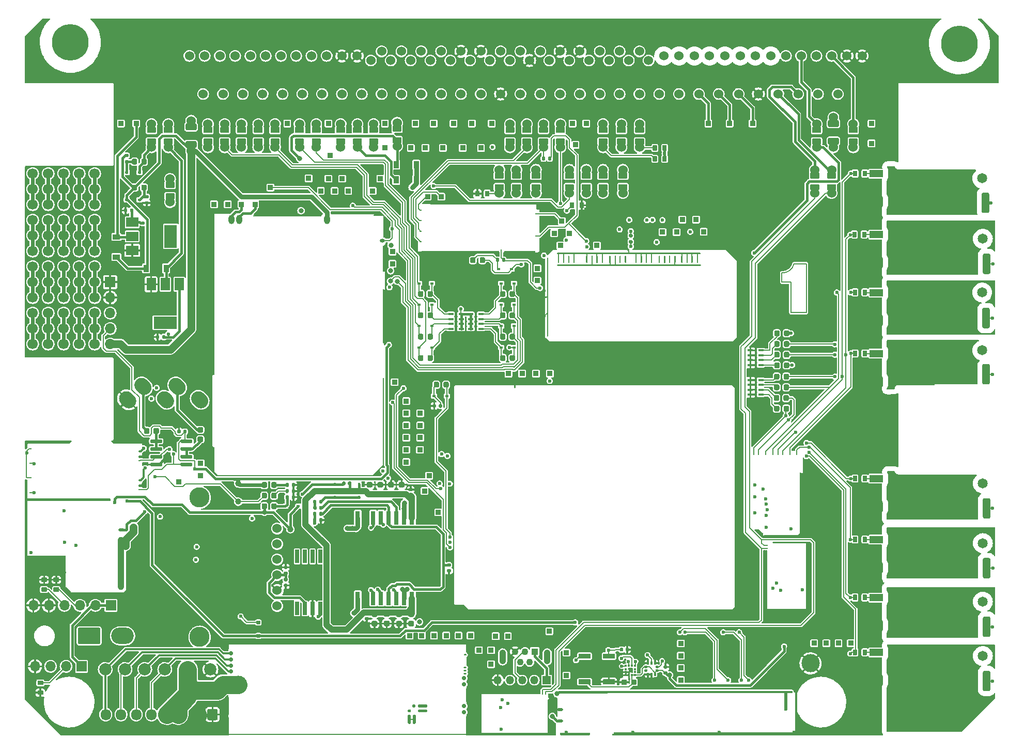
<source format=gtl>
G04 #@! TF.GenerationSoftware,KiCad,Pcbnew,(5.99.0-12439-g94954386e6)*
G04 #@! TF.CreationDate,2021-10-05T21:05:24+03:00*
G04 #@! TF.ProjectId,hellen88bmw,68656c6c-656e-4383-9862-6d772e6b6963,A*
G04 #@! TF.SameCoordinates,PX3d1b110PY9269338*
G04 #@! TF.FileFunction,Copper,L1,Top*
G04 #@! TF.FilePolarity,Positive*
%FSLAX46Y46*%
G04 Gerber Fmt 4.6, Leading zero omitted, Abs format (unit mm)*
G04 Created by KiCad (PCBNEW (5.99.0-12439-g94954386e6)) date 2021-10-05 21:05:24*
%MOMM*%
%LPD*%
G01*
G04 APERTURE LIST*
G04 #@! TA.AperFunction,EtchedComponent*
%ADD10C,0.200000*%
G04 #@! TD*
G04 #@! TA.AperFunction,ComponentPad*
%ADD11C,6.000000*%
G04 #@! TD*
G04 #@! TA.AperFunction,ComponentPad*
%ADD12C,1.524000*%
G04 #@! TD*
G04 #@! TA.AperFunction,SMDPad,CuDef*
%ADD13R,2.200000X1.200000*%
G04 #@! TD*
G04 #@! TA.AperFunction,SMDPad,CuDef*
%ADD14R,6.400000X5.800000*%
G04 #@! TD*
G04 #@! TA.AperFunction,ComponentPad*
%ADD15R,1.700000X1.700000*%
G04 #@! TD*
G04 #@! TA.AperFunction,ComponentPad*
%ADD16O,1.700000X1.700000*%
G04 #@! TD*
G04 #@! TA.AperFunction,SMDPad,CuDef*
%ADD17R,0.640000X2.160000*%
G04 #@! TD*
G04 #@! TA.AperFunction,ComponentPad*
%ADD18C,1.650000*%
G04 #@! TD*
G04 #@! TA.AperFunction,SMDPad,CuDef*
%ADD19R,0.600000X0.450000*%
G04 #@! TD*
G04 #@! TA.AperFunction,ComponentPad*
%ADD20R,0.850000X0.850000*%
G04 #@! TD*
G04 #@! TA.AperFunction,SMDPad,CuDef*
%ADD21R,0.900000X1.200000*%
G04 #@! TD*
G04 #@! TA.AperFunction,ComponentPad*
%ADD22R,1.350000X1.350000*%
G04 #@! TD*
G04 #@! TA.AperFunction,ComponentPad*
%ADD23O,1.350000X1.350000*%
G04 #@! TD*
G04 #@! TA.AperFunction,SMDPad,CuDef*
%ADD24C,3.000000*%
G04 #@! TD*
G04 #@! TA.AperFunction,ComponentPad*
%ADD25C,1.700000*%
G04 #@! TD*
G04 #@! TA.AperFunction,SMDPad,CuDef*
%ADD26R,0.900000X0.400000*%
G04 #@! TD*
G04 #@! TA.AperFunction,ComponentPad*
%ADD27C,2.000000*%
G04 #@! TD*
G04 #@! TA.AperFunction,SMDPad,CuDef*
%ADD28C,1.000000*%
G04 #@! TD*
G04 #@! TA.AperFunction,SMDPad,CuDef*
%ADD29R,0.800000X2.200000*%
G04 #@! TD*
G04 #@! TA.AperFunction,SMDPad,CuDef*
%ADD30R,2.032000X5.080000*%
G04 #@! TD*
G04 #@! TA.AperFunction,SMDPad,CuDef*
%ADD31R,11.430000X7.620000*%
G04 #@! TD*
G04 #@! TA.AperFunction,SMDPad,CuDef*
%ADD32O,9.800001X0.399999*%
G04 #@! TD*
G04 #@! TA.AperFunction,SMDPad,CuDef*
%ADD33O,11.100001X0.200000*%
G04 #@! TD*
G04 #@! TA.AperFunction,SMDPad,CuDef*
%ADD34O,0.499999X0.250000*%
G04 #@! TD*
G04 #@! TA.AperFunction,SMDPad,CuDef*
%ADD35O,0.200000X6.799999*%
G04 #@! TD*
G04 #@! TA.AperFunction,SMDPad,CuDef*
%ADD36O,0.200000X5.669999*%
G04 #@! TD*
G04 #@! TA.AperFunction,SMDPad,CuDef*
%ADD37O,0.250000X0.499999*%
G04 #@! TD*
G04 #@! TA.AperFunction,ComponentPad*
%ADD38C,0.599999*%
G04 #@! TD*
G04 #@! TA.AperFunction,SMDPad,CuDef*
%ADD39R,0.350000X0.375000*%
G04 #@! TD*
G04 #@! TA.AperFunction,SMDPad,CuDef*
%ADD40R,0.375000X0.350000*%
G04 #@! TD*
G04 #@! TA.AperFunction,SMDPad,CuDef*
%ADD41O,0.500000X0.250000*%
G04 #@! TD*
G04 #@! TA.AperFunction,SMDPad,CuDef*
%ADD42O,0.200000X1.000000*%
G04 #@! TD*
G04 #@! TA.AperFunction,SMDPad,CuDef*
%ADD43O,5.200000X0.200000*%
G04 #@! TD*
G04 #@! TA.AperFunction,SMDPad,CuDef*
%ADD44O,17.600000X0.200000*%
G04 #@! TD*
G04 #@! TA.AperFunction,SMDPad,CuDef*
%ADD45O,12.800000X0.200000*%
G04 #@! TD*
G04 #@! TA.AperFunction,SMDPad,CuDef*
%ADD46O,0.250000X0.500000*%
G04 #@! TD*
G04 #@! TA.AperFunction,ComponentPad*
%ADD47O,3.700000X2.700000*%
G04 #@! TD*
G04 #@! TA.AperFunction,ComponentPad*
%ADD48C,0.700000*%
G04 #@! TD*
G04 #@! TA.AperFunction,SMDPad,CuDef*
%ADD49R,0.250000X3.000000*%
G04 #@! TD*
G04 #@! TA.AperFunction,SMDPad,CuDef*
%ADD50R,0.250000X2.250000*%
G04 #@! TD*
G04 #@! TA.AperFunction,SMDPad,CuDef*
%ADD51R,39.250000X0.250000*%
G04 #@! TD*
G04 #@! TA.AperFunction,SMDPad,CuDef*
%ADD52R,0.250000X1.450000*%
G04 #@! TD*
G04 #@! TA.AperFunction,SMDPad,CuDef*
%ADD53R,0.250000X2.950000*%
G04 #@! TD*
G04 #@! TA.AperFunction,SMDPad,CuDef*
%ADD54R,0.250000X0.950000*%
G04 #@! TD*
G04 #@! TA.AperFunction,SMDPad,CuDef*
%ADD55R,0.250000X3.100000*%
G04 #@! TD*
G04 #@! TA.AperFunction,SMDPad,CuDef*
%ADD56O,1.000001X0.499999*%
G04 #@! TD*
G04 #@! TA.AperFunction,SMDPad,CuDef*
%ADD57O,5.000000X0.399999*%
G04 #@! TD*
G04 #@! TA.AperFunction,SMDPad,CuDef*
%ADD58O,0.200000X3.099999*%
G04 #@! TD*
G04 #@! TA.AperFunction,SMDPad,CuDef*
%ADD59O,0.399999X7.200001*%
G04 #@! TD*
G04 #@! TA.AperFunction,SMDPad,CuDef*
%ADD60O,30.000001X0.399999*%
G04 #@! TD*
G04 #@! TA.AperFunction,SMDPad,CuDef*
%ADD61O,0.499999X2.999999*%
G04 #@! TD*
G04 #@! TA.AperFunction,SMDPad,CuDef*
%ADD62O,35.400000X0.399999*%
G04 #@! TD*
G04 #@! TA.AperFunction,ComponentPad*
%ADD63O,1.700000X1.850000*%
G04 #@! TD*
G04 #@! TA.AperFunction,ComponentPad*
%ADD64R,1.100000X1.100000*%
G04 #@! TD*
G04 #@! TA.AperFunction,ComponentPad*
%ADD65C,1.100000*%
G04 #@! TD*
G04 #@! TA.AperFunction,ComponentPad*
%ADD66O,1.100000X2.400000*%
G04 #@! TD*
G04 #@! TA.AperFunction,ComponentPad*
%ADD67C,3.302000*%
G04 #@! TD*
G04 #@! TA.AperFunction,SMDPad,CuDef*
%ADD68O,0.200000X8.824999*%
G04 #@! TD*
G04 #@! TA.AperFunction,SMDPad,CuDef*
%ADD69O,0.200000X4.149999*%
G04 #@! TD*
G04 #@! TA.AperFunction,SMDPad,CuDef*
%ADD70O,25.699999X0.200000*%
G04 #@! TD*
G04 #@! TA.AperFunction,SMDPad,CuDef*
%ADD71O,11.324999X0.200000*%
G04 #@! TD*
G04 #@! TA.AperFunction,SMDPad,CuDef*
%ADD72O,0.200000X3.600000*%
G04 #@! TD*
G04 #@! TA.AperFunction,SMDPad,CuDef*
%ADD73O,1.699999X0.200000*%
G04 #@! TD*
G04 #@! TA.AperFunction,SMDPad,CuDef*
%ADD74O,0.200000X4.249999*%
G04 #@! TD*
G04 #@! TA.AperFunction,SMDPad,CuDef*
%ADD75O,0.200000X14.399999*%
G04 #@! TD*
G04 #@! TA.AperFunction,SMDPad,CuDef*
%ADD76O,0.200000X25.849999*%
G04 #@! TD*
G04 #@! TA.AperFunction,SMDPad,CuDef*
%ADD77O,1.000001X1.500000*%
G04 #@! TD*
G04 #@! TA.AperFunction,SMDPad,CuDef*
%ADD78O,0.800001X0.599999*%
G04 #@! TD*
G04 #@! TA.AperFunction,SMDPad,CuDef*
%ADD79O,1.000001X8.744829*%
G04 #@! TD*
G04 #@! TA.AperFunction,SMDPad,CuDef*
%ADD80O,0.200000X9.199999*%
G04 #@! TD*
G04 #@! TA.AperFunction,SMDPad,CuDef*
%ADD81O,9.000000X0.399999*%
G04 #@! TD*
G04 #@! TA.AperFunction,SMDPad,CuDef*
%ADD82O,13.800000X0.200000*%
G04 #@! TD*
G04 #@! TA.AperFunction,SMDPad,CuDef*
%ADD83O,0.200000X0.499999*%
G04 #@! TD*
G04 #@! TA.AperFunction,SMDPad,CuDef*
%ADD84O,0.399999X5.399999*%
G04 #@! TD*
G04 #@! TA.AperFunction,SMDPad,CuDef*
%ADD85O,6.500000X0.200000*%
G04 #@! TD*
G04 #@! TA.AperFunction,SMDPad,CuDef*
%ADD86O,0.250000X10.200000*%
G04 #@! TD*
G04 #@! TA.AperFunction,SMDPad,CuDef*
%ADD87O,5.800001X0.250000*%
G04 #@! TD*
G04 #@! TA.AperFunction,SMDPad,CuDef*
%ADD88O,0.200000X0.399999*%
G04 #@! TD*
G04 #@! TA.AperFunction,SMDPad,CuDef*
%ADD89R,1.500000X2.000000*%
G04 #@! TD*
G04 #@! TA.AperFunction,SMDPad,CuDef*
%ADD90R,3.800000X2.000000*%
G04 #@! TD*
G04 #@! TA.AperFunction,SMDPad,CuDef*
%ADD91O,6.799999X0.200000*%
G04 #@! TD*
G04 #@! TA.AperFunction,SMDPad,CuDef*
%ADD92O,0.200000X11.100001*%
G04 #@! TD*
G04 #@! TA.AperFunction,SMDPad,CuDef*
%ADD93O,0.399999X9.800001*%
G04 #@! TD*
G04 #@! TA.AperFunction,SMDPad,CuDef*
%ADD94O,5.669999X0.200000*%
G04 #@! TD*
G04 #@! TA.AperFunction,SMDPad,CuDef*
%ADD95R,2.000000X1.500000*%
G04 #@! TD*
G04 #@! TA.AperFunction,SMDPad,CuDef*
%ADD96R,2.000000X3.800000*%
G04 #@! TD*
G04 #@! TA.AperFunction,SMDPad,CuDef*
%ADD97R,0.450000X0.600000*%
G04 #@! TD*
G04 #@! TA.AperFunction,SMDPad,CuDef*
%ADD98R,1.200000X0.900000*%
G04 #@! TD*
G04 #@! TA.AperFunction,ViaPad*
%ADD99C,0.600000*%
G04 #@! TD*
G04 #@! TA.AperFunction,ViaPad*
%ADD100C,0.800000*%
G04 #@! TD*
G04 #@! TA.AperFunction,ViaPad*
%ADD101C,0.812800*%
G04 #@! TD*
G04 #@! TA.AperFunction,Conductor*
%ADD102C,0.400000*%
G04 #@! TD*
G04 #@! TA.AperFunction,Conductor*
%ADD103C,0.300000*%
G04 #@! TD*
G04 #@! TA.AperFunction,Conductor*
%ADD104C,0.200000*%
G04 #@! TD*
G04 #@! TA.AperFunction,Conductor*
%ADD105C,1.000000*%
G04 #@! TD*
G04 #@! TA.AperFunction,Conductor*
%ADD106C,1.300000*%
G04 #@! TD*
G04 #@! TA.AperFunction,Conductor*
%ADD107C,0.800000*%
G04 #@! TD*
G04 #@! TA.AperFunction,Conductor*
%ADD108C,3.000000*%
G04 #@! TD*
G04 #@! TA.AperFunction,Conductor*
%ADD109C,0.600000*%
G04 #@! TD*
G04 APERTURE END LIST*
D10*
G04 #@! TO.C,G1*
X124231349Y74530713D02*
X125731349Y74530713D01*
X125731349Y69530713D02*
X128231349Y69530713D01*
X125731349Y74530713D02*
X125731349Y69530713D01*
X128231349Y77530713D02*
X126231349Y77530713D01*
X128231349Y69530713D02*
X128231349Y77530713D01*
X124231349Y74530713D02*
X124231349Y76030713D01*
X126231348Y77530713D02*
G75*
G02*
X124231349Y76030713I-1921600J478801D01*
G01*
G04 #@! TD*
D11*
G04 #@! TO.P,PP1,*
G04 #@! TO.N,*
X7632400Y113856400D03*
X153342400Y113606400D03*
D12*
G04 #@! TO.P,PP1,1,1*
G04 #@! TO.N,Net-(JP1-Pad1)*
X27142400Y111606400D03*
G04 #@! TO.P,PP1,2,2*
G04 #@! TO.N,/OUT_ICV*
X32142400Y111606400D03*
G04 #@! TO.P,PP1,3,3*
G04 #@! TO.N,Net-(JP3-Pad1)*
X37142400Y111606400D03*
G04 #@! TO.P,PP1,4,4*
G04 #@! TO.N,Net-(JP4-Pad1)*
X42142400Y111606400D03*
G04 #@! TO.P,PP1,5,5*
G04 #@! TO.N,Net-(JP5-Pad1)*
X47142400Y111606400D03*
G04 #@! TO.P,PP1,6,6*
G04 #@! TO.N,GND*
X52142400Y111606400D03*
G04 #@! TO.P,PP1,7,7*
G04 #@! TO.N,Net-(JP7-Pad1)*
X56892400Y110856400D03*
G04 #@! TO.P,PP1,8,8*
G04 #@! TO.N,Net-(PP1-Pad8)*
X60142400Y110856400D03*
G04 #@! TO.P,PP1,9,9*
G04 #@! TO.N,N/C*
X63392400Y110856400D03*
G04 #@! TO.P,PP1,10,10*
X66642400Y110856400D03*
G04 #@! TO.P,PP1,11,11*
G04 #@! TO.N,Net-(PP1-Pad11)*
X69892400Y110856400D03*
G04 #@! TO.P,PP1,12,12*
G04 #@! TO.N,Net-(PP1-Pad12)*
X73142400Y110856400D03*
G04 #@! TO.P,PP1,13,13*
G04 #@! TO.N,Net-(PP1-Pad13)*
X76392400Y110856400D03*
G04 #@! TO.P,PP1,14,14*
G04 #@! TO.N,Net-(JP14-Pad1)*
X79642400Y110856400D03*
G04 #@! TO.P,PP1,15,15*
G04 #@! TO.N,GND*
X82892400Y110856400D03*
G04 #@! TO.P,PP1,16,16*
G04 #@! TO.N,Net-(JP16-Pad1)*
X86142400Y110856400D03*
G04 #@! TO.P,PP1,17,17*
G04 #@! TO.N,Net-(JP17-Pad1)*
X89392400Y110856400D03*
G04 #@! TO.P,PP1,18,18*
G04 #@! TO.N,Net-(PP1-Pad18)*
X92642400Y110856400D03*
G04 #@! TO.P,PP1,19,19*
G04 #@! TO.N,Net-(PP1-Pad19)*
X95892400Y110856400D03*
G04 #@! TO.P,PP1,20,20*
G04 #@! TO.N,Net-(JP20-Pad1)*
X99142400Y110856400D03*
G04 #@! TO.P,PP1,21,21*
G04 #@! TO.N,Net-(JP21-Pad1)*
X102392400Y110856400D03*
G04 #@! TO.P,PP1,22,22*
G04 #@! TO.N,/HV_7*
X107392400Y111606400D03*
G04 #@! TO.P,PP1,23,23*
G04 #@! TO.N,/HV_4*
X112392400Y111606400D03*
G04 #@! TO.P,PP1,24,24*
G04 #@! TO.N,/HV_6*
X117392400Y111606400D03*
G04 #@! TO.P,PP1,25,25*
G04 #@! TO.N,/HV_5*
X122392400Y111606400D03*
G04 #@! TO.P,PP1,26,26*
G04 #@! TO.N,Net-(JP26-Pad1)*
X127392400Y111606400D03*
G04 #@! TO.P,PP1,27,27*
G04 #@! TO.N,Net-(JP27-Pad1)*
X132392400Y111606400D03*
G04 #@! TO.P,PP1,28,28*
G04 #@! TO.N,GND*
X137392400Y111606400D03*
G04 #@! TO.P,PP1,29,29*
G04 #@! TO.N,Net-(JP29-Pad1)*
X29642400Y111606400D03*
G04 #@! TO.P,PP1,30,30*
G04 #@! TO.N,Net-(PP1-Pad30)*
X34642400Y111606400D03*
G04 #@! TO.P,PP1,31,31*
G04 #@! TO.N,Net-(JP31-Pad1)*
X39642400Y111606400D03*
G04 #@! TO.P,PP1,32,32*
G04 #@! TO.N,Net-(JP32-Pad1)*
X44642400Y111606400D03*
G04 #@! TO.P,PP1,33,33*
G04 #@! TO.N,Net-(JP33-Pad1)*
X49642400Y111606400D03*
G04 #@! TO.P,PP1,34,34*
G04 #@! TO.N,GND*
X54642400Y111606400D03*
G04 #@! TO.P,PP1,35,35*
G04 #@! TO.N,Net-(JP35-Pad1)*
X58642400Y112356400D03*
G04 #@! TO.P,PP1,36,36*
G04 #@! TO.N,Net-(JP36-Pad1)*
X61892400Y112356400D03*
G04 #@! TO.P,PP1,37,37*
G04 #@! TO.N,Net-(PP1-Pad37)*
X65142400Y112356400D03*
G04 #@! TO.P,PP1,38,38*
G04 #@! TO.N,Net-(PP1-Pad38)*
X68392400Y112356400D03*
G04 #@! TO.P,PP1,39,39*
G04 #@! TO.N,GND*
X71642400Y112356400D03*
G04 #@! TO.P,PP1,40,40*
X74892400Y112356400D03*
G04 #@! TO.P,PP1,41,41*
G04 #@! TO.N,Net-(JP41-Pad1)*
X78142400Y112356400D03*
G04 #@! TO.P,PP1,42,42*
G04 #@! TO.N,Net-(JP42-Pad1)*
X81392400Y112356400D03*
G04 #@! TO.P,PP1,43,43*
G04 #@! TO.N,Net-(JP43-Pad1)*
X84642400Y112356400D03*
G04 #@! TO.P,PP1,44,44*
G04 #@! TO.N,GND*
X87892400Y112356400D03*
G04 #@! TO.P,PP1,45,45*
X91142400Y112356400D03*
G04 #@! TO.P,PP1,46,46*
G04 #@! TO.N,Net-(JP46-Pad1)*
X94392400Y112356400D03*
G04 #@! TO.P,PP1,47,47*
G04 #@! TO.N,Net-(JP47-Pad1)*
X97642400Y112356400D03*
G04 #@! TO.P,PP1,48,48*
G04 #@! TO.N,Net-(JP48-Pad1)*
X100892400Y112356400D03*
G04 #@! TO.P,PP1,49,49*
G04 #@! TO.N,/HV_8*
X104892400Y111606400D03*
G04 #@! TO.P,PP1,50,50*
G04 #@! TO.N,/HV_1*
X109892400Y111606400D03*
G04 #@! TO.P,PP1,51,51*
G04 #@! TO.N,/HV_2*
X114892400Y111606400D03*
G04 #@! TO.P,PP1,52,52*
G04 #@! TO.N,/HV_3*
X119892400Y111606400D03*
G04 #@! TO.P,PP1,53,53*
G04 #@! TO.N,N/C*
X124892400Y111606400D03*
G04 #@! TO.P,PP1,54,54*
G04 #@! TO.N,Net-(JP54-Pad1)*
X129892400Y111606400D03*
G04 #@! TO.P,PP1,55,55*
G04 #@! TO.N,GND*
X134892400Y111606400D03*
G04 #@! TO.P,PP1,56,56*
G04 #@! TO.N,Net-(JP2-Pad1)*
X29392400Y105356400D03*
G04 #@! TO.P,PP1,57,57*
G04 #@! TO.N,N/C*
X32642400Y105356400D03*
G04 #@! TO.P,PP1,58,58*
X35892400Y105356400D03*
G04 #@! TO.P,PP1,59,59*
G04 #@! TO.N,Net-(JP59-Pad1)*
X39142400Y105356400D03*
G04 #@! TO.P,PP1,60,60*
G04 #@! TO.N,Net-(PP1-Pad60)*
X42392400Y105356400D03*
G04 #@! TO.P,PP1,61,61*
G04 #@! TO.N,N/C*
X45642400Y105356400D03*
G04 #@! TO.P,PP1,62,62*
G04 #@! TO.N,Net-(PP1-Pad62)*
X48892400Y105356400D03*
G04 #@! TO.P,PP1,63,63*
G04 #@! TO.N,N/C*
X52142400Y105356400D03*
G04 #@! TO.P,PP1,64,64*
G04 #@! TO.N,Net-(PP1-Pad64)*
X55392400Y105356400D03*
G04 #@! TO.P,PP1,65,65*
G04 #@! TO.N,Net-(PP1-Pad65)*
X58642400Y105356400D03*
G04 #@! TO.P,PP1,66,66*
G04 #@! TO.N,Net-(PP1-Pad66)*
X61892400Y105356400D03*
G04 #@! TO.P,PP1,67,67*
G04 #@! TO.N,Net-(PP1-Pad67)*
X65142400Y105356400D03*
G04 #@! TO.P,PP1,68,68*
G04 #@! TO.N,Net-(PP1-Pad68)*
X68392400Y105356400D03*
G04 #@! TO.P,PP1,69,69*
G04 #@! TO.N,/IN_KNOCK1_RAW*
X71642400Y105356400D03*
G04 #@! TO.P,PP1,70,70*
G04 #@! TO.N,/IN_KNOCK2_RAW*
X74892400Y105356400D03*
G04 #@! TO.P,PP1,71,71*
G04 #@! TO.N,GND*
X78142400Y105356400D03*
G04 #@! TO.P,PP1,72,72*
G04 #@! TO.N,N/C*
X81392400Y105356400D03*
G04 #@! TO.P,PP1,73,73*
G04 #@! TO.N,Net-(JP73-Pad1)*
X84642400Y105356400D03*
G04 #@! TO.P,PP1,74,74*
G04 #@! TO.N,N/C*
X87892400Y105356400D03*
G04 #@! TO.P,PP1,75,75*
X91142400Y105356400D03*
G04 #@! TO.P,PP1,76,76*
X94392400Y105356400D03*
G04 #@! TO.P,PP1,77,77*
G04 #@! TO.N,Net-(JP77-Pad1)*
X97642400Y105356400D03*
G04 #@! TO.P,PP1,78,78*
G04 #@! TO.N,Net-(JP78-Pad1)*
X100892400Y105356400D03*
G04 #@! TO.P,PP1,79,79*
G04 #@! TO.N,N/C*
X104142400Y105356400D03*
G04 #@! TO.P,PP1,80,80*
X107392400Y105356400D03*
G04 #@! TO.P,PP1,81,81*
G04 #@! TO.N,Net-(PP1-Pad81)*
X110642400Y105356400D03*
G04 #@! TO.P,PP1,82,82*
G04 #@! TO.N,Net-(PP1-Pad82)*
X113892400Y105356400D03*
G04 #@! TO.P,PP1,83,83*
G04 #@! TO.N,Net-(PP1-Pad83)*
X117142400Y105356400D03*
G04 #@! TO.P,PP1,84,84*
G04 #@! TO.N,GND*
X120392400Y105356400D03*
G04 #@! TO.P,PP1,85,85*
G04 #@! TO.N,Net-(JP85-Pad1)*
X123642400Y105356400D03*
G04 #@! TO.P,PP1,86,86*
G04 #@! TO.N,Net-(JP86-Pad1)*
X126892400Y105356400D03*
G04 #@! TO.P,PP1,87,87*
G04 #@! TO.N,Net-(PP1-Pad87)*
X130142400Y105356400D03*
G04 #@! TO.P,PP1,88,88*
G04 #@! TO.N,Net-(PP1-Pad88)*
X133392400Y105356400D03*
G04 #@! TD*
G04 #@! TO.P,JP1,1,1*
G04 #@! TO.N,Net-(JP1-Pad1)*
X20926000Y100428000D03*
G04 #@! TA.AperFunction,SMDPad,CuDef*
G36*
G01*
X20301000Y99973001D02*
X21551000Y99973001D01*
G75*
G02*
X21651000Y99873001I0J-100000D01*
G01*
X21651000Y99073001D01*
G75*
G02*
X21551000Y98973001I-100000J0D01*
G01*
X20301000Y98973001D01*
G75*
G02*
X20201000Y99073001I0J100000D01*
G01*
X20201000Y99873001D01*
G75*
G02*
X20301000Y99973001I100000J0D01*
G01*
G37*
G04 #@! TD.AperFunction*
G04 #@! TO.P,JP1,2,2*
G04 #@! TO.N,/OUT_PUMP*
G04 #@! TA.AperFunction,SMDPad,CuDef*
G36*
G01*
X20301000Y98072979D02*
X21551000Y98072979D01*
G75*
G02*
X21651000Y97972979I0J-100000D01*
G01*
X21651000Y97172979D01*
G75*
G02*
X21551000Y97072979I-100000J0D01*
G01*
X20301000Y97072979D01*
G75*
G02*
X20201000Y97172979I0J100000D01*
G01*
X20201000Y97972979D01*
G75*
G02*
X20301000Y98072979I100000J0D01*
G01*
G37*
G04 #@! TD.AperFunction*
X20926000Y96618000D03*
G04 #@! TD*
G04 #@! TO.P,JP3,1,1*
G04 #@! TO.N,Net-(JP3-Pad1)*
X30176000Y100428000D03*
G04 #@! TA.AperFunction,SMDPad,CuDef*
G36*
G01*
X29551000Y99973001D02*
X30801000Y99973001D01*
G75*
G02*
X30901000Y99873001I0J-100000D01*
G01*
X30901000Y99073001D01*
G75*
G02*
X30801000Y98973001I-100000J0D01*
G01*
X29551000Y98973001D01*
G75*
G02*
X29451000Y99073001I0J100000D01*
G01*
X29451000Y99873001D01*
G75*
G02*
X29551000Y99973001I100000J0D01*
G01*
G37*
G04 #@! TD.AperFunction*
G04 #@! TO.P,JP3,2,2*
G04 #@! TO.N,/OUT_INJ5*
G04 #@! TA.AperFunction,SMDPad,CuDef*
G36*
G01*
X29551000Y98072979D02*
X30801000Y98072979D01*
G75*
G02*
X30901000Y97972979I0J-100000D01*
G01*
X30901000Y97172979D01*
G75*
G02*
X30801000Y97072979I-100000J0D01*
G01*
X29551000Y97072979D01*
G75*
G02*
X29451000Y97172979I0J100000D01*
G01*
X29451000Y97972979D01*
G75*
G02*
X29551000Y98072979I100000J0D01*
G01*
G37*
G04 #@! TD.AperFunction*
X30176000Y96618000D03*
G04 #@! TD*
G04 #@! TO.P,JP4,1,1*
G04 #@! TO.N,Net-(JP4-Pad1)*
G04 #@! TA.AperFunction,SMDPad,CuDef*
G36*
G01*
X35051000Y99973001D02*
X36301000Y99973001D01*
G75*
G02*
X36401000Y99873001I0J-100000D01*
G01*
X36401000Y99073001D01*
G75*
G02*
X36301000Y98973001I-100000J0D01*
G01*
X35051000Y98973001D01*
G75*
G02*
X34951000Y99073001I0J100000D01*
G01*
X34951000Y99873001D01*
G75*
G02*
X35051000Y99973001I100000J0D01*
G01*
G37*
G04 #@! TD.AperFunction*
X35676000Y100428000D03*
G04 #@! TO.P,JP4,2,2*
G04 #@! TO.N,/OUT_INJ6*
X35676000Y96618000D03*
G04 #@! TA.AperFunction,SMDPad,CuDef*
G36*
G01*
X35051000Y98072979D02*
X36301000Y98072979D01*
G75*
G02*
X36401000Y97972979I0J-100000D01*
G01*
X36401000Y97172979D01*
G75*
G02*
X36301000Y97072979I-100000J0D01*
G01*
X35051000Y97072979D01*
G75*
G02*
X34951000Y97172979I0J100000D01*
G01*
X34951000Y97972979D01*
G75*
G02*
X35051000Y98072979I100000J0D01*
G01*
G37*
G04 #@! TD.AperFunction*
G04 #@! TD*
G04 #@! TO.P,JP5,1,1*
G04 #@! TO.N,Net-(JP5-Pad1)*
X45176000Y100428000D03*
G04 #@! TA.AperFunction,SMDPad,CuDef*
G36*
G01*
X44551000Y99973001D02*
X45801000Y99973001D01*
G75*
G02*
X45901000Y99873001I0J-100000D01*
G01*
X45901000Y99073001D01*
G75*
G02*
X45801000Y98973001I-100000J0D01*
G01*
X44551000Y98973001D01*
G75*
G02*
X44451000Y99073001I0J100000D01*
G01*
X44451000Y99873001D01*
G75*
G02*
X44551000Y99973001I100000J0D01*
G01*
G37*
G04 #@! TD.AperFunction*
G04 #@! TO.P,JP5,2,2*
G04 #@! TO.N,/OUT_INJ4*
X45176000Y96618000D03*
G04 #@! TA.AperFunction,SMDPad,CuDef*
G36*
G01*
X44551000Y98072979D02*
X45801000Y98072979D01*
G75*
G02*
X45901000Y97972979I0J-100000D01*
G01*
X45901000Y97172979D01*
G75*
G02*
X45801000Y97072979I-100000J0D01*
G01*
X44551000Y97072979D01*
G75*
G02*
X44451000Y97172979I0J100000D01*
G01*
X44451000Y97972979D01*
G75*
G02*
X44551000Y98072979I100000J0D01*
G01*
G37*
G04 #@! TD.AperFunction*
G04 #@! TD*
G04 #@! TO.P,JP7,1,1*
G04 #@! TO.N,Net-(JP7-Pad1)*
G04 #@! TA.AperFunction,SMDPad,CuDef*
G36*
G01*
X51301000Y99973001D02*
X52551000Y99973001D01*
G75*
G02*
X52651000Y99873001I0J-100000D01*
G01*
X52651000Y99073001D01*
G75*
G02*
X52551000Y98973001I-100000J0D01*
G01*
X51301000Y98973001D01*
G75*
G02*
X51201000Y99073001I0J100000D01*
G01*
X51201000Y99873001D01*
G75*
G02*
X51301000Y99973001I100000J0D01*
G01*
G37*
G04 #@! TD.AperFunction*
X51926000Y100428000D03*
G04 #@! TO.P,JP7,2,2*
G04 #@! TO.N,/OUT_INJ7*
G04 #@! TA.AperFunction,SMDPad,CuDef*
G36*
G01*
X51301000Y98072979D02*
X52551000Y98072979D01*
G75*
G02*
X52651000Y97972979I0J-100000D01*
G01*
X52651000Y97172979D01*
G75*
G02*
X52551000Y97072979I-100000J0D01*
G01*
X51301000Y97072979D01*
G75*
G02*
X51201000Y97172979I0J100000D01*
G01*
X51201000Y97972979D01*
G75*
G02*
X51301000Y98072979I100000J0D01*
G01*
G37*
G04 #@! TD.AperFunction*
X51926000Y96618000D03*
G04 #@! TD*
G04 #@! TO.P,JP16,1,1*
G04 #@! TO.N,Net-(JP16-Pad1)*
X85176000Y100428000D03*
G04 #@! TA.AperFunction,SMDPad,CuDef*
G36*
G01*
X84551000Y99973001D02*
X85801000Y99973001D01*
G75*
G02*
X85901000Y99873001I0J-100000D01*
G01*
X85901000Y99073001D01*
G75*
G02*
X85801000Y98973001I-100000J0D01*
G01*
X84551000Y98973001D01*
G75*
G02*
X84451000Y99073001I0J100000D01*
G01*
X84451000Y99873001D01*
G75*
G02*
X84551000Y99973001I100000J0D01*
G01*
G37*
G04 #@! TD.AperFunction*
G04 #@! TO.P,JP16,2,2*
G04 #@! TO.N,/IN_CRANK+*
G04 #@! TA.AperFunction,SMDPad,CuDef*
G36*
G01*
X84551000Y98072979D02*
X85801000Y98072979D01*
G75*
G02*
X85901000Y97972979I0J-100000D01*
G01*
X85901000Y97172979D01*
G75*
G02*
X85801000Y97072979I-100000J0D01*
G01*
X84551000Y97072979D01*
G75*
G02*
X84451000Y97172979I0J100000D01*
G01*
X84451000Y97972979D01*
G75*
G02*
X84551000Y98072979I100000J0D01*
G01*
G37*
G04 #@! TD.AperFunction*
X85176000Y96618000D03*
G04 #@! TD*
G04 #@! TO.P,JP17,1,1*
G04 #@! TO.N,Net-(JP17-Pad1)*
G04 #@! TA.AperFunction,SMDPad,CuDef*
G36*
G01*
X87301000Y99973001D02*
X88551000Y99973001D01*
G75*
G02*
X88651000Y99873001I0J-100000D01*
G01*
X88651000Y99073001D01*
G75*
G02*
X88551000Y98973001I-100000J0D01*
G01*
X87301000Y98973001D01*
G75*
G02*
X87201000Y99073001I0J100000D01*
G01*
X87201000Y99873001D01*
G75*
G02*
X87301000Y99973001I100000J0D01*
G01*
G37*
G04 #@! TD.AperFunction*
X87926000Y100428000D03*
G04 #@! TO.P,JP17,2,2*
G04 #@! TO.N,/IN_CAM*
G04 #@! TA.AperFunction,SMDPad,CuDef*
G36*
G01*
X87301000Y98072979D02*
X88551000Y98072979D01*
G75*
G02*
X88651000Y97972979I0J-100000D01*
G01*
X88651000Y97172979D01*
G75*
G02*
X88551000Y97072979I-100000J0D01*
G01*
X87301000Y97072979D01*
G75*
G02*
X87201000Y97172979I0J100000D01*
G01*
X87201000Y97972979D01*
G75*
G02*
X87301000Y98072979I100000J0D01*
G01*
G37*
G04 #@! TD.AperFunction*
X87926000Y96618000D03*
G04 #@! TD*
G04 #@! TO.P,JP20,1,1*
G04 #@! TO.N,Net-(JP20-Pad1)*
G04 #@! TA.AperFunction,SMDPad,CuDef*
G36*
G01*
X94301000Y92473001D02*
X95551000Y92473001D01*
G75*
G02*
X95651000Y92373001I0J-100000D01*
G01*
X95651000Y91573001D01*
G75*
G02*
X95551000Y91473001I-100000J0D01*
G01*
X94301000Y91473001D01*
G75*
G02*
X94201000Y91573001I0J100000D01*
G01*
X94201000Y92373001D01*
G75*
G02*
X94301000Y92473001I100000J0D01*
G01*
G37*
G04 #@! TD.AperFunction*
X94926000Y92928000D03*
G04 #@! TO.P,JP20,2,2*
G04 #@! TO.N,/USBP*
X94926000Y89118000D03*
G04 #@! TA.AperFunction,SMDPad,CuDef*
G36*
G01*
X94301000Y90572979D02*
X95551000Y90572979D01*
G75*
G02*
X95651000Y90472979I0J-100000D01*
G01*
X95651000Y89672979D01*
G75*
G02*
X95551000Y89572979I-100000J0D01*
G01*
X94301000Y89572979D01*
G75*
G02*
X94201000Y89672979I0J100000D01*
G01*
X94201000Y90472979D01*
G75*
G02*
X94301000Y90572979I100000J0D01*
G01*
G37*
G04 #@! TD.AperFunction*
G04 #@! TD*
G04 #@! TO.P,JP21,1,1*
G04 #@! TO.N,Net-(JP21-Pad1)*
X98176000Y92928000D03*
G04 #@! TA.AperFunction,SMDPad,CuDef*
G36*
G01*
X97551000Y92473001D02*
X98801000Y92473001D01*
G75*
G02*
X98901000Y92373001I0J-100000D01*
G01*
X98901000Y91573001D01*
G75*
G02*
X98801000Y91473001I-100000J0D01*
G01*
X97551000Y91473001D01*
G75*
G02*
X97451000Y91573001I0J100000D01*
G01*
X97451000Y92373001D01*
G75*
G02*
X97551000Y92473001I100000J0D01*
G01*
G37*
G04 #@! TD.AperFunction*
G04 #@! TO.P,JP21,2,2*
G04 #@! TO.N,/USBM*
G04 #@! TA.AperFunction,SMDPad,CuDef*
G36*
G01*
X97551000Y90572979D02*
X98801000Y90572979D01*
G75*
G02*
X98901000Y90472979I0J-100000D01*
G01*
X98901000Y89672979D01*
G75*
G02*
X98801000Y89572979I-100000J0D01*
G01*
X97551000Y89572979D01*
G75*
G02*
X97451000Y89672979I0J100000D01*
G01*
X97451000Y90472979D01*
G75*
G02*
X97551000Y90572979I100000J0D01*
G01*
G37*
G04 #@! TD.AperFunction*
X98176000Y89118000D03*
G04 #@! TD*
G04 #@! TO.P,JP26,1,1*
G04 #@! TO.N,Net-(JP26-Pad1)*
G04 #@! TA.AperFunction,SMDPad,CuDef*
G36*
G01*
X129301000Y99973001D02*
X130551000Y99973001D01*
G75*
G02*
X130651000Y99873001I0J-100000D01*
G01*
X130651000Y99073001D01*
G75*
G02*
X130551000Y98973001I-100000J0D01*
G01*
X129301000Y98973001D01*
G75*
G02*
X129201000Y99073001I0J100000D01*
G01*
X129201000Y99873001D01*
G75*
G02*
X129301000Y99973001I100000J0D01*
G01*
G37*
G04 #@! TD.AperFunction*
X129926000Y100428000D03*
G04 #@! TO.P,JP26,2,2*
G04 #@! TO.N,/V12_PERM*
G04 #@! TA.AperFunction,SMDPad,CuDef*
G36*
G01*
X129301000Y98072979D02*
X130551000Y98072979D01*
G75*
G02*
X130651000Y97972979I0J-100000D01*
G01*
X130651000Y97172979D01*
G75*
G02*
X130551000Y97072979I-100000J0D01*
G01*
X129301000Y97072979D01*
G75*
G02*
X129201000Y97172979I0J100000D01*
G01*
X129201000Y97972979D01*
G75*
G02*
X129301000Y98072979I100000J0D01*
G01*
G37*
G04 #@! TD.AperFunction*
X129926000Y96618000D03*
G04 #@! TD*
G04 #@! TO.P,JP27,1,1*
G04 #@! TO.N,Net-(JP27-Pad1)*
X135926000Y100428000D03*
G04 #@! TA.AperFunction,SMDPad,CuDef*
G36*
G01*
X135301000Y99973001D02*
X136551000Y99973001D01*
G75*
G02*
X136651000Y99873001I0J-100000D01*
G01*
X136651000Y99073001D01*
G75*
G02*
X136551000Y98973001I-100000J0D01*
G01*
X135301000Y98973001D01*
G75*
G02*
X135201000Y99073001I0J100000D01*
G01*
X135201000Y99873001D01*
G75*
G02*
X135301000Y99973001I100000J0D01*
G01*
G37*
G04 #@! TD.AperFunction*
G04 #@! TO.P,JP27,2,2*
G04 #@! TO.N,/OUT_MAIN*
G04 #@! TA.AperFunction,SMDPad,CuDef*
G36*
G01*
X135301000Y98072979D02*
X136551000Y98072979D01*
G75*
G02*
X136651000Y97972979I0J-100000D01*
G01*
X136651000Y97172979D01*
G75*
G02*
X136551000Y97072979I-100000J0D01*
G01*
X135301000Y97072979D01*
G75*
G02*
X135201000Y97172979I0J100000D01*
G01*
X135201000Y97972979D01*
G75*
G02*
X135301000Y98072979I100000J0D01*
G01*
G37*
G04 #@! TD.AperFunction*
X135926000Y96618000D03*
G04 #@! TD*
G04 #@! TO.P,JP29,1,1*
G04 #@! TO.N,Net-(JP29-Pad1)*
X23676000Y100428000D03*
G04 #@! TA.AperFunction,SMDPad,CuDef*
G36*
G01*
X23051000Y99973001D02*
X24301000Y99973001D01*
G75*
G02*
X24401000Y99873001I0J-100000D01*
G01*
X24401000Y99073001D01*
G75*
G02*
X24301000Y98973001I-100000J0D01*
G01*
X23051000Y98973001D01*
G75*
G02*
X22951000Y99073001I0J100000D01*
G01*
X22951000Y99873001D01*
G75*
G02*
X23051000Y99973001I100000J0D01*
G01*
G37*
G04 #@! TD.AperFunction*
G04 #@! TO.P,JP29,2,2*
G04 #@! TO.N,/OUT_IDLE*
G04 #@! TA.AperFunction,SMDPad,CuDef*
G36*
G01*
X23051000Y98072979D02*
X24301000Y98072979D01*
G75*
G02*
X24401000Y97972979I0J-100000D01*
G01*
X24401000Y97172979D01*
G75*
G02*
X24301000Y97072979I-100000J0D01*
G01*
X23051000Y97072979D01*
G75*
G02*
X22951000Y97172979I0J100000D01*
G01*
X22951000Y97972979D01*
G75*
G02*
X23051000Y98072979I100000J0D01*
G01*
G37*
G04 #@! TD.AperFunction*
X23676000Y96618000D03*
G04 #@! TD*
G04 #@! TO.P,JP31,1,1*
G04 #@! TO.N,Net-(JP31-Pad1)*
G04 #@! TA.AperFunction,SMDPad,CuDef*
G36*
G01*
X32301000Y99973001D02*
X33551000Y99973001D01*
G75*
G02*
X33651000Y99873001I0J-100000D01*
G01*
X33651000Y99073001D01*
G75*
G02*
X33551000Y98973001I-100000J0D01*
G01*
X32301000Y98973001D01*
G75*
G02*
X32201000Y99073001I0J100000D01*
G01*
X32201000Y99873001D01*
G75*
G02*
X32301000Y99973001I100000J0D01*
G01*
G37*
G04 #@! TD.AperFunction*
X32926000Y100428000D03*
G04 #@! TO.P,JP31,2,2*
G04 #@! TO.N,/OUT_INJ3*
X32926000Y96618000D03*
G04 #@! TA.AperFunction,SMDPad,CuDef*
G36*
G01*
X32301000Y98072979D02*
X33551000Y98072979D01*
G75*
G02*
X33651000Y97972979I0J-100000D01*
G01*
X33651000Y97172979D01*
G75*
G02*
X33551000Y97072979I-100000J0D01*
G01*
X32301000Y97072979D01*
G75*
G02*
X32201000Y97172979I0J100000D01*
G01*
X32201000Y97972979D01*
G75*
G02*
X32301000Y98072979I100000J0D01*
G01*
G37*
G04 #@! TD.AperFunction*
G04 #@! TD*
G04 #@! TO.P,JP32,1,1*
G04 #@! TO.N,Net-(JP32-Pad1)*
X41176000Y100428000D03*
G04 #@! TA.AperFunction,SMDPad,CuDef*
G36*
G01*
X40551000Y99973001D02*
X41801000Y99973001D01*
G75*
G02*
X41901000Y99873001I0J-100000D01*
G01*
X41901000Y99073001D01*
G75*
G02*
X41801000Y98973001I-100000J0D01*
G01*
X40551000Y98973001D01*
G75*
G02*
X40451000Y99073001I0J100000D01*
G01*
X40451000Y99873001D01*
G75*
G02*
X40551000Y99973001I100000J0D01*
G01*
G37*
G04 #@! TD.AperFunction*
G04 #@! TO.P,JP32,2,2*
G04 #@! TO.N,/OUT_INJ2*
X41176000Y96618000D03*
G04 #@! TA.AperFunction,SMDPad,CuDef*
G36*
G01*
X40551000Y98072979D02*
X41801000Y98072979D01*
G75*
G02*
X41901000Y97972979I0J-100000D01*
G01*
X41901000Y97172979D01*
G75*
G02*
X41801000Y97072979I-100000J0D01*
G01*
X40551000Y97072979D01*
G75*
G02*
X40451000Y97172979I0J100000D01*
G01*
X40451000Y97972979D01*
G75*
G02*
X40551000Y98072979I100000J0D01*
G01*
G37*
G04 #@! TD.AperFunction*
G04 #@! TD*
G04 #@! TO.P,JP33,1,1*
G04 #@! TO.N,Net-(JP33-Pad1)*
G04 #@! TA.AperFunction,SMDPad,CuDef*
G36*
G01*
X47301000Y99973001D02*
X48551000Y99973001D01*
G75*
G02*
X48651000Y99873001I0J-100000D01*
G01*
X48651000Y99073001D01*
G75*
G02*
X48551000Y98973001I-100000J0D01*
G01*
X47301000Y98973001D01*
G75*
G02*
X47201000Y99073001I0J100000D01*
G01*
X47201000Y99873001D01*
G75*
G02*
X47301000Y99973001I100000J0D01*
G01*
G37*
G04 #@! TD.AperFunction*
X47926000Y100428000D03*
G04 #@! TO.P,JP33,2,2*
G04 #@! TO.N,/OUT_INJ1*
G04 #@! TA.AperFunction,SMDPad,CuDef*
G36*
G01*
X47301000Y98072979D02*
X48551000Y98072979D01*
G75*
G02*
X48651000Y97972979I0J-100000D01*
G01*
X48651000Y97172979D01*
G75*
G02*
X48551000Y97072979I-100000J0D01*
G01*
X47301000Y97072979D01*
G75*
G02*
X47201000Y97172979I0J100000D01*
G01*
X47201000Y97972979D01*
G75*
G02*
X47301000Y98072979I100000J0D01*
G01*
G37*
G04 #@! TD.AperFunction*
X47926000Y96618000D03*
G04 #@! TD*
G04 #@! TO.P,JP35,1,1*
G04 #@! TO.N,Net-(JP35-Pad1)*
X57326000Y100428000D03*
G04 #@! TA.AperFunction,SMDPad,CuDef*
G36*
G01*
X56701000Y99973001D02*
X57951000Y99973001D01*
G75*
G02*
X58051000Y99873001I0J-100000D01*
G01*
X58051000Y99073001D01*
G75*
G02*
X57951000Y98973001I-100000J0D01*
G01*
X56701000Y98973001D01*
G75*
G02*
X56601000Y99073001I0J100000D01*
G01*
X56601000Y99873001D01*
G75*
G02*
X56701000Y99973001I100000J0D01*
G01*
G37*
G04 #@! TD.AperFunction*
G04 #@! TO.P,JP35,2,2*
G04 #@! TO.N,/OUT_INJ8*
X57326000Y96618000D03*
G04 #@! TA.AperFunction,SMDPad,CuDef*
G36*
G01*
X56701000Y98072979D02*
X57951000Y98072979D01*
G75*
G02*
X58051000Y97972979I0J-100000D01*
G01*
X58051000Y97172979D01*
G75*
G02*
X57951000Y97072979I-100000J0D01*
G01*
X56701000Y97072979D01*
G75*
G02*
X56601000Y97172979I0J100000D01*
G01*
X56601000Y97972979D01*
G75*
G02*
X56701000Y98072979I100000J0D01*
G01*
G37*
G04 #@! TD.AperFunction*
G04 #@! TD*
G04 #@! TO.P,JP41,1,1*
G04 #@! TO.N,Net-(JP41-Pad1)*
G04 #@! TA.AperFunction,SMDPad,CuDef*
G36*
G01*
X77301000Y92473001D02*
X78551000Y92473001D01*
G75*
G02*
X78651000Y92373001I0J-100000D01*
G01*
X78651000Y91573001D01*
G75*
G02*
X78551000Y91473001I-100000J0D01*
G01*
X77301000Y91473001D01*
G75*
G02*
X77201000Y91573001I0J100000D01*
G01*
X77201000Y92373001D01*
G75*
G02*
X77301000Y92473001I100000J0D01*
G01*
G37*
G04 #@! TD.AperFunction*
X77926000Y92928000D03*
G04 #@! TO.P,JP41,2,2*
G04 #@! TO.N,/IN_MAF*
G04 #@! TA.AperFunction,SMDPad,CuDef*
G36*
G01*
X77301000Y90572979D02*
X78551000Y90572979D01*
G75*
G02*
X78651000Y90472979I0J-100000D01*
G01*
X78651000Y89672979D01*
G75*
G02*
X78551000Y89572979I-100000J0D01*
G01*
X77301000Y89572979D01*
G75*
G02*
X77201000Y89672979I0J100000D01*
G01*
X77201000Y90472979D01*
G75*
G02*
X77301000Y90572979I100000J0D01*
G01*
G37*
G04 #@! TD.AperFunction*
X77926000Y89118000D03*
G04 #@! TD*
G04 #@! TO.P,JP42,1,1*
G04 #@! TO.N,Net-(JP42-Pad1)*
X80726000Y92928000D03*
G04 #@! TA.AperFunction,SMDPad,CuDef*
G36*
G01*
X80101000Y92473001D02*
X81351000Y92473001D01*
G75*
G02*
X81451000Y92373001I0J-100000D01*
G01*
X81451000Y91573001D01*
G75*
G02*
X81351000Y91473001I-100000J0D01*
G01*
X80101000Y91473001D01*
G75*
G02*
X80001000Y91573001I0J100000D01*
G01*
X80001000Y92373001D01*
G75*
G02*
X80101000Y92473001I100000J0D01*
G01*
G37*
G04 #@! TD.AperFunction*
G04 #@! TO.P,JP42,2,2*
G04 #@! TO.N,/IN_VSS*
G04 #@! TA.AperFunction,SMDPad,CuDef*
G36*
G01*
X80101000Y90572979D02*
X81351000Y90572979D01*
G75*
G02*
X81451000Y90472979I0J-100000D01*
G01*
X81451000Y89672979D01*
G75*
G02*
X81351000Y89572979I-100000J0D01*
G01*
X80101000Y89572979D01*
G75*
G02*
X80001000Y89672979I0J100000D01*
G01*
X80001000Y90472979D01*
G75*
G02*
X80101000Y90572979I100000J0D01*
G01*
G37*
G04 #@! TD.AperFunction*
X80726000Y89118000D03*
G04 #@! TD*
G04 #@! TO.P,JP43,1,1*
G04 #@! TO.N,Net-(JP43-Pad1)*
G04 #@! TA.AperFunction,SMDPad,CuDef*
G36*
G01*
X81801000Y99973001D02*
X83051000Y99973001D01*
G75*
G02*
X83151000Y99873001I0J-100000D01*
G01*
X83151000Y99073001D01*
G75*
G02*
X83051000Y98973001I-100000J0D01*
G01*
X81801000Y98973001D01*
G75*
G02*
X81701000Y99073001I0J100000D01*
G01*
X81701000Y99873001D01*
G75*
G02*
X81801000Y99973001I100000J0D01*
G01*
G37*
G04 #@! TD.AperFunction*
X82426000Y100428000D03*
G04 #@! TO.P,JP43,2,2*
G04 #@! TO.N,/IN_CRANK-*
X82426000Y96618000D03*
G04 #@! TA.AperFunction,SMDPad,CuDef*
G36*
G01*
X81801000Y98072979D02*
X83051000Y98072979D01*
G75*
G02*
X83151000Y97972979I0J-100000D01*
G01*
X83151000Y97172979D01*
G75*
G02*
X83051000Y97072979I-100000J0D01*
G01*
X81801000Y97072979D01*
G75*
G02*
X81701000Y97172979I0J100000D01*
G01*
X81701000Y97972979D01*
G75*
G02*
X81801000Y98072979I100000J0D01*
G01*
G37*
G04 #@! TD.AperFunction*
G04 #@! TD*
G04 #@! TO.P,JP46,1,1*
G04 #@! TO.N,Net-(JP46-Pad1)*
X89426000Y92928000D03*
G04 #@! TA.AperFunction,SMDPad,CuDef*
G36*
G01*
X88801000Y92473001D02*
X90051000Y92473001D01*
G75*
G02*
X90151000Y92373001I0J-100000D01*
G01*
X90151000Y91573001D01*
G75*
G02*
X90051000Y91473001I-100000J0D01*
G01*
X88801000Y91473001D01*
G75*
G02*
X88701000Y91573001I0J100000D01*
G01*
X88701000Y92373001D01*
G75*
G02*
X88801000Y92473001I100000J0D01*
G01*
G37*
G04 #@! TD.AperFunction*
G04 #@! TO.P,JP46,2,2*
G04 #@! TO.N,/OUT_FUEL_CONSUM*
G04 #@! TA.AperFunction,SMDPad,CuDef*
G36*
G01*
X88801000Y90572979D02*
X90051000Y90572979D01*
G75*
G02*
X90151000Y90472979I0J-100000D01*
G01*
X90151000Y89672979D01*
G75*
G02*
X90051000Y89572979I-100000J0D01*
G01*
X88801000Y89572979D01*
G75*
G02*
X88701000Y89672979I0J100000D01*
G01*
X88701000Y90472979D01*
G75*
G02*
X88801000Y90572979I100000J0D01*
G01*
G37*
G04 #@! TD.AperFunction*
X89426000Y89118000D03*
G04 #@! TD*
G04 #@! TO.P,JP47,1,1*
G04 #@! TO.N,Net-(JP47-Pad1)*
G04 #@! TA.AperFunction,SMDPad,CuDef*
G36*
G01*
X91551000Y92473001D02*
X92801000Y92473001D01*
G75*
G02*
X92901000Y92373001I0J-100000D01*
G01*
X92901000Y91573001D01*
G75*
G02*
X92801000Y91473001I-100000J0D01*
G01*
X91551000Y91473001D01*
G75*
G02*
X91451000Y91573001I0J100000D01*
G01*
X91451000Y92373001D01*
G75*
G02*
X91551000Y92473001I100000J0D01*
G01*
G37*
G04 #@! TD.AperFunction*
X92176000Y92928000D03*
G04 #@! TO.P,JP47,2,2*
G04 #@! TO.N,/OUT_TACH*
X92176000Y89118000D03*
G04 #@! TA.AperFunction,SMDPad,CuDef*
G36*
G01*
X91551000Y90572979D02*
X92801000Y90572979D01*
G75*
G02*
X92901000Y90472979I0J-100000D01*
G01*
X92901000Y89672979D01*
G75*
G02*
X92801000Y89572979I-100000J0D01*
G01*
X91551000Y89572979D01*
G75*
G02*
X91451000Y89672979I0J100000D01*
G01*
X91451000Y90472979D01*
G75*
G02*
X91551000Y90572979I100000J0D01*
G01*
G37*
G04 #@! TD.AperFunction*
G04 #@! TD*
G04 #@! TO.P,JP54,1,1*
G04 #@! TO.N,Net-(JP54-Pad1)*
G04 #@! TA.AperFunction,SMDPad,CuDef*
G36*
G01*
X131776000Y100178010D02*
X131776000Y100868010D01*
G75*
G02*
X132006000Y101098010I230000J0D01*
G01*
X133346000Y101098010D01*
G75*
G02*
X133576000Y100868010I0J-230000D01*
G01*
X133576000Y100178010D01*
G75*
G02*
X133346000Y99948010I-230000J0D01*
G01*
X132006000Y99948010D01*
G75*
G02*
X131776000Y100178010I0J230000D01*
G01*
G37*
G04 #@! TD.AperFunction*
X132676000Y101523000D03*
G04 #@! TO.P,JP54,2,2*
G04 #@! TO.N,+12V_RAW*
X132676000Y96623000D03*
G04 #@! TA.AperFunction,SMDPad,CuDef*
G36*
G01*
X131776000Y97277990D02*
X131776000Y97967990D01*
G75*
G02*
X132006000Y98197990I230000J0D01*
G01*
X133346000Y98197990D01*
G75*
G02*
X133576000Y97967990I0J-230000D01*
G01*
X133576000Y97277990D01*
G75*
G02*
X133346000Y97047990I-230000J0D01*
G01*
X132006000Y97047990D01*
G75*
G02*
X131776000Y97277990I0J230000D01*
G01*
G37*
G04 #@! TD.AperFunction*
G04 #@! TD*
G04 #@! TO.P,JP56,1,1*
G04 #@! TO.N,Net-(JP2-Pad1)*
G04 #@! TA.AperFunction,SMDPad,CuDef*
G36*
G01*
X26526000Y99628010D02*
X26526000Y100318010D01*
G75*
G02*
X26756000Y100548010I230000J0D01*
G01*
X28096000Y100548010D01*
G75*
G02*
X28326000Y100318010I0J-230000D01*
G01*
X28326000Y99628010D01*
G75*
G02*
X28096000Y99398010I-230000J0D01*
G01*
X26756000Y99398010D01*
G75*
G02*
X26526000Y99628010I0J230000D01*
G01*
G37*
G04 #@! TD.AperFunction*
X27426000Y100973000D03*
G04 #@! TO.P,JP56,2,2*
G04 #@! TO.N,+12V_RAW*
X27426000Y96073000D03*
G04 #@! TA.AperFunction,SMDPad,CuDef*
G36*
G01*
X26526000Y96727990D02*
X26526000Y97417990D01*
G75*
G02*
X26756000Y97647990I230000J0D01*
G01*
X28096000Y97647990D01*
G75*
G02*
X28326000Y97417990I0J-230000D01*
G01*
X28326000Y96727990D01*
G75*
G02*
X28096000Y96497990I-230000J0D01*
G01*
X26756000Y96497990D01*
G75*
G02*
X26526000Y96727990I0J230000D01*
G01*
G37*
G04 #@! TD.AperFunction*
G04 #@! TD*
G04 #@! TO.P,JP73,1,1*
G04 #@! TO.N,Net-(JP73-Pad1)*
X83926000Y92928000D03*
G04 #@! TA.AperFunction,SMDPad,CuDef*
G36*
G01*
X83301000Y92473001D02*
X84551000Y92473001D01*
G75*
G02*
X84651000Y92373001I0J-100000D01*
G01*
X84651000Y91573001D01*
G75*
G02*
X84551000Y91473001I-100000J0D01*
G01*
X83301000Y91473001D01*
G75*
G02*
X83201000Y91573001I0J100000D01*
G01*
X83201000Y92373001D01*
G75*
G02*
X83301000Y92473001I100000J0D01*
G01*
G37*
G04 #@! TD.AperFunction*
G04 #@! TO.P,JP73,2,2*
G04 #@! TO.N,/IN_TPS*
X83926000Y89118000D03*
G04 #@! TA.AperFunction,SMDPad,CuDef*
G36*
G01*
X83301000Y90572979D02*
X84551000Y90572979D01*
G75*
G02*
X84651000Y90472979I0J-100000D01*
G01*
X84651000Y89672979D01*
G75*
G02*
X84551000Y89572979I-100000J0D01*
G01*
X83301000Y89572979D01*
G75*
G02*
X83201000Y89672979I0J100000D01*
G01*
X83201000Y90472979D01*
G75*
G02*
X83301000Y90572979I100000J0D01*
G01*
G37*
G04 #@! TD.AperFunction*
G04 #@! TD*
G04 #@! TO.P,JP77,1,1*
G04 #@! TO.N,Net-(JP77-Pad1)*
G04 #@! TA.AperFunction,SMDPad,CuDef*
G36*
G01*
X94301000Y99973001D02*
X95551000Y99973001D01*
G75*
G02*
X95651000Y99873001I0J-100000D01*
G01*
X95651000Y99073001D01*
G75*
G02*
X95551000Y98973001I-100000J0D01*
G01*
X94301000Y98973001D01*
G75*
G02*
X94201000Y99073001I0J100000D01*
G01*
X94201000Y99873001D01*
G75*
G02*
X94301000Y99973001I100000J0D01*
G01*
G37*
G04 #@! TD.AperFunction*
X94926000Y100428000D03*
G04 #@! TO.P,JP77,2,2*
G04 #@! TO.N,/IN_IAT*
G04 #@! TA.AperFunction,SMDPad,CuDef*
G36*
G01*
X94301000Y98072979D02*
X95551000Y98072979D01*
G75*
G02*
X95651000Y97972979I0J-100000D01*
G01*
X95651000Y97172979D01*
G75*
G02*
X95551000Y97072979I-100000J0D01*
G01*
X94301000Y97072979D01*
G75*
G02*
X94201000Y97172979I0J100000D01*
G01*
X94201000Y97972979D01*
G75*
G02*
X94301000Y98072979I100000J0D01*
G01*
G37*
G04 #@! TD.AperFunction*
X94926000Y96618000D03*
G04 #@! TD*
G04 #@! TO.P,JP78,1,1*
G04 #@! TO.N,Net-(JP78-Pad1)*
X100926000Y100428000D03*
G04 #@! TA.AperFunction,SMDPad,CuDef*
G36*
G01*
X100301000Y99973001D02*
X101551000Y99973001D01*
G75*
G02*
X101651000Y99873001I0J-100000D01*
G01*
X101651000Y99073001D01*
G75*
G02*
X101551000Y98973001I-100000J0D01*
G01*
X100301000Y98973001D01*
G75*
G02*
X100201000Y99073001I0J100000D01*
G01*
X100201000Y99873001D01*
G75*
G02*
X100301000Y99973001I100000J0D01*
G01*
G37*
G04 #@! TD.AperFunction*
G04 #@! TO.P,JP78,2,2*
G04 #@! TO.N,/IN_CLT*
G04 #@! TA.AperFunction,SMDPad,CuDef*
G36*
G01*
X100301000Y98072979D02*
X101551000Y98072979D01*
G75*
G02*
X101651000Y97972979I0J-100000D01*
G01*
X101651000Y97172979D01*
G75*
G02*
X101551000Y97072979I-100000J0D01*
G01*
X100301000Y97072979D01*
G75*
G02*
X100201000Y97172979I0J100000D01*
G01*
X100201000Y97972979D01*
G75*
G02*
X100301000Y98072979I100000J0D01*
G01*
G37*
G04 #@! TD.AperFunction*
X100926000Y96618000D03*
G04 #@! TD*
G04 #@! TO.P,JP85,1,1*
G04 #@! TO.N,Net-(JP85-Pad1)*
G04 #@! TA.AperFunction,SMDPad,CuDef*
G36*
G01*
X131751000Y92473001D02*
X133001000Y92473001D01*
G75*
G02*
X133101000Y92373001I0J-100000D01*
G01*
X133101000Y91573001D01*
G75*
G02*
X133001000Y91473001I-100000J0D01*
G01*
X131751000Y91473001D01*
G75*
G02*
X131651000Y91573001I0J100000D01*
G01*
X131651000Y92373001D01*
G75*
G02*
X131751000Y92473001I100000J0D01*
G01*
G37*
G04 #@! TD.AperFunction*
X132376000Y92928000D03*
G04 #@! TO.P,JP85,2,2*
G04 #@! TO.N,/CAN-*
X132376000Y89118000D03*
G04 #@! TA.AperFunction,SMDPad,CuDef*
G36*
G01*
X131751000Y90572979D02*
X133001000Y90572979D01*
G75*
G02*
X133101000Y90472979I0J-100000D01*
G01*
X133101000Y89672979D01*
G75*
G02*
X133001000Y89572979I-100000J0D01*
G01*
X131751000Y89572979D01*
G75*
G02*
X131651000Y89672979I0J100000D01*
G01*
X131651000Y90472979D01*
G75*
G02*
X131751000Y90572979I100000J0D01*
G01*
G37*
G04 #@! TD.AperFunction*
G04 #@! TD*
G04 #@! TO.P,JP86,1,1*
G04 #@! TO.N,Net-(JP86-Pad1)*
X129626000Y92928000D03*
G04 #@! TA.AperFunction,SMDPad,CuDef*
G36*
G01*
X129001000Y92473001D02*
X130251000Y92473001D01*
G75*
G02*
X130351000Y92373001I0J-100000D01*
G01*
X130351000Y91573001D01*
G75*
G02*
X130251000Y91473001I-100000J0D01*
G01*
X129001000Y91473001D01*
G75*
G02*
X128901000Y91573001I0J100000D01*
G01*
X128901000Y92373001D01*
G75*
G02*
X129001000Y92473001I100000J0D01*
G01*
G37*
G04 #@! TD.AperFunction*
G04 #@! TO.P,JP86,2,2*
G04 #@! TO.N,/CAN+*
G04 #@! TA.AperFunction,SMDPad,CuDef*
G36*
G01*
X129001000Y90572979D02*
X130251000Y90572979D01*
G75*
G02*
X130351000Y90472979I0J-100000D01*
G01*
X130351000Y89672979D01*
G75*
G02*
X130251000Y89572979I-100000J0D01*
G01*
X129001000Y89572979D01*
G75*
G02*
X128901000Y89672979I0J100000D01*
G01*
X128901000Y90472979D01*
G75*
G02*
X129001000Y90572979I100000J0D01*
G01*
G37*
G04 #@! TD.AperFunction*
X129626000Y89118000D03*
G04 #@! TD*
G04 #@! TO.P,JP59,1,1*
G04 #@! TO.N,Net-(JP59-Pad1)*
X38426000Y100428000D03*
G04 #@! TA.AperFunction,SMDPad,CuDef*
G36*
G01*
X37801000Y99973001D02*
X39051000Y99973001D01*
G75*
G02*
X39151000Y99873001I0J-100000D01*
G01*
X39151000Y99073001D01*
G75*
G02*
X39051000Y98973001I-100000J0D01*
G01*
X37801000Y98973001D01*
G75*
G02*
X37701000Y99073001I0J100000D01*
G01*
X37701000Y99873001D01*
G75*
G02*
X37801000Y99973001I100000J0D01*
G01*
G37*
G04 #@! TD.AperFunction*
G04 #@! TO.P,JP59,2,2*
G04 #@! TO.N,+5VA*
X38426000Y96618000D03*
G04 #@! TA.AperFunction,SMDPad,CuDef*
G36*
G01*
X37801000Y98072979D02*
X39051000Y98072979D01*
G75*
G02*
X39151000Y97972979I0J-100000D01*
G01*
X39151000Y97172979D01*
G75*
G02*
X39051000Y97072979I-100000J0D01*
G01*
X37801000Y97072979D01*
G75*
G02*
X37701000Y97172979I0J100000D01*
G01*
X37701000Y97972979D01*
G75*
G02*
X37801000Y98072979I100000J0D01*
G01*
G37*
G04 #@! TD.AperFunction*
G04 #@! TD*
D13*
G04 #@! TO.P,Q1,1,G*
G04 #@! TO.N,Net-(Q1-Pad1)*
X139726000Y32303000D03*
D14*
G04 #@! TO.P,Q1,2,C*
G04 #@! TO.N,/COIL_1*
X146026000Y30023000D03*
D13*
G04 #@! TO.P,Q1,3,E*
G04 #@! TO.N,GND*
X139726000Y27743000D03*
G04 #@! TD*
G04 #@! TO.P,Q6,1,G*
G04 #@! TO.N,Net-(Q6-Pad1)*
X139726000Y92303000D03*
D14*
G04 #@! TO.P,Q6,2,C*
G04 #@! TO.N,/COIL_5*
X146026000Y90023000D03*
D13*
G04 #@! TO.P,Q6,3,E*
G04 #@! TO.N,GND*
X139726000Y87743000D03*
G04 #@! TD*
G04 #@! TO.P,Q2,1,G*
G04 #@! TO.N,Net-(Q2-Pad1)*
X139726000Y42303000D03*
D14*
G04 #@! TO.P,Q2,2,C*
G04 #@! TO.N,/COIL_4*
X146026000Y40023000D03*
D13*
G04 #@! TO.P,Q2,3,E*
G04 #@! TO.N,GND*
X139726000Y37743000D03*
G04 #@! TD*
G04 #@! TO.P,Q5,1,G*
G04 #@! TO.N,Net-(Q5-Pad1)*
X139726000Y82303000D03*
D14*
G04 #@! TO.P,Q5,2,C*
G04 #@! TO.N,/COIL_3*
X146026000Y80023000D03*
D13*
G04 #@! TO.P,Q5,3,E*
G04 #@! TO.N,GND*
X139726000Y77743000D03*
G04 #@! TD*
G04 #@! TO.P,Q3,1,G*
G04 #@! TO.N,Net-(Q3-Pad1)*
X139726000Y62803000D03*
D14*
G04 #@! TO.P,Q3,2,C*
G04 #@! TO.N,/COIL_2*
X146026000Y60523000D03*
D13*
G04 #@! TO.P,Q3,3,E*
G04 #@! TO.N,GND*
X139726000Y58243000D03*
G04 #@! TD*
G04 #@! TO.P,Q4,1,G*
G04 #@! TO.N,Net-(Q4-Pad1)*
X139726000Y72803000D03*
D14*
G04 #@! TO.P,Q4,2,C*
G04 #@! TO.N,/COIL_6*
X146026000Y70523000D03*
D13*
G04 #@! TO.P,Q4,3,E*
G04 #@! TO.N,GND*
X139726000Y68243000D03*
G04 #@! TD*
G04 #@! TO.P,C1,1*
G04 #@! TO.N,+5VA*
G04 #@! TA.AperFunction,SMDPad,CuDef*
G36*
G01*
X42756000Y26033000D02*
X43096000Y26033000D01*
G75*
G02*
X43236000Y25893000I0J-140000D01*
G01*
X43236000Y25613000D01*
G75*
G02*
X43096000Y25473000I-140000J0D01*
G01*
X42756000Y25473000D01*
G75*
G02*
X42616000Y25613000I0J140000D01*
G01*
X42616000Y25893000D01*
G75*
G02*
X42756000Y26033000I140000J0D01*
G01*
G37*
G04 #@! TD.AperFunction*
G04 #@! TO.P,C1,2*
G04 #@! TO.N,GND*
G04 #@! TA.AperFunction,SMDPad,CuDef*
G36*
G01*
X42756000Y25073000D02*
X43096000Y25073000D01*
G75*
G02*
X43236000Y24933000I0J-140000D01*
G01*
X43236000Y24653000D01*
G75*
G02*
X43096000Y24513000I-140000J0D01*
G01*
X42756000Y24513000D01*
G75*
G02*
X42616000Y24653000I0J140000D01*
G01*
X42616000Y24933000D01*
G75*
G02*
X42756000Y25073000I140000J0D01*
G01*
G37*
G04 #@! TD.AperFunction*
G04 #@! TD*
G04 #@! TO.P,C2,1*
G04 #@! TO.N,+5VA*
G04 #@! TA.AperFunction,SMDPad,CuDef*
G36*
G01*
X43096000Y26513000D02*
X42756000Y26513000D01*
G75*
G02*
X42616000Y26653000I0J140000D01*
G01*
X42616000Y26933000D01*
G75*
G02*
X42756000Y27073000I140000J0D01*
G01*
X43096000Y27073000D01*
G75*
G02*
X43236000Y26933000I0J-140000D01*
G01*
X43236000Y26653000D01*
G75*
G02*
X43096000Y26513000I-140000J0D01*
G01*
G37*
G04 #@! TD.AperFunction*
G04 #@! TO.P,C2,2*
G04 #@! TO.N,GND*
G04 #@! TA.AperFunction,SMDPad,CuDef*
G36*
G01*
X43096000Y27473000D02*
X42756000Y27473000D01*
G75*
G02*
X42616000Y27613000I0J140000D01*
G01*
X42616000Y27893000D01*
G75*
G02*
X42756000Y28033000I140000J0D01*
G01*
X43096000Y28033000D01*
G75*
G02*
X43236000Y27893000I0J-140000D01*
G01*
X43236000Y27613000D01*
G75*
G02*
X43096000Y27473000I-140000J0D01*
G01*
G37*
G04 #@! TD.AperFunction*
G04 #@! TD*
D15*
G04 #@! TO.P,J4,1,Pin_1*
G04 #@! TO.N,GND*
X14158000Y74529000D03*
D16*
G04 #@! TO.P,J4,2,Pin_2*
X14158000Y71989000D03*
G04 #@! TO.P,J4,3,Pin_3*
G04 #@! TO.N,+3V3*
X14158000Y69449000D03*
G04 #@! TO.P,J4,4,Pin_4*
G04 #@! TO.N,+5V*
X14158000Y66909000D03*
G04 #@! TO.P,J4,5,Pin_5*
G04 #@! TO.N,+12V_RAW*
X14158000Y64369000D03*
G04 #@! TD*
D17*
G04 #@! TO.P,U1,1,NC*
G04 #@! TO.N,N/C*
X44771000Y21003000D03*
G04 #@! TO.P,U1,2,Vcc*
G04 #@! TO.N,+5VA*
X46041000Y21003000D03*
G04 #@! TO.P,U1,3,GND*
G04 #@! TO.N,GND*
X47311000Y21003000D03*
G04 #@! TO.P,U1,4,Vout*
G04 #@! TO.N,Net-(M7-PadS19)*
X48581000Y21003000D03*
G04 #@! TO.P,U1,5,NC*
G04 #@! TO.N,N/C*
X48581000Y29543000D03*
G04 #@! TO.P,U1,6,NC*
X47311000Y29543000D03*
G04 #@! TO.P,U1,7,NC*
X46041000Y29543000D03*
G04 #@! TO.P,U1,8,NC*
X44771000Y29543000D03*
G04 #@! TD*
G04 #@! TO.P,R1,1*
G04 #@! TO.N,GND*
G04 #@! TA.AperFunction,SMDPad,CuDef*
G36*
G01*
X16396000Y86088000D02*
X16396000Y86458000D01*
G75*
G02*
X16531000Y86593000I135000J0D01*
G01*
X16801000Y86593000D01*
G75*
G02*
X16936000Y86458000I0J-135000D01*
G01*
X16936000Y86088000D01*
G75*
G02*
X16801000Y85953000I-135000J0D01*
G01*
X16531000Y85953000D01*
G75*
G02*
X16396000Y86088000I0J135000D01*
G01*
G37*
G04 #@! TD.AperFunction*
G04 #@! TO.P,R1,2*
G04 #@! TO.N,/ICV*
G04 #@! TA.AperFunction,SMDPad,CuDef*
G36*
G01*
X17416000Y86088000D02*
X17416000Y86458000D01*
G75*
G02*
X17551000Y86593000I135000J0D01*
G01*
X17821000Y86593000D01*
G75*
G02*
X17956000Y86458000I0J-135000D01*
G01*
X17956000Y86088000D01*
G75*
G02*
X17821000Y85953000I-135000J0D01*
G01*
X17551000Y85953000D01*
G75*
G02*
X17416000Y86088000I0J135000D01*
G01*
G37*
G04 #@! TD.AperFunction*
G04 #@! TD*
D18*
G04 #@! TO.P,F3,1,1*
G04 #@! TO.N,/HV_6*
X157066000Y72823000D03*
G04 #@! TO.P,F3,2,2*
G04 #@! TO.N,/COIL_6*
X151986000Y72823000D03*
G04 #@! TD*
D19*
G04 #@! TO.P,D14,1,K*
G04 #@! TO.N,Net-(D14-Pad1)*
X66876000Y70823000D03*
G04 #@! TO.P,D14,2,A*
G04 #@! TO.N,/OUT_INJ2*
X64776000Y70823000D03*
G04 #@! TD*
G04 #@! TO.P,R10,1*
G04 #@! TO.N,/COIL_7*
G04 #@! TA.AperFunction,SMDPad,CuDef*
G36*
G01*
X151251000Y16598000D02*
X151251000Y19448000D01*
G75*
G02*
X151501000Y19698000I250000J0D01*
G01*
X152226000Y19698000D01*
G75*
G02*
X152476000Y19448000I0J-250000D01*
G01*
X152476000Y16598000D01*
G75*
G02*
X152226000Y16348000I-250000J0D01*
G01*
X151501000Y16348000D01*
G75*
G02*
X151251000Y16598000I0J250000D01*
G01*
G37*
G04 #@! TD.AperFunction*
G04 #@! TO.P,R10,2*
G04 #@! TO.N,/OUT_IGN7*
G04 #@! TA.AperFunction,SMDPad,CuDef*
G36*
G01*
X157176000Y16598000D02*
X157176000Y19448000D01*
G75*
G02*
X157426000Y19698000I250000J0D01*
G01*
X158151000Y19698000D01*
G75*
G02*
X158401000Y19448000I0J-250000D01*
G01*
X158401000Y16598000D01*
G75*
G02*
X158151000Y16348000I-250000J0D01*
G01*
X157426000Y16348000D01*
G75*
G02*
X157176000Y16598000I0J250000D01*
G01*
G37*
G04 #@! TD.AperFunction*
G04 #@! TD*
G04 #@! TO.P,D23,1,K*
G04 #@! TO.N,Net-(D23-Pad1)*
G04 #@! TA.AperFunction,SMDPad,CuDef*
G36*
G01*
X122988500Y65866750D02*
X122988500Y66379250D01*
G75*
G02*
X123207250Y66598000I218750J0D01*
G01*
X123644750Y66598000D01*
G75*
G02*
X123863500Y66379250I0J-218750D01*
G01*
X123863500Y65866750D01*
G75*
G02*
X123644750Y65648000I-218750J0D01*
G01*
X123207250Y65648000D01*
G75*
G02*
X122988500Y65866750I0J218750D01*
G01*
G37*
G04 #@! TD.AperFunction*
G04 #@! TO.P,D23,2,A*
G04 #@! TO.N,/OUT_IGN1*
G04 #@! TA.AperFunction,SMDPad,CuDef*
G36*
G01*
X124563500Y65866750D02*
X124563500Y66379250D01*
G75*
G02*
X124782250Y66598000I218750J0D01*
G01*
X125219750Y66598000D01*
G75*
G02*
X125438500Y66379250I0J-218750D01*
G01*
X125438500Y65866750D01*
G75*
G02*
X125219750Y65648000I-218750J0D01*
G01*
X124782250Y65648000D01*
G75*
G02*
X124563500Y65866750I0J218750D01*
G01*
G37*
G04 #@! TD.AperFunction*
G04 #@! TD*
D20*
G04 #@! TO.P,VIN16,1,Pin_1*
G04 #@! TO.N,Net-(M7-PadE4)*
X84176000Y76773000D03*
G04 #@! TD*
G04 #@! TO.P,D25,1,K*
G04 #@! TO.N,/OUT_INJ3*
G04 #@! TA.AperFunction,SMDPad,CuDef*
G36*
G01*
X64601000Y65316750D02*
X64601000Y65829250D01*
G75*
G02*
X64819750Y66048000I218750J0D01*
G01*
X65257250Y66048000D01*
G75*
G02*
X65476000Y65829250I0J-218750D01*
G01*
X65476000Y65316750D01*
G75*
G02*
X65257250Y65098000I-218750J0D01*
G01*
X64819750Y65098000D01*
G75*
G02*
X64601000Y65316750I0J218750D01*
G01*
G37*
G04 #@! TD.AperFunction*
G04 #@! TO.P,D25,2,A*
G04 #@! TO.N,Net-(D25-Pad2)*
G04 #@! TA.AperFunction,SMDPad,CuDef*
G36*
G01*
X66176000Y65316750D02*
X66176000Y65829250D01*
G75*
G02*
X66394750Y66048000I218750J0D01*
G01*
X66832250Y66048000D01*
G75*
G02*
X67051000Y65829250I0J-218750D01*
G01*
X67051000Y65316750D01*
G75*
G02*
X66832250Y65098000I-218750J0D01*
G01*
X66394750Y65098000D01*
G75*
G02*
X66176000Y65316750I0J218750D01*
G01*
G37*
G04 #@! TD.AperFunction*
G04 #@! TD*
D21*
G04 #@! TO.P,D10,1,K*
G04 #@! TO.N,+12V_RAW*
X20026000Y76773000D03*
G04 #@! TO.P,D10,2,A*
G04 #@! TO.N,/OUT_IDLE*
X23326000Y76773000D03*
G04 #@! TD*
D22*
G04 #@! TO.P,J2,1,Pin_1*
G04 #@! TO.N,/VBUS*
X85676000Y9273000D03*
D23*
G04 #@! TO.P,J2,2,Pin_2*
G04 #@! TO.N,/USBM*
X83676000Y9273000D03*
G04 #@! TO.P,J2,3,Pin_3*
G04 #@! TO.N,/USBP*
X81676000Y9273000D03*
G04 #@! TO.P,J2,4,Pin_4*
G04 #@! TO.N,N/C*
X79676000Y9273000D03*
G04 #@! TO.P,J2,5,Pin_5*
G04 #@! TO.N,GND*
X77676000Y9273000D03*
G04 #@! TD*
D24*
G04 #@! TO.P,TP4,1,1*
G04 #@! TO.N,GND*
X128926000Y12023000D03*
G04 #@! TD*
D20*
G04 #@! TO.P,VOUT1,1,Pin_1*
G04 #@! TO.N,Net-(M9-PadS8)*
X46676000Y91523000D03*
G04 #@! TD*
G04 #@! TO.P,D27,1,K*
G04 #@! TO.N,/OUT_INJ7*
G04 #@! TA.AperFunction,SMDPad,CuDef*
G36*
G01*
X80501000Y69329250D02*
X80501000Y68816750D01*
G75*
G02*
X80282250Y68598000I-218750J0D01*
G01*
X79844750Y68598000D01*
G75*
G02*
X79626000Y68816750I0J218750D01*
G01*
X79626000Y69329250D01*
G75*
G02*
X79844750Y69548000I218750J0D01*
G01*
X80282250Y69548000D01*
G75*
G02*
X80501000Y69329250I0J-218750D01*
G01*
G37*
G04 #@! TD.AperFunction*
G04 #@! TO.P,D27,2,A*
G04 #@! TO.N,Net-(D27-Pad2)*
G04 #@! TA.AperFunction,SMDPad,CuDef*
G36*
G01*
X78926000Y69329250D02*
X78926000Y68816750D01*
G75*
G02*
X78707250Y68598000I-218750J0D01*
G01*
X78269750Y68598000D01*
G75*
G02*
X78051000Y68816750I0J218750D01*
G01*
X78051000Y69329250D01*
G75*
G02*
X78269750Y69548000I218750J0D01*
G01*
X78707250Y69548000D01*
G75*
G02*
X78926000Y69329250I0J-218750D01*
G01*
G37*
G04 #@! TD.AperFunction*
G04 #@! TD*
G04 #@! TO.P,VIN5,1,Pin_1*
G04 #@! TO.N,Net-(M7-PadS9)*
X93926000Y80523000D03*
G04 #@! TD*
G04 #@! TO.P,VOUT27,1,Pin_1*
G04 #@! TO.N,Net-(M9-PadW39)*
X28976000Y44823000D03*
G04 #@! TD*
G04 #@! TO.P,MMCU14,1,Pin_1*
G04 #@! TO.N,Net-(M11-PadE16)*
X67926000Y36773000D03*
G04 #@! TD*
G04 #@! TO.P,R6,1*
G04 #@! TO.N,/IN_CRANK-*
G04 #@! TA.AperFunction,SMDPad,CuDef*
G36*
G01*
X99291000Y82403000D02*
X99661000Y82403000D01*
G75*
G02*
X99796000Y82268000I0J-135000D01*
G01*
X99796000Y81998000D01*
G75*
G02*
X99661000Y81863000I-135000J0D01*
G01*
X99291000Y81863000D01*
G75*
G02*
X99156000Y81998000I0J135000D01*
G01*
X99156000Y82268000D01*
G75*
G02*
X99291000Y82403000I135000J0D01*
G01*
G37*
G04 #@! TD.AperFunction*
G04 #@! TO.P,R6,2*
G04 #@! TO.N,/VREF1*
G04 #@! TA.AperFunction,SMDPad,CuDef*
G36*
G01*
X99291000Y81383000D02*
X99661000Y81383000D01*
G75*
G02*
X99796000Y81248000I0J-135000D01*
G01*
X99796000Y80978000D01*
G75*
G02*
X99661000Y80843000I-135000J0D01*
G01*
X99291000Y80843000D01*
G75*
G02*
X99156000Y80978000I0J135000D01*
G01*
X99156000Y81248000D01*
G75*
G02*
X99291000Y81383000I135000J0D01*
G01*
G37*
G04 #@! TD.AperFunction*
G04 #@! TD*
G04 #@! TO.P,MMCU4,1,Pin_1*
G04 #@! TO.N,Net-(M11-PadN6)*
X131526001Y15323000D03*
G04 #@! TD*
G04 #@! TO.P,MMCU31,1,Pin_1*
G04 #@! TO.N,Net-(M11-PadE13)*
X63226000Y16573000D03*
G04 #@! TD*
G04 #@! TO.P,C13,1*
G04 #@! TO.N,+12V_RAW*
G04 #@! TA.AperFunction,SMDPad,CuDef*
G36*
G01*
X61231000Y20528000D02*
X61731000Y20528000D01*
G75*
G02*
X61956000Y20303000I0J-225000D01*
G01*
X61956000Y19853000D01*
G75*
G02*
X61731000Y19628000I-225000J0D01*
G01*
X61231000Y19628000D01*
G75*
G02*
X61006000Y19853000I0J225000D01*
G01*
X61006000Y20303000D01*
G75*
G02*
X61231000Y20528000I225000J0D01*
G01*
G37*
G04 #@! TD.AperFunction*
G04 #@! TO.P,C13,2*
G04 #@! TO.N,GND*
G04 #@! TA.AperFunction,SMDPad,CuDef*
G36*
G01*
X61231000Y18978000D02*
X61731000Y18978000D01*
G75*
G02*
X61956000Y18753000I0J-225000D01*
G01*
X61956000Y18303000D01*
G75*
G02*
X61731000Y18078000I-225000J0D01*
G01*
X61231000Y18078000D01*
G75*
G02*
X61006000Y18303000I0J225000D01*
G01*
X61006000Y18753000D01*
G75*
G02*
X61231000Y18978000I225000J0D01*
G01*
G37*
G04 #@! TD.AperFunction*
G04 #@! TD*
G04 #@! TO.P,cr8,1,Pin_1*
G04 #@! TO.N,Net-(PP1-Pad30)*
X15926000Y100523000D03*
G04 #@! TD*
G04 #@! TO.P,D29,1,K*
G04 #@! TO.N,/OUT_INJ4*
G04 #@! TA.AperFunction,SMDPad,CuDef*
G36*
G01*
X64601000Y61816750D02*
X64601000Y62329250D01*
G75*
G02*
X64819750Y62548000I218750J0D01*
G01*
X65257250Y62548000D01*
G75*
G02*
X65476000Y62329250I0J-218750D01*
G01*
X65476000Y61816750D01*
G75*
G02*
X65257250Y61598000I-218750J0D01*
G01*
X64819750Y61598000D01*
G75*
G02*
X64601000Y61816750I0J218750D01*
G01*
G37*
G04 #@! TD.AperFunction*
G04 #@! TO.P,D29,2,A*
G04 #@! TO.N,Net-(D29-Pad2)*
G04 #@! TA.AperFunction,SMDPad,CuDef*
G36*
G01*
X66176000Y61816750D02*
X66176000Y62329250D01*
G75*
G02*
X66394750Y62548000I218750J0D01*
G01*
X66832250Y62548000D01*
G75*
G02*
X67051000Y62329250I0J-218750D01*
G01*
X67051000Y61816750D01*
G75*
G02*
X66832250Y61598000I-218750J0D01*
G01*
X66394750Y61598000D01*
G75*
G02*
X66176000Y61816750I0J218750D01*
G01*
G37*
G04 #@! TD.AperFunction*
G04 #@! TD*
D19*
G04 #@! TO.P,D1,1,K*
G04 #@! TO.N,+12V_RAW*
X16876000Y88023000D03*
G04 #@! TO.P,D1,2,A*
G04 #@! TO.N,Net-(D1-Pad2)*
X18976000Y88023000D03*
G04 #@! TD*
D20*
G04 #@! TO.P,VOUT24,1,Pin_1*
G04 #@! TO.N,Net-(M9-PadW21)*
X60776000Y58123000D03*
G04 #@! TD*
G04 #@! TO.P,MMCU28,1,Pin_1*
G04 #@! TO.N,Net-(M11-PadE9)*
X71226000Y16573000D03*
G04 #@! TD*
G04 #@! TO.P,VOUT10,1,Pin_1*
G04 #@! TO.N,Net-(M9-PadS10)*
X49926000Y91474215D03*
G04 #@! TD*
D25*
G04 #@! TO.P,G6,1*
G04 #@! TO.N,Net-(G6-Pad1)*
X1458000Y77069000D03*
G04 #@! TO.P,G6,2*
G04 #@! TO.N,Net-(G6-Pad12)*
X3998000Y77069000D03*
G04 #@! TO.P,G6,3*
G04 #@! TO.N,Net-(G6-Pad13)*
X6538000Y77069000D03*
G04 #@! TO.P,G6,4*
G04 #@! TO.N,Net-(G6-Pad14)*
X9078000Y77069000D03*
G04 #@! TO.P,G6,5*
G04 #@! TO.N,Net-(G6-Pad10)*
X11618000Y77069000D03*
G04 #@! TO.P,G6,6*
G04 #@! TO.N,Net-(G6-Pad1)*
X1458000Y74529000D03*
G04 #@! TO.P,G6,7*
G04 #@! TO.N,Net-(G6-Pad12)*
X3998000Y74529000D03*
G04 #@! TO.P,G6,8*
G04 #@! TO.N,Net-(G6-Pad13)*
X6538000Y74529000D03*
G04 #@! TO.P,G6,9*
G04 #@! TO.N,Net-(G6-Pad14)*
X9078000Y74529000D03*
G04 #@! TO.P,G6,10*
G04 #@! TO.N,Net-(G6-Pad10)*
X11618000Y74529000D03*
G04 #@! TO.P,G6,11*
G04 #@! TO.N,Net-(G6-Pad1)*
X1458000Y71989000D03*
G04 #@! TO.P,G6,12*
G04 #@! TO.N,Net-(G6-Pad12)*
X3998000Y71989000D03*
G04 #@! TO.P,G6,13*
G04 #@! TO.N,Net-(G6-Pad13)*
X6538000Y71989000D03*
G04 #@! TO.P,G6,14*
G04 #@! TO.N,Net-(G6-Pad14)*
X9078000Y71989000D03*
G04 #@! TO.P,G6,15*
G04 #@! TO.N,Net-(G6-Pad10)*
X11618000Y71989000D03*
G04 #@! TD*
D20*
G04 #@! TO.P,cr1,1,Pin_1*
G04 #@! TO.N,Net-(PP1-Pad11)*
X70426000Y100523000D03*
G04 #@! TD*
G04 #@! TO.P,R33,1*
G04 #@! TO.N,Net-(D2-Pad2)*
G04 #@! TA.AperFunction,SMDPad,CuDef*
G36*
G01*
X42896000Y39088000D02*
X42896000Y39458000D01*
G75*
G02*
X43031000Y39593000I135000J0D01*
G01*
X43301000Y39593000D01*
G75*
G02*
X43436000Y39458000I0J-135000D01*
G01*
X43436000Y39088000D01*
G75*
G02*
X43301000Y38953000I-135000J0D01*
G01*
X43031000Y38953000D01*
G75*
G02*
X42896000Y39088000I0J135000D01*
G01*
G37*
G04 #@! TD.AperFunction*
G04 #@! TO.P,R33,2*
G04 #@! TO.N,GND*
G04 #@! TA.AperFunction,SMDPad,CuDef*
G36*
G01*
X43916000Y39088000D02*
X43916000Y39458000D01*
G75*
G02*
X44051000Y39593000I135000J0D01*
G01*
X44321000Y39593000D01*
G75*
G02*
X44456000Y39458000I0J-135000D01*
G01*
X44456000Y39088000D01*
G75*
G02*
X44321000Y38953000I-135000J0D01*
G01*
X44051000Y38953000D01*
G75*
G02*
X43916000Y39088000I0J135000D01*
G01*
G37*
G04 #@! TD.AperFunction*
G04 #@! TD*
G04 #@! TO.P,MMCU30,1,Pin_1*
G04 #@! TO.N,Net-(M11-PadE11)*
X67226000Y16573000D03*
G04 #@! TD*
D26*
G04 #@! TO.P,RN7,1,R1.1*
G04 #@! TO.N,/12V_prot*
X71676000Y66873000D03*
G04 #@! TO.P,RN7,2,R2.1*
X71676000Y67673000D03*
G04 #@! TO.P,RN7,3,R3.1*
X71676000Y68473000D03*
G04 #@! TO.P,RN7,4,R4.1*
X71676000Y69273000D03*
G04 #@! TO.P,RN7,5,R4.2*
G04 #@! TO.N,Net-(D13-Pad1)*
X69976000Y69273000D03*
G04 #@! TO.P,RN7,6,R3.2*
G04 #@! TO.N,Net-(D14-Pad1)*
X69976000Y68473000D03*
G04 #@! TO.P,RN7,7,R2.2*
G04 #@! TO.N,Net-(D25-Pad2)*
X69976000Y67673000D03*
G04 #@! TO.P,RN7,8,R1.2*
G04 #@! TO.N,Net-(D29-Pad2)*
X69976000Y66873000D03*
G04 #@! TD*
D13*
G04 #@! TO.P,Q7,1,G*
G04 #@! TO.N,Net-(Q7-Pad1)*
X139726000Y22803000D03*
D14*
G04 #@! TO.P,Q7,2,C*
G04 #@! TO.N,/COIL_7*
X146026000Y20523000D03*
D13*
G04 #@! TO.P,Q7,3,E*
G04 #@! TO.N,GND*
X139726000Y18243000D03*
G04 #@! TD*
D20*
G04 #@! TO.P,MMCU18,1,Pin_1*
G04 #@! TO.N,Net-(M11-PadE10)*
X69226000Y16573000D03*
G04 #@! TD*
G04 #@! TO.P,cr11,1,Pin_1*
G04 #@! TO.N,Net-(PP1-Pad38)*
X67176000Y100523000D03*
G04 #@! TD*
D27*
G04 #@! TO.P,P3,1,Pin_1*
G04 #@! TO.N,/LSU_CALIBR_RES*
X23090213Y11023000D03*
G04 #@! TD*
D20*
G04 #@! TO.P,MMCU9,1,Pin_1*
G04 #@! TO.N,Net-(M11-PadE1)*
X77326000Y16473000D03*
G04 #@! TD*
G04 #@! TO.P,D28,1,K*
G04 #@! TO.N,/OUT_INJ2*
G04 #@! TA.AperFunction,SMDPad,CuDef*
G36*
G01*
X64601000Y68816750D02*
X64601000Y69329250D01*
G75*
G02*
X64819750Y69548000I218750J0D01*
G01*
X65257250Y69548000D01*
G75*
G02*
X65476000Y69329250I0J-218750D01*
G01*
X65476000Y68816750D01*
G75*
G02*
X65257250Y68598000I-218750J0D01*
G01*
X64819750Y68598000D01*
G75*
G02*
X64601000Y68816750I0J218750D01*
G01*
G37*
G04 #@! TD.AperFunction*
G04 #@! TO.P,D28,2,A*
G04 #@! TO.N,Net-(D14-Pad1)*
G04 #@! TA.AperFunction,SMDPad,CuDef*
G36*
G01*
X66176000Y68816750D02*
X66176000Y69329250D01*
G75*
G02*
X66394750Y69548000I218750J0D01*
G01*
X66832250Y69548000D01*
G75*
G02*
X67051000Y69329250I0J-218750D01*
G01*
X67051000Y68816750D01*
G75*
G02*
X66832250Y68598000I-218750J0D01*
G01*
X66394750Y68598000D01*
G75*
G02*
X66176000Y68816750I0J218750D01*
G01*
G37*
G04 #@! TD.AperFunction*
G04 #@! TD*
G04 #@! TO.P,R9,1*
G04 #@! TO.N,/COIL_2*
G04 #@! TA.AperFunction,SMDPad,CuDef*
G36*
G01*
X151151000Y57998000D02*
X151151000Y60848000D01*
G75*
G02*
X151401000Y61098000I250000J0D01*
G01*
X152126000Y61098000D01*
G75*
G02*
X152376000Y60848000I0J-250000D01*
G01*
X152376000Y57998000D01*
G75*
G02*
X152126000Y57748000I-250000J0D01*
G01*
X151401000Y57748000D01*
G75*
G02*
X151151000Y57998000I0J250000D01*
G01*
G37*
G04 #@! TD.AperFunction*
G04 #@! TO.P,R9,2*
G04 #@! TO.N,/OUT_IGN2*
G04 #@! TA.AperFunction,SMDPad,CuDef*
G36*
G01*
X157076000Y57998000D02*
X157076000Y60848000D01*
G75*
G02*
X157326000Y61098000I250000J0D01*
G01*
X158051000Y61098000D01*
G75*
G02*
X158301000Y60848000I0J-250000D01*
G01*
X158301000Y57998000D01*
G75*
G02*
X158051000Y57748000I-250000J0D01*
G01*
X157326000Y57748000D01*
G75*
G02*
X157076000Y57998000I0J250000D01*
G01*
G37*
G04 #@! TD.AperFunction*
G04 #@! TD*
G04 #@! TO.P,D11,1,K*
G04 #@! TO.N,Net-(D11-Pad1)*
G04 #@! TA.AperFunction,SMDPad,CuDef*
G36*
G01*
X67188500Y57466750D02*
X67188500Y57979250D01*
G75*
G02*
X67407250Y58198000I218750J0D01*
G01*
X67844750Y58198000D01*
G75*
G02*
X68063500Y57979250I0J-218750D01*
G01*
X68063500Y57466750D01*
G75*
G02*
X67844750Y57248000I-218750J0D01*
G01*
X67407250Y57248000D01*
G75*
G02*
X67188500Y57466750I0J218750D01*
G01*
G37*
G04 #@! TD.AperFunction*
G04 #@! TO.P,D11,2,A*
G04 #@! TO.N,/MAIN_RELAY*
G04 #@! TA.AperFunction,SMDPad,CuDef*
G36*
G01*
X68763500Y57466750D02*
X68763500Y57979250D01*
G75*
G02*
X68982250Y58198000I218750J0D01*
G01*
X69419750Y58198000D01*
G75*
G02*
X69638500Y57979250I0J-218750D01*
G01*
X69638500Y57466750D01*
G75*
G02*
X69419750Y57248000I-218750J0D01*
G01*
X68982250Y57248000D01*
G75*
G02*
X68763500Y57466750I0J218750D01*
G01*
G37*
G04 #@! TD.AperFunction*
G04 #@! TD*
G04 #@! TO.P,VOUT5,1,Pin_1*
G04 #@! TO.N,Net-(M9-PadS9)*
X48676000Y89474215D03*
G04 #@! TD*
G04 #@! TO.P,C21,1*
G04 #@! TO.N,+12V_RAW*
G04 #@! TA.AperFunction,SMDPad,CuDef*
G36*
G01*
X56926000Y39298000D02*
X56426000Y39298000D01*
G75*
G02*
X56201000Y39523000I0J225000D01*
G01*
X56201000Y39973000D01*
G75*
G02*
X56426000Y40198000I225000J0D01*
G01*
X56926000Y40198000D01*
G75*
G02*
X57151000Y39973000I0J-225000D01*
G01*
X57151000Y39523000D01*
G75*
G02*
X56926000Y39298000I-225000J0D01*
G01*
G37*
G04 #@! TD.AperFunction*
G04 #@! TO.P,C21,2*
G04 #@! TO.N,GND*
G04 #@! TA.AperFunction,SMDPad,CuDef*
G36*
G01*
X56926000Y40848000D02*
X56426000Y40848000D01*
G75*
G02*
X56201000Y41073000I0J225000D01*
G01*
X56201000Y41523000D01*
G75*
G02*
X56426000Y41748000I225000J0D01*
G01*
X56926000Y41748000D01*
G75*
G02*
X57151000Y41523000I0J-225000D01*
G01*
X57151000Y41073000D01*
G75*
G02*
X56926000Y40848000I-225000J0D01*
G01*
G37*
G04 #@! TD.AperFunction*
G04 #@! TD*
G04 #@! TO.P,R31,1*
G04 #@! TO.N,Net-(D5-Pad1)*
G04 #@! TA.AperFunction,SMDPad,CuDef*
G36*
G01*
X42896000Y41088000D02*
X42896000Y41458000D01*
G75*
G02*
X43031000Y41593000I135000J0D01*
G01*
X43301000Y41593000D01*
G75*
G02*
X43436000Y41458000I0J-135000D01*
G01*
X43436000Y41088000D01*
G75*
G02*
X43301000Y40953000I-135000J0D01*
G01*
X43031000Y40953000D01*
G75*
G02*
X42896000Y41088000I0J135000D01*
G01*
G37*
G04 #@! TD.AperFunction*
G04 #@! TO.P,R31,2*
G04 #@! TO.N,GND*
G04 #@! TA.AperFunction,SMDPad,CuDef*
G36*
G01*
X43916000Y41088000D02*
X43916000Y41458000D01*
G75*
G02*
X44051000Y41593000I135000J0D01*
G01*
X44321000Y41593000D01*
G75*
G02*
X44456000Y41458000I0J-135000D01*
G01*
X44456000Y41088000D01*
G75*
G02*
X44321000Y40953000I-135000J0D01*
G01*
X44051000Y40953000D01*
G75*
G02*
X43916000Y41088000I0J135000D01*
G01*
G37*
G04 #@! TD.AperFunction*
G04 #@! TD*
G04 #@! TO.P,D22,1,K*
G04 #@! TO.N,Net-(D22-Pad1)*
G04 #@! TA.AperFunction,SMDPad,CuDef*
G36*
G01*
X122988500Y62366750D02*
X122988500Y62879250D01*
G75*
G02*
X123207250Y63098000I218750J0D01*
G01*
X123644750Y63098000D01*
G75*
G02*
X123863500Y62879250I0J-218750D01*
G01*
X123863500Y62366750D01*
G75*
G02*
X123644750Y62148000I-218750J0D01*
G01*
X123207250Y62148000D01*
G75*
G02*
X122988500Y62366750I0J218750D01*
G01*
G37*
G04 #@! TD.AperFunction*
G04 #@! TO.P,D22,2,A*
G04 #@! TO.N,/OUT_IGN3*
G04 #@! TA.AperFunction,SMDPad,CuDef*
G36*
G01*
X124563500Y62366750D02*
X124563500Y62879250D01*
G75*
G02*
X124782250Y63098000I218750J0D01*
G01*
X125219750Y63098000D01*
G75*
G02*
X125438500Y62879250I0J-218750D01*
G01*
X125438500Y62366750D01*
G75*
G02*
X125219750Y62148000I-218750J0D01*
G01*
X124782250Y62148000D01*
G75*
G02*
X124563500Y62366750I0J218750D01*
G01*
G37*
G04 #@! TD.AperFunction*
G04 #@! TD*
G04 #@! TO.P,VOUT13,1,Pin_1*
G04 #@! TO.N,Net-(M9-PadW27)*
X62676000Y53023000D03*
G04 #@! TD*
G04 #@! TO.P,KNOCK_RAW2,1,Pin_1*
G04 #@! TO.N,/IN_KNOCK2_RAW*
X74926000Y96523000D03*
G04 #@! TD*
G04 #@! TO.P,C17,1*
G04 #@! TO.N,+12V_RAW*
G04 #@! TA.AperFunction,SMDPad,CuDef*
G36*
G01*
X60426000Y39298000D02*
X59926000Y39298000D01*
G75*
G02*
X59701000Y39523000I0J225000D01*
G01*
X59701000Y39973000D01*
G75*
G02*
X59926000Y40198000I225000J0D01*
G01*
X60426000Y40198000D01*
G75*
G02*
X60651000Y39973000I0J-225000D01*
G01*
X60651000Y39523000D01*
G75*
G02*
X60426000Y39298000I-225000J0D01*
G01*
G37*
G04 #@! TD.AperFunction*
G04 #@! TO.P,C17,2*
G04 #@! TO.N,GND*
G04 #@! TA.AperFunction,SMDPad,CuDef*
G36*
G01*
X60426000Y40848000D02*
X59926000Y40848000D01*
G75*
G02*
X59701000Y41073000I0J225000D01*
G01*
X59701000Y41523000D01*
G75*
G02*
X59926000Y41748000I225000J0D01*
G01*
X60426000Y41748000D01*
G75*
G02*
X60651000Y41523000I0J-225000D01*
G01*
X60651000Y41073000D01*
G75*
G02*
X60426000Y40848000I-225000J0D01*
G01*
G37*
G04 #@! TD.AperFunction*
G04 #@! TD*
G04 #@! TO.P,MMCU2,1,Pin_1*
G04 #@! TO.N,Net-(M11-PadN4)*
X135526000Y15323000D03*
G04 #@! TD*
G04 #@! TO.P,MMCU7,1,Pin_1*
G04 #@! TO.N,Net-(M11-PadN27)*
X88926000Y10023000D03*
G04 #@! TD*
G04 #@! TO.P,C11,1*
G04 #@! TO.N,+12V_RAW*
G04 #@! TA.AperFunction,SMDPad,CuDef*
G36*
G01*
X59231000Y20553000D02*
X59731000Y20553000D01*
G75*
G02*
X59956000Y20328000I0J-225000D01*
G01*
X59956000Y19878000D01*
G75*
G02*
X59731000Y19653000I-225000J0D01*
G01*
X59231000Y19653000D01*
G75*
G02*
X59006000Y19878000I0J225000D01*
G01*
X59006000Y20328000D01*
G75*
G02*
X59231000Y20553000I225000J0D01*
G01*
G37*
G04 #@! TD.AperFunction*
G04 #@! TO.P,C11,2*
G04 #@! TO.N,GND*
G04 #@! TA.AperFunction,SMDPad,CuDef*
G36*
G01*
X59231000Y19003000D02*
X59731000Y19003000D01*
G75*
G02*
X59956000Y18778000I0J-225000D01*
G01*
X59956000Y18328000D01*
G75*
G02*
X59731000Y18103000I-225000J0D01*
G01*
X59231000Y18103000D01*
G75*
G02*
X59006000Y18328000I0J225000D01*
G01*
X59006000Y18778000D01*
G75*
G02*
X59231000Y19003000I225000J0D01*
G01*
G37*
G04 #@! TD.AperFunction*
G04 #@! TD*
D12*
G04 #@! TO.P,JP14,1,1*
G04 #@! TO.N,Net-(JP14-Pad1)*
X79676000Y100428000D03*
G04 #@! TA.AperFunction,SMDPad,CuDef*
G36*
G01*
X79051000Y99973001D02*
X80301000Y99973001D01*
G75*
G02*
X80401000Y99873001I0J-100000D01*
G01*
X80401000Y99073001D01*
G75*
G02*
X80301000Y98973001I-100000J0D01*
G01*
X79051000Y98973001D01*
G75*
G02*
X78951000Y99073001I0J100000D01*
G01*
X78951000Y99873001D01*
G75*
G02*
X79051000Y99973001I100000J0D01*
G01*
G37*
G04 #@! TD.AperFunction*
G04 #@! TO.P,JP14,2,2*
G04 #@! TO.N,/IN_MAF*
X79676000Y96618000D03*
G04 #@! TA.AperFunction,SMDPad,CuDef*
G36*
G01*
X79051000Y98072979D02*
X80301000Y98072979D01*
G75*
G02*
X80401000Y97972979I0J-100000D01*
G01*
X80401000Y97172979D01*
G75*
G02*
X80301000Y97072979I-100000J0D01*
G01*
X79051000Y97072979D01*
G75*
G02*
X78951000Y97172979I0J100000D01*
G01*
X78951000Y97972979D01*
G75*
G02*
X79051000Y98072979I100000J0D01*
G01*
G37*
G04 #@! TD.AperFunction*
G04 #@! TD*
G04 #@! TO.P,C15,1*
G04 #@! TO.N,+12V_RAW*
G04 #@! TA.AperFunction,SMDPad,CuDef*
G36*
G01*
X53686000Y41693000D02*
X53686000Y41353000D01*
G75*
G02*
X53546000Y41213000I-140000J0D01*
G01*
X53266000Y41213000D01*
G75*
G02*
X53126000Y41353000I0J140000D01*
G01*
X53126000Y41693000D01*
G75*
G02*
X53266000Y41833000I140000J0D01*
G01*
X53546000Y41833000D01*
G75*
G02*
X53686000Y41693000I0J-140000D01*
G01*
G37*
G04 #@! TD.AperFunction*
G04 #@! TO.P,C15,2*
G04 #@! TO.N,Net-(C15-Pad2)*
G04 #@! TA.AperFunction,SMDPad,CuDef*
G36*
G01*
X52726000Y41693000D02*
X52726000Y41353000D01*
G75*
G02*
X52586000Y41213000I-140000J0D01*
G01*
X52306000Y41213000D01*
G75*
G02*
X52166000Y41353000I0J140000D01*
G01*
X52166000Y41693000D01*
G75*
G02*
X52306000Y41833000I140000J0D01*
G01*
X52586000Y41833000D01*
G75*
G02*
X52726000Y41693000I0J-140000D01*
G01*
G37*
G04 #@! TD.AperFunction*
G04 #@! TD*
G04 #@! TO.P,R26,1*
G04 #@! TO.N,GND*
G04 #@! TA.AperFunction,SMDPad,CuDef*
G36*
G01*
X91801489Y87513000D02*
X91801489Y86733000D01*
G75*
G02*
X91731489Y86663000I-70000J0D01*
G01*
X91171489Y86663000D01*
G75*
G02*
X91101489Y86733000I0J70000D01*
G01*
X91101489Y87513000D01*
G75*
G02*
X91171489Y87583000I70000J0D01*
G01*
X91731489Y87583000D01*
G75*
G02*
X91801489Y87513000I0J-70000D01*
G01*
G37*
G04 #@! TD.AperFunction*
G04 #@! TO.P,R26,2*
G04 #@! TO.N,/IN_KNOCK2*
G04 #@! TA.AperFunction,SMDPad,CuDef*
G36*
G01*
X90201489Y87513000D02*
X90201489Y86733000D01*
G75*
G02*
X90131489Y86663000I-70000J0D01*
G01*
X89571489Y86663000D01*
G75*
G02*
X89501489Y86733000I0J70000D01*
G01*
X89501489Y87513000D01*
G75*
G02*
X89571489Y87583000I70000J0D01*
G01*
X90131489Y87583000D01*
G75*
G02*
X90201489Y87513000I0J-70000D01*
G01*
G37*
G04 #@! TD.AperFunction*
G04 #@! TD*
G04 #@! TO.P,R14,1*
G04 #@! TO.N,/OUT_IGN8*
G04 #@! TA.AperFunction,SMDPad,CuDef*
G36*
G01*
X158401000Y10548000D02*
X158401000Y7698000D01*
G75*
G02*
X158151000Y7448000I-250000J0D01*
G01*
X157426000Y7448000D01*
G75*
G02*
X157176000Y7698000I0J250000D01*
G01*
X157176000Y10548000D01*
G75*
G02*
X157426000Y10798000I250000J0D01*
G01*
X158151000Y10798000D01*
G75*
G02*
X158401000Y10548000I0J-250000D01*
G01*
G37*
G04 #@! TD.AperFunction*
G04 #@! TO.P,R14,2*
G04 #@! TO.N,/COIL_8*
G04 #@! TA.AperFunction,SMDPad,CuDef*
G36*
G01*
X152476000Y10548000D02*
X152476000Y7698000D01*
G75*
G02*
X152226000Y7448000I-250000J0D01*
G01*
X151501000Y7448000D01*
G75*
G02*
X151251000Y7698000I0J250000D01*
G01*
X151251000Y10548000D01*
G75*
G02*
X151501000Y10798000I250000J0D01*
G01*
X152226000Y10798000D01*
G75*
G02*
X152476000Y10548000I0J-250000D01*
G01*
G37*
G04 #@! TD.AperFunction*
G04 #@! TD*
D28*
G04 #@! TO.P,TP3,1,1*
G04 #@! TO.N,+3V3*
X35176000Y38523000D03*
G04 #@! TD*
D12*
G04 #@! TO.P,JP36,1,1*
G04 #@! TO.N,Net-(JP36-Pad1)*
X61176000Y100630500D03*
G04 #@! TA.AperFunction,SMDPad,CuDef*
G36*
G01*
X60551000Y100175501D02*
X61801000Y100175501D01*
G75*
G02*
X61901000Y100075501I0J-100000D01*
G01*
X61901000Y99275501D01*
G75*
G02*
X61801000Y99175501I-100000J0D01*
G01*
X60551000Y99175501D01*
G75*
G02*
X60451000Y99275501I0J100000D01*
G01*
X60451000Y100075501D01*
G75*
G02*
X60551000Y100175501I100000J0D01*
G01*
G37*
G04 #@! TD.AperFunction*
G04 #@! TO.P,JP36,2,2*
G04 #@! TO.N,/OUT_EVAP*
X61176000Y96820500D03*
G04 #@! TA.AperFunction,SMDPad,CuDef*
G36*
G01*
X60551000Y98275479D02*
X61801000Y98275479D01*
G75*
G02*
X61901000Y98175479I0J-100000D01*
G01*
X61901000Y97375479D01*
G75*
G02*
X61801000Y97275479I-100000J0D01*
G01*
X60551000Y97275479D01*
G75*
G02*
X60451000Y97375479I0J100000D01*
G01*
X60451000Y98175479D01*
G75*
G02*
X60551000Y98275479I100000J0D01*
G01*
G37*
G04 #@! TD.AperFunction*
G04 #@! TD*
G04 #@! TO.P,D16,1,K*
G04 #@! TO.N,Net-(D16-Pad1)*
G04 #@! TA.AperFunction,SMDPad,CuDef*
G36*
G01*
X122951000Y53516750D02*
X122951000Y54029250D01*
G75*
G02*
X123169750Y54248000I218750J0D01*
G01*
X123607250Y54248000D01*
G75*
G02*
X123826000Y54029250I0J-218750D01*
G01*
X123826000Y53516750D01*
G75*
G02*
X123607250Y53298000I-218750J0D01*
G01*
X123169750Y53298000D01*
G75*
G02*
X122951000Y53516750I0J218750D01*
G01*
G37*
G04 #@! TD.AperFunction*
G04 #@! TO.P,D16,2,A*
G04 #@! TO.N,/OUT_IGN8*
G04 #@! TA.AperFunction,SMDPad,CuDef*
G36*
G01*
X124526000Y53516750D02*
X124526000Y54029250D01*
G75*
G02*
X124744750Y54248000I218750J0D01*
G01*
X125182250Y54248000D01*
G75*
G02*
X125401000Y54029250I0J-218750D01*
G01*
X125401000Y53516750D01*
G75*
G02*
X125182250Y53298000I-218750J0D01*
G01*
X124744750Y53298000D01*
G75*
G02*
X124526000Y53516750I0J218750D01*
G01*
G37*
G04 #@! TD.AperFunction*
G04 #@! TD*
G04 #@! TO.P,M7,E1,GND*
G04 #@! TO.N,GND*
G04 #@! TA.AperFunction,SMDPad,CuDef*
G36*
G01*
X85726000Y65654988D02*
X85726000Y78454988D01*
G75*
G02*
X85826000Y78554988I100000J0D01*
G01*
X85826000Y78554988D01*
G75*
G02*
X85926000Y78454988I0J-100000D01*
G01*
X85926000Y65654988D01*
G75*
G02*
X85826000Y65554988I-100000J0D01*
G01*
X85826000Y65554988D01*
G75*
G02*
X85726000Y65654988I0J100000D01*
G01*
G37*
G04 #@! TD.AperFunction*
G04 #@! TO.P,M7,J1,PULL_V5A*
G04 #@! TO.N,+5VA*
G04 #@! TA.AperFunction,SMDPad,CuDef*
G36*
G01*
X87506000Y77399997D02*
X110856000Y77399997D01*
G75*
G02*
X110981000Y77274997I0J-125000D01*
G01*
X110981000Y77274997D01*
G75*
G02*
X110856000Y77149997I-125000J0D01*
G01*
X87506000Y77149997D01*
G75*
G02*
X87381000Y77274997I0J125000D01*
G01*
X87381000Y77274997D01*
G75*
G02*
X87506000Y77399997I125000J0D01*
G01*
G37*
G04 #@! TD.AperFunction*
G04 #@! TO.P,M7,J2,PULL_GNDA*
G04 #@! TO.N,GND*
G04 #@! TA.AperFunction,SMDPad,CuDef*
G36*
G01*
X110831000Y79074960D02*
X87481000Y79074960D01*
G75*
G02*
X87356000Y79199960I0J125000D01*
G01*
X87356000Y79199960D01*
G75*
G02*
X87481000Y79324960I125000J0D01*
G01*
X110831000Y79324960D01*
G75*
G02*
X110956000Y79199960I0J-125000D01*
G01*
X110956000Y79199960D01*
G75*
G02*
X110831000Y79074960I-125000J0D01*
G01*
G37*
G04 #@! TD.AperFunction*
G04 #@! TO.P,M7,J3,PULL_RES2*
G04 #@! TA.AperFunction,SMDPad,CuDef*
G36*
G01*
X110480983Y78774979D02*
X110480983Y77724979D01*
G75*
G02*
X110380983Y77624979I-100000J0D01*
G01*
X110380983Y77624979D01*
G75*
G02*
X110280983Y77724979I0J100000D01*
G01*
X110280983Y78774979D01*
G75*
G02*
X110380983Y78874979I100000J0D01*
G01*
X110380983Y78874979D01*
G75*
G02*
X110480983Y78774979I0J-100000D01*
G01*
G37*
G04 #@! TD.AperFunction*
G04 #@! TO.P,M7,J4,PULL_O2S2*
G04 #@! TA.AperFunction,SMDPad,CuDef*
G36*
G01*
X109605984Y78774979D02*
X109605984Y77724979D01*
G75*
G02*
X109505984Y77624979I-100000J0D01*
G01*
X109505984Y77624979D01*
G75*
G02*
X109405984Y77724979I0J100000D01*
G01*
X109405984Y78774979D01*
G75*
G02*
X109505984Y78874979I100000J0D01*
G01*
X109505984Y78874979D01*
G75*
G02*
X109605984Y78774979I0J-100000D01*
G01*
G37*
G04 #@! TD.AperFunction*
G04 #@! TO.P,M7,J5,PULL_PPS*
G04 #@! TA.AperFunction,SMDPad,CuDef*
G36*
G01*
X108805958Y78774990D02*
X108805958Y77724990D01*
G75*
G02*
X108705958Y77624990I-100000J0D01*
G01*
X108705958Y77624990D01*
G75*
G02*
X108605958Y77724990I0J100000D01*
G01*
X108605958Y78774990D01*
G75*
G02*
X108705958Y78874990I100000J0D01*
G01*
X108705958Y78874990D01*
G75*
G02*
X108805958Y78774990I0J-100000D01*
G01*
G37*
G04 #@! TD.AperFunction*
G04 #@! TO.P,M7,J6,PULL_RES1*
G04 #@! TA.AperFunction,SMDPad,CuDef*
G36*
G01*
X107930955Y78774990D02*
X107930955Y77724990D01*
G75*
G02*
X107830955Y77624990I-100000J0D01*
G01*
X107830955Y77624990D01*
G75*
G02*
X107730955Y77724990I0J100000D01*
G01*
X107730955Y78774990D01*
G75*
G02*
X107830955Y78874990I100000J0D01*
G01*
X107830955Y78874990D01*
G75*
G02*
X107930955Y78774990I0J-100000D01*
G01*
G37*
G04 #@! TD.AperFunction*
G04 #@! TO.P,M7,J7,PULL_AUX4*
G04 #@! TO.N,+5VA*
G04 #@! TA.AperFunction,SMDPad,CuDef*
G36*
G01*
X106805997Y78774990D02*
X106805997Y77724990D01*
G75*
G02*
X106705997Y77624990I-100000J0D01*
G01*
X106705997Y77624990D01*
G75*
G02*
X106605997Y77724990I0J100000D01*
G01*
X106605997Y78774990D01*
G75*
G02*
X106705997Y78874990I100000J0D01*
G01*
X106705997Y78874990D01*
G75*
G02*
X106805997Y78774990I0J-100000D01*
G01*
G37*
G04 #@! TD.AperFunction*
G04 #@! TO.P,M7,J8,PULL_AUX3*
G04 #@! TO.N,N/C*
G04 #@! TA.AperFunction,SMDPad,CuDef*
G36*
G01*
X105930995Y78774990D02*
X105930995Y77724990D01*
G75*
G02*
X105830995Y77624990I-100000J0D01*
G01*
X105830995Y77624990D01*
G75*
G02*
X105730995Y77724990I0J100000D01*
G01*
X105730995Y78774990D01*
G75*
G02*
X105830995Y78874990I100000J0D01*
G01*
X105830995Y78874990D01*
G75*
G02*
X105930995Y78774990I0J-100000D01*
G01*
G37*
G04 #@! TD.AperFunction*
G04 #@! TO.P,M7,J9,PULL_AUX2*
G04 #@! TA.AperFunction,SMDPad,CuDef*
G36*
G01*
X105130997Y78774990D02*
X105130997Y77724990D01*
G75*
G02*
X105030997Y77624990I-100000J0D01*
G01*
X105030997Y77624990D01*
G75*
G02*
X104930997Y77724990I0J100000D01*
G01*
X104930997Y78774990D01*
G75*
G02*
X105030997Y78874990I100000J0D01*
G01*
X105030997Y78874990D01*
G75*
G02*
X105130997Y78774990I0J-100000D01*
G01*
G37*
G04 #@! TD.AperFunction*
G04 #@! TO.P,M7,J10,PULL_AUX1*
G04 #@! TA.AperFunction,SMDPad,CuDef*
G36*
G01*
X104255995Y78774990D02*
X104255995Y77724990D01*
G75*
G02*
X104155995Y77624990I-100000J0D01*
G01*
X104155995Y77624990D01*
G75*
G02*
X104055995Y77724990I0J100000D01*
G01*
X104055995Y78774990D01*
G75*
G02*
X104155995Y78874990I100000J0D01*
G01*
X104155995Y78874990D01*
G75*
G02*
X104255995Y78774990I0J-100000D01*
G01*
G37*
G04 #@! TD.AperFunction*
G04 #@! TO.P,M7,J11,PULL_RES3*
G04 #@! TO.N,GND*
G04 #@! TA.AperFunction,SMDPad,CuDef*
G36*
G01*
X102980998Y78774990D02*
X102980998Y77724990D01*
G75*
G02*
X102880998Y77624990I-100000J0D01*
G01*
X102880998Y77624990D01*
G75*
G02*
X102780998Y77724990I0J100000D01*
G01*
X102780998Y78774990D01*
G75*
G02*
X102880998Y78874990I100000J0D01*
G01*
X102880998Y78874990D01*
G75*
G02*
X102980998Y78774990I0J-100000D01*
G01*
G37*
G04 #@! TD.AperFunction*
G04 #@! TO.P,M7,J12,PULL_MAP3*
G04 #@! TA.AperFunction,SMDPad,CuDef*
G36*
G01*
X102105996Y78774990D02*
X102105996Y77724990D01*
G75*
G02*
X102005996Y77624990I-100000J0D01*
G01*
X102005996Y77624990D01*
G75*
G02*
X101905996Y77724990I0J100000D01*
G01*
X101905996Y78774990D01*
G75*
G02*
X102005996Y78874990I100000J0D01*
G01*
X102005996Y78874990D01*
G75*
G02*
X102105996Y78774990I0J-100000D01*
G01*
G37*
G04 #@! TD.AperFunction*
G04 #@! TO.P,M7,J13,PULL_MAP2*
G04 #@! TA.AperFunction,SMDPad,CuDef*
G36*
G01*
X101305998Y78774990D02*
X101305998Y77724990D01*
G75*
G02*
X101205998Y77624990I-100000J0D01*
G01*
X101205998Y77624990D01*
G75*
G02*
X101105998Y77724990I0J100000D01*
G01*
X101105998Y78774990D01*
G75*
G02*
X101205998Y78874990I100000J0D01*
G01*
X101205998Y78874990D01*
G75*
G02*
X101305998Y78774990I0J-100000D01*
G01*
G37*
G04 #@! TD.AperFunction*
G04 #@! TO.P,M7,J14,PULL_MAP1*
G04 #@! TA.AperFunction,SMDPad,CuDef*
G36*
G01*
X100430996Y78774990D02*
X100430996Y77724990D01*
G75*
G02*
X100330996Y77624990I-100000J0D01*
G01*
X100330996Y77624990D01*
G75*
G02*
X100230996Y77724990I0J100000D01*
G01*
X100230996Y78774990D01*
G75*
G02*
X100330996Y78874990I100000J0D01*
G01*
X100330996Y78874990D01*
G75*
G02*
X100430996Y78774990I0J-100000D01*
G01*
G37*
G04 #@! TD.AperFunction*
G04 #@! TO.P,M7,J15,PULL_IAT*
G04 #@! TO.N,N/C*
G04 #@! TA.AperFunction,SMDPad,CuDef*
G36*
G01*
X98705993Y78774990D02*
X98705993Y77724990D01*
G75*
G02*
X98605993Y77624990I-100000J0D01*
G01*
X98605993Y77624990D01*
G75*
G02*
X98505993Y77724990I0J100000D01*
G01*
X98505993Y78774990D01*
G75*
G02*
X98605993Y78874990I100000J0D01*
G01*
X98605993Y78874990D01*
G75*
G02*
X98705993Y78774990I0J-100000D01*
G01*
G37*
G04 #@! TD.AperFunction*
G04 #@! TO.P,M7,J16,PULL_CLT*
G04 #@! TA.AperFunction,SMDPad,CuDef*
G36*
G01*
X97830991Y78774990D02*
X97830991Y77724990D01*
G75*
G02*
X97730991Y77624990I-100000J0D01*
G01*
X97730991Y77624990D01*
G75*
G02*
X97630991Y77724990I0J100000D01*
G01*
X97630991Y78774990D01*
G75*
G02*
X97730991Y78874990I100000J0D01*
G01*
X97730991Y78874990D01*
G75*
G02*
X97830991Y78774990I0J-100000D01*
G01*
G37*
G04 #@! TD.AperFunction*
G04 #@! TO.P,M7,J17,PULL_CAM*
G04 #@! TO.N,+5VA*
G04 #@! TA.AperFunction,SMDPad,CuDef*
G36*
G01*
X97030992Y78774990D02*
X97030992Y77724990D01*
G75*
G02*
X96930992Y77624990I-100000J0D01*
G01*
X96930992Y77624990D01*
G75*
G02*
X96830992Y77724990I0J100000D01*
G01*
X96830992Y78774990D01*
G75*
G02*
X96930992Y78874990I100000J0D01*
G01*
X96930992Y78874990D01*
G75*
G02*
X97030992Y78774990I0J-100000D01*
G01*
G37*
G04 #@! TD.AperFunction*
G04 #@! TO.P,M7,J18,PULL_VSS*
G04 #@! TA.AperFunction,SMDPad,CuDef*
G36*
G01*
X96155990Y78774990D02*
X96155990Y77724990D01*
G75*
G02*
X96055990Y77624990I-100000J0D01*
G01*
X96055990Y77624990D01*
G75*
G02*
X95955990Y77724990I0J100000D01*
G01*
X95955990Y78774990D01*
G75*
G02*
X96055990Y78874990I100000J0D01*
G01*
X96055990Y78874990D01*
G75*
G02*
X96155990Y78774990I0J-100000D01*
G01*
G37*
G04 #@! TD.AperFunction*
G04 #@! TO.P,M7,J19,PULL_TPS*
G04 #@! TO.N,GND*
G04 #@! TA.AperFunction,SMDPad,CuDef*
G36*
G01*
X94906003Y78774990D02*
X94906003Y77724990D01*
G75*
G02*
X94806003Y77624990I-100000J0D01*
G01*
X94806003Y77624990D01*
G75*
G02*
X94706003Y77724990I0J100000D01*
G01*
X94706003Y78774990D01*
G75*
G02*
X94806003Y78874990I100000J0D01*
G01*
X94806003Y78874990D01*
G75*
G02*
X94906003Y78774990I0J-100000D01*
G01*
G37*
G04 #@! TD.AperFunction*
G04 #@! TO.P,M7,J20,PULL_O2S*
G04 #@! TA.AperFunction,SMDPad,CuDef*
G36*
G01*
X94031000Y78774990D02*
X94031000Y77724990D01*
G75*
G02*
X93931000Y77624990I-100000J0D01*
G01*
X93931000Y77624990D01*
G75*
G02*
X93831000Y77724990I0J100000D01*
G01*
X93831000Y78774990D01*
G75*
G02*
X93931000Y78874990I100000J0D01*
G01*
X93931000Y78874990D01*
G75*
G02*
X94031000Y78774990I0J-100000D01*
G01*
G37*
G04 #@! TD.AperFunction*
G04 #@! TO.P,M7,J21,PULL_CRANK*
G04 #@! TO.N,+5VA*
G04 #@! TA.AperFunction,SMDPad,CuDef*
G36*
G01*
X93231003Y78774990D02*
X93231003Y77724990D01*
G75*
G02*
X93131003Y77624990I-100000J0D01*
G01*
X93131003Y77624990D01*
G75*
G02*
X93031003Y77724990I0J100000D01*
G01*
X93031003Y78774990D01*
G75*
G02*
X93131003Y78874990I100000J0D01*
G01*
X93131003Y78874990D01*
G75*
G02*
X93231003Y78774990I0J-100000D01*
G01*
G37*
G04 #@! TD.AperFunction*
G04 #@! TO.P,M7,J22,PULL_KNOCK*
G04 #@! TO.N,GND*
G04 #@! TA.AperFunction,SMDPad,CuDef*
G36*
G01*
X92356000Y78774990D02*
X92356000Y77724990D01*
G75*
G02*
X92256000Y77624990I-100000J0D01*
G01*
X92256000Y77624990D01*
G75*
G02*
X92156000Y77724990I0J100000D01*
G01*
X92156000Y78774990D01*
G75*
G02*
X92256000Y78874990I100000J0D01*
G01*
X92256000Y78874990D01*
G75*
G02*
X92356000Y78774990I0J-100000D01*
G01*
G37*
G04 #@! TD.AperFunction*
G04 #@! TO.P,M7,J23,PULL_SENS4*
G04 #@! TA.AperFunction,SMDPad,CuDef*
G36*
G01*
X90275989Y78774995D02*
X90275989Y77724995D01*
G75*
G02*
X90175989Y77624995I-100000J0D01*
G01*
X90175989Y77624995D01*
G75*
G02*
X90075989Y77724995I0J100000D01*
G01*
X90075989Y78774995D01*
G75*
G02*
X90175989Y78874995I100000J0D01*
G01*
X90175989Y78874995D01*
G75*
G02*
X90275989Y78774995I0J-100000D01*
G01*
G37*
G04 #@! TD.AperFunction*
G04 #@! TO.P,M7,J24,PULL_SENS3*
G04 #@! TO.N,N/C*
G04 #@! TA.AperFunction,SMDPad,CuDef*
G36*
G01*
X89400987Y78774995D02*
X89400987Y77724995D01*
G75*
G02*
X89300987Y77624995I-100000J0D01*
G01*
X89300987Y77624995D01*
G75*
G02*
X89200987Y77724995I0J100000D01*
G01*
X89200987Y78774995D01*
G75*
G02*
X89300987Y78874995I100000J0D01*
G01*
X89300987Y78874995D01*
G75*
G02*
X89400987Y78774995I0J-100000D01*
G01*
G37*
G04 #@! TD.AperFunction*
G04 #@! TO.P,M7,J25,PULL_SENS2*
G04 #@! TO.N,GND*
G04 #@! TA.AperFunction,SMDPad,CuDef*
G36*
G01*
X88600989Y78774995D02*
X88600989Y77724995D01*
G75*
G02*
X88500989Y77624995I-100000J0D01*
G01*
X88500989Y77624995D01*
G75*
G02*
X88400989Y77724995I0J100000D01*
G01*
X88400989Y78774995D01*
G75*
G02*
X88500989Y78874995I100000J0D01*
G01*
X88500989Y78874995D01*
G75*
G02*
X88600989Y78774995I0J-100000D01*
G01*
G37*
G04 #@! TD.AperFunction*
G04 #@! TO.P,M7,J26,PULL_SENS1*
G04 #@! TA.AperFunction,SMDPad,CuDef*
G36*
G01*
X87725987Y78774995D02*
X87725987Y77724995D01*
G75*
G02*
X87625987Y77624995I-100000J0D01*
G01*
X87625987Y77624995D01*
G75*
G02*
X87525987Y77724995I0J100000D01*
G01*
X87525987Y78774995D01*
G75*
G02*
X87625987Y78874995I100000J0D01*
G01*
X87625987Y78874995D01*
G75*
G02*
X87725987Y78774995I0J-100000D01*
G01*
G37*
G04 #@! TD.AperFunction*
G04 #@! TD*
D20*
G04 #@! TO.P,MMCU10,1,Pin_1*
G04 #@! TO.N,Net-(M11-PadE2)*
X76576000Y14173000D03*
G04 #@! TD*
D18*
G04 #@! TO.P,F8,1,1*
G04 #@! TO.N,/HV_3*
X157166000Y81623000D03*
G04 #@! TO.P,F8,2,2*
G04 #@! TO.N,/COIL_3*
X152086000Y81623000D03*
G04 #@! TD*
D20*
G04 #@! TO.P,MMCU29,1,Pin_1*
G04 #@! TO.N,Net-(M11-PadE22)*
X64976000Y49023000D03*
G04 #@! TD*
G04 #@! TO.P,R4,1*
G04 #@! TO.N,GND*
G04 #@! TA.AperFunction,SMDPad,CuDef*
G36*
G01*
X2936000Y26073000D02*
X3716000Y26073000D01*
G75*
G02*
X3786000Y26003000I0J-70000D01*
G01*
X3786000Y25443000D01*
G75*
G02*
X3716000Y25373000I-70000J0D01*
G01*
X2936000Y25373000D01*
G75*
G02*
X2866000Y25443000I0J70000D01*
G01*
X2866000Y26003000D01*
G75*
G02*
X2936000Y26073000I70000J0D01*
G01*
G37*
G04 #@! TD.AperFunction*
G04 #@! TO.P,R4,2*
G04 #@! TO.N,/IN_TPS2*
G04 #@! TA.AperFunction,SMDPad,CuDef*
G36*
G01*
X2936000Y24473000D02*
X3716000Y24473000D01*
G75*
G02*
X3786000Y24403000I0J-70000D01*
G01*
X3786000Y23843000D01*
G75*
G02*
X3716000Y23773000I-70000J0D01*
G01*
X2936000Y23773000D01*
G75*
G02*
X2866000Y23843000I0J70000D01*
G01*
X2866000Y24403000D01*
G75*
G02*
X2936000Y24473000I70000J0D01*
G01*
G37*
G04 #@! TD.AperFunction*
G04 #@! TD*
D18*
G04 #@! TO.P,F2,1,1*
G04 #@! TO.N,/HV_4*
X157166000Y41523000D03*
G04 #@! TO.P,F2,2,2*
G04 #@! TO.N,/COIL_4*
X152086000Y41523000D03*
G04 #@! TD*
G04 #@! TO.P,R7,1*
G04 #@! TO.N,/COIL_1*
G04 #@! TA.AperFunction,SMDPad,CuDef*
G36*
G01*
X151251000Y26198000D02*
X151251000Y29048000D01*
G75*
G02*
X151501000Y29298000I250000J0D01*
G01*
X152226000Y29298000D01*
G75*
G02*
X152476000Y29048000I0J-250000D01*
G01*
X152476000Y26198000D01*
G75*
G02*
X152226000Y25948000I-250000J0D01*
G01*
X151501000Y25948000D01*
G75*
G02*
X151251000Y26198000I0J250000D01*
G01*
G37*
G04 #@! TD.AperFunction*
G04 #@! TO.P,R7,2*
G04 #@! TO.N,/OUT_IGN1*
G04 #@! TA.AperFunction,SMDPad,CuDef*
G36*
G01*
X157176000Y26198000D02*
X157176000Y29048000D01*
G75*
G02*
X157426000Y29298000I250000J0D01*
G01*
X158151000Y29298000D01*
G75*
G02*
X158401000Y29048000I0J-250000D01*
G01*
X158401000Y26198000D01*
G75*
G02*
X158151000Y25948000I-250000J0D01*
G01*
X157426000Y25948000D01*
G75*
G02*
X157176000Y26198000I0J250000D01*
G01*
G37*
G04 #@! TD.AperFunction*
G04 #@! TD*
D26*
G04 #@! TO.P,RN5,1,R1.1*
G04 #@! TO.N,GND*
X119076000Y58473000D03*
G04 #@! TO.P,RN5,2,R2.1*
X119076000Y57673000D03*
G04 #@! TO.P,RN5,3,R3.1*
X119076000Y56873000D03*
G04 #@! TO.P,RN5,4,R4.1*
X119076000Y56073000D03*
G04 #@! TO.P,RN5,5,R4.2*
G04 #@! TO.N,Net-(D16-Pad1)*
X120776000Y56073000D03*
G04 #@! TO.P,RN5,6,R3.2*
G04 #@! TO.N,Net-(D20-Pad1)*
X120776000Y56873000D03*
G04 #@! TO.P,RN5,7,R2.2*
G04 #@! TO.N,Net-(D17-Pad1)*
X120776000Y57673000D03*
G04 #@! TO.P,RN5,8,R1.2*
G04 #@! TO.N,Net-(D21-Pad1)*
X120776000Y58473000D03*
G04 #@! TD*
D20*
G04 #@! TO.P,MMCU15,1,Pin_1*
G04 #@! TO.N,Net-(M11-PadE12)*
X65226000Y16573000D03*
G04 #@! TD*
G04 #@! TO.P,C19,1*
G04 #@! TO.N,+12V_RAW*
G04 #@! TA.AperFunction,SMDPad,CuDef*
G36*
G01*
X58676000Y39298000D02*
X58176000Y39298000D01*
G75*
G02*
X57951000Y39523000I0J225000D01*
G01*
X57951000Y39973000D01*
G75*
G02*
X58176000Y40198000I225000J0D01*
G01*
X58676000Y40198000D01*
G75*
G02*
X58901000Y39973000I0J-225000D01*
G01*
X58901000Y39523000D01*
G75*
G02*
X58676000Y39298000I-225000J0D01*
G01*
G37*
G04 #@! TD.AperFunction*
G04 #@! TO.P,C19,2*
G04 #@! TO.N,GND*
G04 #@! TA.AperFunction,SMDPad,CuDef*
G36*
G01*
X58676000Y40848000D02*
X58176000Y40848000D01*
G75*
G02*
X57951000Y41073000I0J225000D01*
G01*
X57951000Y41523000D01*
G75*
G02*
X58176000Y41748000I225000J0D01*
G01*
X58676000Y41748000D01*
G75*
G02*
X58901000Y41523000I0J-225000D01*
G01*
X58901000Y41073000D01*
G75*
G02*
X58676000Y40848000I-225000J0D01*
G01*
G37*
G04 #@! TD.AperFunction*
G04 #@! TD*
G04 #@! TO.P,R18,1*
G04 #@! TO.N,Net-(Q6-Pad1)*
G04 #@! TA.AperFunction,SMDPad,CuDef*
G36*
G01*
X138186001Y92713000D02*
X138186001Y91933000D01*
G75*
G02*
X138116001Y91863000I-70000J0D01*
G01*
X137556001Y91863000D01*
G75*
G02*
X137486001Y91933000I0J70000D01*
G01*
X137486001Y92713000D01*
G75*
G02*
X137556001Y92783000I70000J0D01*
G01*
X138116001Y92783000D01*
G75*
G02*
X138186001Y92713000I0J-70000D01*
G01*
G37*
G04 #@! TD.AperFunction*
G04 #@! TO.P,R18,2*
G04 #@! TO.N,/OUT_IGN5*
G04 #@! TA.AperFunction,SMDPad,CuDef*
G36*
G01*
X136586001Y92713000D02*
X136586001Y91933000D01*
G75*
G02*
X136516001Y91863000I-70000J0D01*
G01*
X135956001Y91863000D01*
G75*
G02*
X135886001Y91933000I0J70000D01*
G01*
X135886001Y92713000D01*
G75*
G02*
X135956001Y92783000I70000J0D01*
G01*
X136516001Y92783000D01*
G75*
G02*
X136586001Y92713000I0J-70000D01*
G01*
G37*
G04 #@! TD.AperFunction*
G04 #@! TD*
G04 #@! TO.P,R5,1*
G04 #@! TO.N,/IN_CRANK+*
G04 #@! TA.AperFunction,SMDPad,CuDef*
G36*
G01*
X84906000Y94588000D02*
X84906000Y94958000D01*
G75*
G02*
X85041000Y95093000I135000J0D01*
G01*
X85311000Y95093000D01*
G75*
G02*
X85446000Y94958000I0J-135000D01*
G01*
X85446000Y94588000D01*
G75*
G02*
X85311000Y94453000I-135000J0D01*
G01*
X85041000Y94453000D01*
G75*
G02*
X84906000Y94588000I0J135000D01*
G01*
G37*
G04 #@! TD.AperFunction*
G04 #@! TO.P,R5,2*
G04 #@! TO.N,/IN_CRANK*
G04 #@! TA.AperFunction,SMDPad,CuDef*
G36*
G01*
X85926000Y94588000D02*
X85926000Y94958000D01*
G75*
G02*
X86061000Y95093000I135000J0D01*
G01*
X86331000Y95093000D01*
G75*
G02*
X86466000Y94958000I0J-135000D01*
G01*
X86466000Y94588000D01*
G75*
G02*
X86331000Y94453000I-135000J0D01*
G01*
X86061000Y94453000D01*
G75*
G02*
X85926000Y94588000I0J135000D01*
G01*
G37*
G04 #@! TD.AperFunction*
G04 #@! TD*
G04 #@! TO.P,cr15,1,Pin_1*
G04 #@! TO.N,Net-(PP1-Pad65)*
X59176000Y100523000D03*
G04 #@! TD*
G04 #@! TO.P,MMCU8,1,Pin_1*
G04 #@! TO.N,Net-(M11-PadN32)*
X79326000Y16473000D03*
G04 #@! TD*
G04 #@! TO.P,R27,1*
G04 #@! TO.N,/IN_IAT*
G04 #@! TA.AperFunction,SMDPad,CuDef*
G36*
G01*
X103066000Y94333000D02*
X103066000Y95113000D01*
G75*
G02*
X103136000Y95183000I70000J0D01*
G01*
X103696000Y95183000D01*
G75*
G02*
X103766000Y95113000I0J-70000D01*
G01*
X103766000Y94333000D01*
G75*
G02*
X103696000Y94263000I-70000J0D01*
G01*
X103136000Y94263000D01*
G75*
G02*
X103066000Y94333000I0J70000D01*
G01*
G37*
G04 #@! TD.AperFunction*
G04 #@! TO.P,R27,2*
G04 #@! TO.N,+5VA*
G04 #@! TA.AperFunction,SMDPad,CuDef*
G36*
G01*
X104666000Y94333000D02*
X104666000Y95113000D01*
G75*
G02*
X104736000Y95183000I70000J0D01*
G01*
X105296000Y95183000D01*
G75*
G02*
X105366000Y95113000I0J-70000D01*
G01*
X105366000Y94333000D01*
G75*
G02*
X105296000Y94263000I-70000J0D01*
G01*
X104736000Y94263000D01*
G75*
G02*
X104666000Y94333000I0J70000D01*
G01*
G37*
G04 #@! TD.AperFunction*
G04 #@! TD*
G04 #@! TO.P,cr20,1,Pin_1*
G04 #@! TO.N,Net-(PP1-Pad82)*
X115676000Y100523000D03*
G04 #@! TD*
G04 #@! TO.P,R12,1*
G04 #@! TO.N,/OUT_IGN3*
G04 #@! TA.AperFunction,SMDPad,CuDef*
G36*
G01*
X158401000Y78948000D02*
X158401000Y76098000D01*
G75*
G02*
X158151000Y75848000I-250000J0D01*
G01*
X157426000Y75848000D01*
G75*
G02*
X157176000Y76098000I0J250000D01*
G01*
X157176000Y78948000D01*
G75*
G02*
X157426000Y79198000I250000J0D01*
G01*
X158151000Y79198000D01*
G75*
G02*
X158401000Y78948000I0J-250000D01*
G01*
G37*
G04 #@! TD.AperFunction*
G04 #@! TO.P,R12,2*
G04 #@! TO.N,/COIL_3*
G04 #@! TA.AperFunction,SMDPad,CuDef*
G36*
G01*
X152476000Y78948000D02*
X152476000Y76098000D01*
G75*
G02*
X152226000Y75848000I-250000J0D01*
G01*
X151501000Y75848000D01*
G75*
G02*
X151251000Y76098000I0J250000D01*
G01*
X151251000Y78948000D01*
G75*
G02*
X151501000Y79198000I250000J0D01*
G01*
X152226000Y79198000D01*
G75*
G02*
X152476000Y78948000I0J-250000D01*
G01*
G37*
G04 #@! TD.AperFunction*
G04 #@! TD*
D26*
G04 #@! TO.P,RN6,1,R1.1*
G04 #@! TO.N,GND*
X119076000Y63323000D03*
G04 #@! TO.P,RN6,2,R2.1*
X119076000Y62523000D03*
G04 #@! TO.P,RN6,3,R3.1*
X119076000Y61723000D03*
G04 #@! TO.P,RN6,4,R4.1*
X119076000Y60923000D03*
G04 #@! TO.P,RN6,5,R4.2*
G04 #@! TO.N,Net-(D18-Pad1)*
X120776000Y60923000D03*
G04 #@! TO.P,RN6,6,R3.2*
G04 #@! TO.N,Net-(D22-Pad1)*
X120776000Y61723000D03*
G04 #@! TO.P,RN6,7,R2.2*
G04 #@! TO.N,Net-(D19-Pad1)*
X120776000Y62523000D03*
G04 #@! TO.P,RN6,8,R1.2*
G04 #@! TO.N,Net-(D23-Pad1)*
X120776000Y63323000D03*
G04 #@! TD*
D20*
G04 #@! TO.P,MMCU16,1,Pin_1*
G04 #@! TO.N,Net-(M11-PadS6)*
X86226000Y59523000D03*
G04 #@! TD*
G04 #@! TO.P,VIN10,1,Pin_1*
G04 #@! TO.N,Net-(M7-PadS4)*
X89426000Y82523000D03*
G04 #@! TD*
G04 #@! TO.P,MMCU5,1,Pin_1*
G04 #@! TO.N,Net-(M11-PadN25)*
X86126000Y17273000D03*
G04 #@! TD*
G04 #@! TO.P,C12,1*
G04 #@! TO.N,Net-(C12-Pad1)*
G04 #@! TA.AperFunction,SMDPad,CuDef*
G36*
G01*
X47436000Y37353000D02*
X47436000Y37693000D01*
G75*
G02*
X47576000Y37833000I140000J0D01*
G01*
X47856000Y37833000D01*
G75*
G02*
X47996000Y37693000I0J-140000D01*
G01*
X47996000Y37353000D01*
G75*
G02*
X47856000Y37213000I-140000J0D01*
G01*
X47576000Y37213000D01*
G75*
G02*
X47436000Y37353000I0J140000D01*
G01*
G37*
G04 #@! TD.AperFunction*
G04 #@! TO.P,C12,2*
G04 #@! TO.N,Net-(C12-Pad2)*
G04 #@! TA.AperFunction,SMDPad,CuDef*
G36*
G01*
X48396000Y37353000D02*
X48396000Y37693000D01*
G75*
G02*
X48536000Y37833000I140000J0D01*
G01*
X48816000Y37833000D01*
G75*
G02*
X48956000Y37693000I0J-140000D01*
G01*
X48956000Y37353000D01*
G75*
G02*
X48816000Y37213000I-140000J0D01*
G01*
X48536000Y37213000D01*
G75*
G02*
X48396000Y37353000I0J140000D01*
G01*
G37*
G04 #@! TD.AperFunction*
G04 #@! TD*
G04 #@! TO.P,VIN17,1,Pin_1*
G04 #@! TO.N,Net-(M7-PadE3)*
X84176000Y74773000D03*
G04 #@! TD*
G04 #@! TO.P,C8,1*
G04 #@! TO.N,Net-(C8-Pad1)*
G04 #@! TA.AperFunction,SMDPad,CuDef*
G36*
G01*
X29176000Y48298000D02*
X28676000Y48298000D01*
G75*
G02*
X28451000Y48523000I0J225000D01*
G01*
X28451000Y48973000D01*
G75*
G02*
X28676000Y49198000I225000J0D01*
G01*
X29176000Y49198000D01*
G75*
G02*
X29401000Y48973000I0J-225000D01*
G01*
X29401000Y48523000D01*
G75*
G02*
X29176000Y48298000I-225000J0D01*
G01*
G37*
G04 #@! TD.AperFunction*
G04 #@! TO.P,C8,2*
G04 #@! TO.N,Net-(C8-Pad2)*
G04 #@! TA.AperFunction,SMDPad,CuDef*
G36*
G01*
X29176000Y49848000D02*
X28676000Y49848000D01*
G75*
G02*
X28451000Y50073000I0J225000D01*
G01*
X28451000Y50523000D01*
G75*
G02*
X28676000Y50748000I225000J0D01*
G01*
X29176000Y50748000D01*
G75*
G02*
X29401000Y50523000I0J-225000D01*
G01*
X29401000Y50073000D01*
G75*
G02*
X29176000Y49848000I-225000J0D01*
G01*
G37*
G04 #@! TD.AperFunction*
G04 #@! TD*
G04 #@! TO.P,D18,1,K*
G04 #@! TO.N,Net-(D18-Pad1)*
G04 #@! TA.AperFunction,SMDPad,CuDef*
G36*
G01*
X122988500Y60616750D02*
X122988500Y61129250D01*
G75*
G02*
X123207250Y61348000I218750J0D01*
G01*
X123644750Y61348000D01*
G75*
G02*
X123863500Y61129250I0J-218750D01*
G01*
X123863500Y60616750D01*
G75*
G02*
X123644750Y60398000I-218750J0D01*
G01*
X123207250Y60398000D01*
G75*
G02*
X122988500Y60616750I0J218750D01*
G01*
G37*
G04 #@! TD.AperFunction*
G04 #@! TO.P,D18,2,A*
G04 #@! TO.N,/OUT_IGN4*
G04 #@! TA.AperFunction,SMDPad,CuDef*
G36*
G01*
X124563500Y60616750D02*
X124563500Y61129250D01*
G75*
G02*
X124782250Y61348000I218750J0D01*
G01*
X125219750Y61348000D01*
G75*
G02*
X125438500Y61129250I0J-218750D01*
G01*
X125438500Y60616750D01*
G75*
G02*
X125219750Y60398000I-218750J0D01*
G01*
X124782250Y60398000D01*
G75*
G02*
X124563500Y60616750I0J218750D01*
G01*
G37*
G04 #@! TD.AperFunction*
G04 #@! TD*
G04 #@! TO.P,R2,1*
G04 #@! TO.N,GND*
G04 #@! TA.AperFunction,SMDPad,CuDef*
G36*
G01*
X21646000Y65338000D02*
X21646000Y65708000D01*
G75*
G02*
X21781000Y65843000I135000J0D01*
G01*
X22051000Y65843000D01*
G75*
G02*
X22186000Y65708000I0J-135000D01*
G01*
X22186000Y65338000D01*
G75*
G02*
X22051000Y65203000I-135000J0D01*
G01*
X21781000Y65203000D01*
G75*
G02*
X21646000Y65338000I0J135000D01*
G01*
G37*
G04 #@! TD.AperFunction*
G04 #@! TO.P,R2,2*
G04 #@! TO.N,/IDLE*
G04 #@! TA.AperFunction,SMDPad,CuDef*
G36*
G01*
X22666000Y65338000D02*
X22666000Y65708000D01*
G75*
G02*
X22801000Y65843000I135000J0D01*
G01*
X23071000Y65843000D01*
G75*
G02*
X23206000Y65708000I0J-135000D01*
G01*
X23206000Y65338000D01*
G75*
G02*
X23071000Y65203000I-135000J0D01*
G01*
X22801000Y65203000D01*
G75*
G02*
X22666000Y65338000I0J135000D01*
G01*
G37*
G04 #@! TD.AperFunction*
G04 #@! TD*
D21*
G04 #@! TO.P,D3,1,K*
G04 #@! TO.N,+12V_RAW*
X64326000Y91273000D03*
G04 #@! TO.P,D3,2,A*
G04 #@! TO.N,Net-(D3-Pad2)*
X61026000Y91273000D03*
G04 #@! TD*
D13*
G04 #@! TO.P,Q8,1,G*
G04 #@! TO.N,Net-(Q8-Pad1)*
X139726000Y13803000D03*
D14*
G04 #@! TO.P,Q8,2,C*
G04 #@! TO.N,/COIL_8*
X146026000Y11523000D03*
D13*
G04 #@! TO.P,Q8,3,E*
G04 #@! TO.N,GND*
X139726000Y9243000D03*
G04 #@! TD*
D20*
G04 #@! TO.P,VOUT15,1,Pin_1*
G04 #@! TO.N,Net-(M9-PadS5)*
X37926000Y87273000D03*
G04 #@! TD*
G04 #@! TO.P,R43,1*
G04 #@! TO.N,Net-(D11-Pad1)*
G04 #@! TA.AperFunction,SMDPad,CuDef*
G36*
G01*
X68556000Y54408000D02*
X68556000Y54038000D01*
G75*
G02*
X68421000Y53903000I-135000J0D01*
G01*
X68151000Y53903000D01*
G75*
G02*
X68016000Y54038000I0J135000D01*
G01*
X68016000Y54408000D01*
G75*
G02*
X68151000Y54543000I135000J0D01*
G01*
X68421000Y54543000D01*
G75*
G02*
X68556000Y54408000I0J-135000D01*
G01*
G37*
G04 #@! TD.AperFunction*
G04 #@! TO.P,R43,2*
G04 #@! TO.N,GND*
G04 #@! TA.AperFunction,SMDPad,CuDef*
G36*
G01*
X67536000Y54408000D02*
X67536000Y54038000D01*
G75*
G02*
X67401000Y53903000I-135000J0D01*
G01*
X67131000Y53903000D01*
G75*
G02*
X66996000Y54038000I0J135000D01*
G01*
X66996000Y54408000D01*
G75*
G02*
X67131000Y54543000I135000J0D01*
G01*
X67401000Y54543000D01*
G75*
G02*
X67536000Y54408000I0J-135000D01*
G01*
G37*
G04 #@! TD.AperFunction*
G04 #@! TD*
G04 #@! TO.P,D15,1,K*
G04 #@! TO.N,/OUT_PUMP*
G04 #@! TA.AperFunction,SMDPad,CuDef*
G36*
G01*
X20151000Y94529250D02*
X20151000Y94016750D01*
G75*
G02*
X19932250Y93798000I-218750J0D01*
G01*
X19494750Y93798000D01*
G75*
G02*
X19276000Y94016750I0J218750D01*
G01*
X19276000Y94529250D01*
G75*
G02*
X19494750Y94748000I218750J0D01*
G01*
X19932250Y94748000D01*
G75*
G02*
X20151000Y94529250I0J-218750D01*
G01*
G37*
G04 #@! TD.AperFunction*
G04 #@! TO.P,D15,2,A*
G04 #@! TO.N,Net-(D15-Pad2)*
G04 #@! TA.AperFunction,SMDPad,CuDef*
G36*
G01*
X18576000Y94529250D02*
X18576000Y94016750D01*
G75*
G02*
X18357250Y93798000I-218750J0D01*
G01*
X17919750Y93798000D01*
G75*
G02*
X17701000Y94016750I0J218750D01*
G01*
X17701000Y94529250D01*
G75*
G02*
X17919750Y94748000I218750J0D01*
G01*
X18357250Y94748000D01*
G75*
G02*
X18576000Y94529250I0J-218750D01*
G01*
G37*
G04 #@! TD.AperFunction*
G04 #@! TD*
G04 #@! TO.P,D20,1,K*
G04 #@! TO.N,Net-(D20-Pad1)*
G04 #@! TA.AperFunction,SMDPad,CuDef*
G36*
G01*
X122913500Y55266750D02*
X122913500Y55779250D01*
G75*
G02*
X123132250Y55998000I218750J0D01*
G01*
X123569750Y55998000D01*
G75*
G02*
X123788500Y55779250I0J-218750D01*
G01*
X123788500Y55266750D01*
G75*
G02*
X123569750Y55048000I-218750J0D01*
G01*
X123132250Y55048000D01*
G75*
G02*
X122913500Y55266750I0J218750D01*
G01*
G37*
G04 #@! TD.AperFunction*
G04 #@! TO.P,D20,2,A*
G04 #@! TO.N,/OUT_IGN7*
G04 #@! TA.AperFunction,SMDPad,CuDef*
G36*
G01*
X124488500Y55266750D02*
X124488500Y55779250D01*
G75*
G02*
X124707250Y55998000I218750J0D01*
G01*
X125144750Y55998000D01*
G75*
G02*
X125363500Y55779250I0J-218750D01*
G01*
X125363500Y55266750D01*
G75*
G02*
X125144750Y55048000I-218750J0D01*
G01*
X124707250Y55048000D01*
G75*
G02*
X124488500Y55266750I0J218750D01*
G01*
G37*
G04 #@! TD.AperFunction*
G04 #@! TD*
G04 #@! TO.P,VIN4,1,Pin_1*
G04 #@! TO.N,Net-(M7-PadS22)*
X106976000Y82723000D03*
G04 #@! TD*
D26*
G04 #@! TO.P,RN8,1,R1.1*
G04 #@! TO.N,/12V_prot*
X73226000Y69273000D03*
G04 #@! TO.P,RN8,2,R2.1*
X73226000Y68473000D03*
G04 #@! TO.P,RN8,3,R3.1*
X73226000Y67673000D03*
G04 #@! TO.P,RN8,4,R4.1*
X73226000Y66873000D03*
G04 #@! TO.P,RN8,5,R4.2*
G04 #@! TO.N,Net-(D26-Pad2)*
X74926000Y66873000D03*
G04 #@! TO.P,RN8,6,R3.2*
G04 #@! TO.N,Net-(D30-Pad2)*
X74926000Y67673000D03*
G04 #@! TO.P,RN8,7,R2.2*
G04 #@! TO.N,Net-(D27-Pad2)*
X74926000Y68473000D03*
G04 #@! TO.P,RN8,8,R1.2*
G04 #@! TO.N,Net-(D31-Pad2)*
X74926000Y69273000D03*
G04 #@! TD*
G04 #@! TO.P,JP6,1,1*
G04 #@! TO.N,/OUT_INJ7*
G04 #@! TA.AperFunction,SMDPad,CuDef*
G36*
G01*
X54051000Y99973001D02*
X55301000Y99973001D01*
G75*
G02*
X55401000Y99873001I0J-100000D01*
G01*
X55401000Y99073001D01*
G75*
G02*
X55301000Y98973001I-100000J0D01*
G01*
X54051000Y98973001D01*
G75*
G02*
X53951000Y99073001I0J100000D01*
G01*
X53951000Y99873001D01*
G75*
G02*
X54051000Y99973001I100000J0D01*
G01*
G37*
G04 #@! TD.AperFunction*
D12*
X54676000Y100428000D03*
G04 #@! TO.P,JP6,2,2*
G04 #@! TO.N,Net-(D3-Pad2)*
G04 #@! TA.AperFunction,SMDPad,CuDef*
G36*
G01*
X54051000Y98072979D02*
X55301000Y98072979D01*
G75*
G02*
X55401000Y97972979I0J-100000D01*
G01*
X55401000Y97172979D01*
G75*
G02*
X55301000Y97072979I-100000J0D01*
G01*
X54051000Y97072979D01*
G75*
G02*
X53951000Y97172979I0J100000D01*
G01*
X53951000Y97972979D01*
G75*
G02*
X54051000Y98072979I100000J0D01*
G01*
G37*
G04 #@! TD.AperFunction*
X54676000Y96618000D03*
G04 #@! TD*
D19*
G04 #@! TO.P,D37,1,K*
G04 #@! TO.N,Net-(D30-Pad2)*
X78226000Y67323000D03*
G04 #@! TO.P,D37,2,A*
G04 #@! TO.N,/OUT_INJ6*
X80326000Y67323000D03*
G04 #@! TD*
G04 #@! TO.P,R24,1*
G04 #@! TO.N,Net-(Q8-Pad1)*
G04 #@! TA.AperFunction,SMDPad,CuDef*
G36*
G01*
X138176001Y14203000D02*
X138176001Y13423000D01*
G75*
G02*
X138106001Y13353000I-70000J0D01*
G01*
X137546001Y13353000D01*
G75*
G02*
X137476001Y13423000I0J70000D01*
G01*
X137476001Y14203000D01*
G75*
G02*
X137546001Y14273000I70000J0D01*
G01*
X138106001Y14273000D01*
G75*
G02*
X138176001Y14203000I0J-70000D01*
G01*
G37*
G04 #@! TD.AperFunction*
G04 #@! TO.P,R24,2*
G04 #@! TO.N,/OUT_IGN8*
G04 #@! TA.AperFunction,SMDPad,CuDef*
G36*
G01*
X136576001Y14203000D02*
X136576001Y13423000D01*
G75*
G02*
X136506001Y13353000I-70000J0D01*
G01*
X135946001Y13353000D01*
G75*
G02*
X135876001Y13423000I0J70000D01*
G01*
X135876001Y14203000D01*
G75*
G02*
X135946001Y14273000I70000J0D01*
G01*
X136506001Y14273000D01*
G75*
G02*
X136576001Y14203000I0J-70000D01*
G01*
G37*
G04 #@! TD.AperFunction*
G04 #@! TD*
D20*
G04 #@! TO.P,cr13,1,Pin_1*
G04 #@! TO.N,Net-(PP1-Pad62)*
X49926000Y100523000D03*
G04 #@! TD*
G04 #@! TO.P,MMCU38,1,Pin_1*
G04 #@! TO.N,Net-(M11-PadE23)*
X64976000Y51023000D03*
G04 #@! TD*
G04 #@! TO.P,cr2,1,Pin_1*
G04 #@! TO.N,Net-(PP1-Pad12)*
X73426000Y100523000D03*
G04 #@! TD*
G04 #@! TO.P,D9,1,K*
G04 #@! TO.N,/VBAT*
G04 #@! TA.AperFunction,SMDPad,CuDef*
G36*
G01*
X38138503Y16284498D02*
X38138503Y16764498D01*
G75*
G02*
X38198503Y16824498I60000J0D01*
G01*
X38678503Y16824498D01*
G75*
G02*
X38738503Y16764498I0J-60000D01*
G01*
X38738503Y16284498D01*
G75*
G02*
X38678503Y16224498I-60000J0D01*
G01*
X38198503Y16224498D01*
G75*
G02*
X38138503Y16284498I0J60000D01*
G01*
G37*
G04 #@! TD.AperFunction*
G04 #@! TO.P,D9,2,A*
G04 #@! TO.N,Net-(BT1-Pad1)*
G04 #@! TA.AperFunction,SMDPad,CuDef*
G36*
G01*
X38138503Y18484498D02*
X38138503Y18964498D01*
G75*
G02*
X38198503Y19024498I60000J0D01*
G01*
X38678503Y19024498D01*
G75*
G02*
X38738503Y18964498I0J-60000D01*
G01*
X38738503Y18484498D01*
G75*
G02*
X38678503Y18424498I-60000J0D01*
G01*
X38198503Y18424498D01*
G75*
G02*
X38138503Y18484498I0J60000D01*
G01*
G37*
G04 #@! TD.AperFunction*
G04 #@! TD*
G04 #@! TO.P,R23,1*
G04 #@! TO.N,Net-(Q7-Pad1)*
G04 #@! TA.AperFunction,SMDPad,CuDef*
G36*
G01*
X138176000Y23213000D02*
X138176000Y22433000D01*
G75*
G02*
X138106000Y22363000I-70000J0D01*
G01*
X137546000Y22363000D01*
G75*
G02*
X137476000Y22433000I0J70000D01*
G01*
X137476000Y23213000D01*
G75*
G02*
X137546000Y23283000I70000J0D01*
G01*
X138106000Y23283000D01*
G75*
G02*
X138176000Y23213000I0J-70000D01*
G01*
G37*
G04 #@! TD.AperFunction*
G04 #@! TO.P,R23,2*
G04 #@! TO.N,/OUT_IGN7*
G04 #@! TA.AperFunction,SMDPad,CuDef*
G36*
G01*
X136576000Y23213000D02*
X136576000Y22433000D01*
G75*
G02*
X136506000Y22363000I-70000J0D01*
G01*
X135946000Y22363000D01*
G75*
G02*
X135876000Y22433000I0J70000D01*
G01*
X135876000Y23213000D01*
G75*
G02*
X135946000Y23283000I70000J0D01*
G01*
X136506000Y23283000D01*
G75*
G02*
X136576000Y23213000I0J-70000D01*
G01*
G37*
G04 #@! TD.AperFunction*
G04 #@! TD*
G04 #@! TO.P,cr3,1,Pin_1*
G04 #@! TO.N,Net-(PP1-Pad13)*
X76676000Y100523000D03*
G04 #@! TD*
G04 #@! TO.P,U5,1*
G04 #@! TO.N,Net-(C7-Pad1)*
G04 #@! TA.AperFunction,SMDPad,CuDef*
G36*
G01*
X20726000Y48278000D02*
X20726000Y48578000D01*
G75*
G02*
X20876000Y48728000I150000J0D01*
G01*
X22526000Y48728000D01*
G75*
G02*
X22676000Y48578000I0J-150000D01*
G01*
X22676000Y48278000D01*
G75*
G02*
X22526000Y48128000I-150000J0D01*
G01*
X20876000Y48128000D01*
G75*
G02*
X20726000Y48278000I0J150000D01*
G01*
G37*
G04 #@! TD.AperFunction*
G04 #@! TO.P,U5,2,-*
G04 #@! TA.AperFunction,SMDPad,CuDef*
G36*
G01*
X20726000Y47008000D02*
X20726000Y47308000D01*
G75*
G02*
X20876000Y47458000I150000J0D01*
G01*
X22526000Y47458000D01*
G75*
G02*
X22676000Y47308000I0J-150000D01*
G01*
X22676000Y47008000D01*
G75*
G02*
X22526000Y46858000I-150000J0D01*
G01*
X20876000Y46858000D01*
G75*
G02*
X20726000Y47008000I0J150000D01*
G01*
G37*
G04 #@! TD.AperFunction*
G04 #@! TO.P,U5,3,+*
G04 #@! TO.N,/IN_KNOCK1*
G04 #@! TA.AperFunction,SMDPad,CuDef*
G36*
G01*
X20726000Y45738000D02*
X20726000Y46038000D01*
G75*
G02*
X20876000Y46188000I150000J0D01*
G01*
X22526000Y46188000D01*
G75*
G02*
X22676000Y46038000I0J-150000D01*
G01*
X22676000Y45738000D01*
G75*
G02*
X22526000Y45588000I-150000J0D01*
G01*
X20876000Y45588000D01*
G75*
G02*
X20726000Y45738000I0J150000D01*
G01*
G37*
G04 #@! TD.AperFunction*
G04 #@! TO.P,U5,4,V-*
G04 #@! TO.N,GND*
G04 #@! TA.AperFunction,SMDPad,CuDef*
G36*
G01*
X20726000Y44468000D02*
X20726000Y44768000D01*
G75*
G02*
X20876000Y44918000I150000J0D01*
G01*
X22526000Y44918000D01*
G75*
G02*
X22676000Y44768000I0J-150000D01*
G01*
X22676000Y44468000D01*
G75*
G02*
X22526000Y44318000I-150000J0D01*
G01*
X20876000Y44318000D01*
G75*
G02*
X20726000Y44468000I0J150000D01*
G01*
G37*
G04 #@! TD.AperFunction*
G04 #@! TO.P,U5,5,+*
G04 #@! TO.N,/IN_KNOCK2*
G04 #@! TA.AperFunction,SMDPad,CuDef*
G36*
G01*
X25676000Y44468000D02*
X25676000Y44768000D01*
G75*
G02*
X25826000Y44918000I150000J0D01*
G01*
X27476000Y44918000D01*
G75*
G02*
X27626000Y44768000I0J-150000D01*
G01*
X27626000Y44468000D01*
G75*
G02*
X27476000Y44318000I-150000J0D01*
G01*
X25826000Y44318000D01*
G75*
G02*
X25676000Y44468000I0J150000D01*
G01*
G37*
G04 #@! TD.AperFunction*
G04 #@! TO.P,U5,6,-*
G04 #@! TO.N,Net-(C8-Pad1)*
G04 #@! TA.AperFunction,SMDPad,CuDef*
G36*
G01*
X25676000Y45738000D02*
X25676000Y46038000D01*
G75*
G02*
X25826000Y46188000I150000J0D01*
G01*
X27476000Y46188000D01*
G75*
G02*
X27626000Y46038000I0J-150000D01*
G01*
X27626000Y45738000D01*
G75*
G02*
X27476000Y45588000I-150000J0D01*
G01*
X25826000Y45588000D01*
G75*
G02*
X25676000Y45738000I0J150000D01*
G01*
G37*
G04 #@! TD.AperFunction*
G04 #@! TO.P,U5,7*
G04 #@! TA.AperFunction,SMDPad,CuDef*
G36*
G01*
X25676000Y47008000D02*
X25676000Y47308000D01*
G75*
G02*
X25826000Y47458000I150000J0D01*
G01*
X27476000Y47458000D01*
G75*
G02*
X27626000Y47308000I0J-150000D01*
G01*
X27626000Y47008000D01*
G75*
G02*
X27476000Y46858000I-150000J0D01*
G01*
X25826000Y46858000D01*
G75*
G02*
X25676000Y47008000I0J150000D01*
G01*
G37*
G04 #@! TD.AperFunction*
G04 #@! TO.P,U5,8,V+*
G04 #@! TO.N,+5V*
G04 #@! TA.AperFunction,SMDPad,CuDef*
G36*
G01*
X25676000Y48278000D02*
X25676000Y48578000D01*
G75*
G02*
X25826000Y48728000I150000J0D01*
G01*
X27476000Y48728000D01*
G75*
G02*
X27626000Y48578000I0J-150000D01*
G01*
X27626000Y48278000D01*
G75*
G02*
X27476000Y48128000I-150000J0D01*
G01*
X25826000Y48128000D01*
G75*
G02*
X25676000Y48278000I0J150000D01*
G01*
G37*
G04 #@! TD.AperFunction*
G04 #@! TD*
D29*
G04 #@! TO.P,U6,1,GND@1*
G04 #@! TO.N,GND*
X64891000Y35873000D03*
G04 #@! TO.P,U6,2,VSA*
G04 #@! TO.N,+12V_RAW*
X63621000Y35873000D03*
G04 #@! TO.P,U6,3,OUT2A*
G04 #@! TO.N,/OUT_ETB+*
X62351000Y35873000D03*
G04 #@! TO.P,U6,4,VCP*
G04 #@! TO.N,Net-(C12-Pad2)*
X61081000Y35873000D03*
G04 #@! TO.P,U6,5,ENA*
G04 #@! TO.N,Net-(C10-Pad1)*
X59811000Y35873000D03*
G04 #@! TO.P,U6,6,IN1A*
G04 #@! TO.N,/-ETB*
X58541000Y35873000D03*
G04 #@! TO.P,U6,7,IN2A*
G04 #@! TO.N,/+ETB*
X57271000Y35873000D03*
G04 #@! TO.P,U6,8,SENSEA*
G04 #@! TO.N,GND*
X56001000Y35873000D03*
G04 #@! TO.P,U6,9,OUT1A*
G04 #@! TO.N,/OUT_ETB-*
X54731000Y35873000D03*
G04 #@! TO.P,U6,10,GND@2*
G04 #@! TO.N,GND*
X53461000Y35873000D03*
G04 #@! TO.P,U6,11,GND@3*
X53461000Y22673000D03*
G04 #@! TO.P,U6,12,OUT1B*
G04 #@! TO.N,/OUT_ETB-*
X54731000Y22673000D03*
G04 #@! TO.P,U6,13,SENSEB*
G04 #@! TO.N,GND*
X56001000Y22673000D03*
G04 #@! TO.P,U6,14,IN1B*
G04 #@! TO.N,/-ETB*
X57271000Y22673000D03*
G04 #@! TO.P,U6,15,IN2B*
G04 #@! TO.N,/+ETB*
X58541000Y22673000D03*
G04 #@! TO.P,U6,16,ENB*
G04 #@! TO.N,Net-(C10-Pad1)*
X59811000Y22673000D03*
G04 #@! TO.P,U6,17,VBOOT*
G04 #@! TO.N,Net-(C15-Pad2)*
X61081000Y22673000D03*
G04 #@! TO.P,U6,18,OUT2B*
G04 #@! TO.N,/OUT_ETB+*
X62351000Y22673000D03*
G04 #@! TO.P,U6,19,VSB*
G04 #@! TO.N,+12V_RAW*
X63621000Y22673000D03*
G04 #@! TO.P,U6,20,GND@4*
G04 #@! TO.N,GND*
X64891000Y22673000D03*
D30*
G04 #@! TO.P,U6,SLUG1,SLUG@1*
X66288000Y29273000D03*
D31*
G04 #@! TO.P,U6,SLUG2,SLUG@2*
X59176000Y29273000D03*
D30*
G04 #@! TO.P,U6,SLUG3,SLUG@3*
X52064000Y29273000D03*
G04 #@! TD*
G04 #@! TO.P,R25,1*
G04 #@! TO.N,GND*
G04 #@! TA.AperFunction,SMDPad,CuDef*
G36*
G01*
X3116000Y6873000D02*
X2336000Y6873000D01*
G75*
G02*
X2266000Y6943000I0J70000D01*
G01*
X2266000Y7503000D01*
G75*
G02*
X2336000Y7573000I70000J0D01*
G01*
X3116000Y7573000D01*
G75*
G02*
X3186000Y7503000I0J-70000D01*
G01*
X3186000Y6943000D01*
G75*
G02*
X3116000Y6873000I-70000J0D01*
G01*
G37*
G04 #@! TD.AperFunction*
G04 #@! TO.P,R25,2*
G04 #@! TO.N,/IN_PPS2*
G04 #@! TA.AperFunction,SMDPad,CuDef*
G36*
G01*
X3116000Y8473000D02*
X2336000Y8473000D01*
G75*
G02*
X2266000Y8543000I0J70000D01*
G01*
X2266000Y9103000D01*
G75*
G02*
X2336000Y9173000I70000J0D01*
G01*
X3116000Y9173000D01*
G75*
G02*
X3186000Y9103000I0J-70000D01*
G01*
X3186000Y8543000D01*
G75*
G02*
X3116000Y8473000I-70000J0D01*
G01*
G37*
G04 #@! TD.AperFunction*
G04 #@! TD*
D32*
G04 #@! TO.P,M4,E1,GND*
G04 #@! TO.N,GND*
X79763500Y7116334D03*
D33*
X80463501Y516337D03*
D34*
X75138506Y7116334D03*
D35*
X74963502Y3853836D03*
D36*
X85938502Y3253837D03*
D37*
G04 #@! TO.P,M4,S1,CANL*
G04 #@! TO.N,/CAN-*
X85488500Y7066336D03*
G04 #@! TO.P,M4,S2,CANH*
G04 #@! TO.N,/CAN+*
X84988499Y7066336D03*
D38*
G04 #@! TO.P,M4,V1,V5*
G04 #@! TO.N,+5V*
X78438502Y6016338D03*
G04 #@! TO.P,M4,V2,CAN_VIO*
G04 #@! TO.N,Net-(M3-PadW2)*
X79313504Y5491338D03*
G04 #@! TO.P,M4,V5,CAN_TX*
G04 #@! TO.N,Net-(M3-PadW4)*
X78138500Y4741340D03*
G04 #@! TO.P,M4,V6,CAN_RX*
G04 #@! TO.N,Net-(M3-PadW3)*
X78213503Y1191339D03*
G04 #@! TD*
G04 #@! TO.P,R8,1*
G04 #@! TO.N,/COIL_4*
G04 #@! TA.AperFunction,SMDPad,CuDef*
G36*
G01*
X151251000Y35998000D02*
X151251000Y38848000D01*
G75*
G02*
X151501000Y39098000I250000J0D01*
G01*
X152226000Y39098000D01*
G75*
G02*
X152476000Y38848000I0J-250000D01*
G01*
X152476000Y35998000D01*
G75*
G02*
X152226000Y35748000I-250000J0D01*
G01*
X151501000Y35748000D01*
G75*
G02*
X151251000Y35998000I0J250000D01*
G01*
G37*
G04 #@! TD.AperFunction*
G04 #@! TO.P,R8,2*
G04 #@! TO.N,/OUT_IGN4*
G04 #@! TA.AperFunction,SMDPad,CuDef*
G36*
G01*
X157176000Y35998000D02*
X157176000Y38848000D01*
G75*
G02*
X157426000Y39098000I250000J0D01*
G01*
X158151000Y39098000D01*
G75*
G02*
X158401000Y38848000I0J-250000D01*
G01*
X158401000Y35998000D01*
G75*
G02*
X158151000Y35748000I-250000J0D01*
G01*
X157426000Y35748000D01*
G75*
G02*
X157176000Y35998000I0J250000D01*
G01*
G37*
G04 #@! TD.AperFunction*
G04 #@! TD*
G04 #@! TO.P,D21,1,K*
G04 #@! TO.N,Net-(D21-Pad1)*
G04 #@! TA.AperFunction,SMDPad,CuDef*
G36*
G01*
X122951000Y58766750D02*
X122951000Y59279250D01*
G75*
G02*
X123169750Y59498000I218750J0D01*
G01*
X123607250Y59498000D01*
G75*
G02*
X123826000Y59279250I0J-218750D01*
G01*
X123826000Y58766750D01*
G75*
G02*
X123607250Y58548000I-218750J0D01*
G01*
X123169750Y58548000D01*
G75*
G02*
X122951000Y58766750I0J218750D01*
G01*
G37*
G04 #@! TD.AperFunction*
G04 #@! TO.P,D21,2,A*
G04 #@! TO.N,/OUT_IGN5*
G04 #@! TA.AperFunction,SMDPad,CuDef*
G36*
G01*
X124526000Y58766750D02*
X124526000Y59279250D01*
G75*
G02*
X124744750Y59498000I218750J0D01*
G01*
X125182250Y59498000D01*
G75*
G02*
X125401000Y59279250I0J-218750D01*
G01*
X125401000Y58766750D01*
G75*
G02*
X125182250Y58548000I-218750J0D01*
G01*
X124744750Y58548000D01*
G75*
G02*
X124526000Y58766750I0J218750D01*
G01*
G37*
G04 #@! TD.AperFunction*
G04 #@! TD*
G04 #@! TO.P,R13,1*
G04 #@! TO.N,/OUT_IGN6*
G04 #@! TA.AperFunction,SMDPad,CuDef*
G36*
G01*
X158301000Y70048000D02*
X158301000Y67198000D01*
G75*
G02*
X158051000Y66948000I-250000J0D01*
G01*
X157326000Y66948000D01*
G75*
G02*
X157076000Y67198000I0J250000D01*
G01*
X157076000Y70048000D01*
G75*
G02*
X157326000Y70298000I250000J0D01*
G01*
X158051000Y70298000D01*
G75*
G02*
X158301000Y70048000I0J-250000D01*
G01*
G37*
G04 #@! TD.AperFunction*
G04 #@! TO.P,R13,2*
G04 #@! TO.N,/COIL_6*
G04 #@! TA.AperFunction,SMDPad,CuDef*
G36*
G01*
X152376000Y70048000D02*
X152376000Y67198000D01*
G75*
G02*
X152126000Y66948000I-250000J0D01*
G01*
X151401000Y66948000D01*
G75*
G02*
X151151000Y67198000I0J250000D01*
G01*
X151151000Y70048000D01*
G75*
G02*
X151401000Y70298000I250000J0D01*
G01*
X152126000Y70298000D01*
G75*
G02*
X152376000Y70048000I0J-250000D01*
G01*
G37*
G04 #@! TD.AperFunction*
G04 #@! TD*
D18*
G04 #@! TO.P,F7,1,1*
G04 #@! TO.N,/HV_2*
X157066000Y63323000D03*
G04 #@! TO.P,F7,2,2*
G04 #@! TO.N,/COIL_2*
X151986000Y63323000D03*
G04 #@! TD*
D21*
G04 #@! TO.P,D8,1,K*
G04 #@! TO.N,+12V_RAW*
X64326000Y93773000D03*
G04 #@! TO.P,D8,2,A*
G04 #@! TO.N,/OUT_EVAP*
X61026000Y93773000D03*
G04 #@! TD*
D39*
G04 #@! TO.P,U3,1,SCL/SPC*
G04 #@! TO.N,/SPI_SCK*
X100176000Y11595500D03*
G04 #@! TO.P,U3,2,~{CS}*
G04 #@! TO.N,/SPI_CS*
X99676000Y11595500D03*
G04 #@! TO.P,U3,3,SA0/SDO*
G04 #@! TO.N,/SPI_MISO*
X99176000Y11595500D03*
G04 #@! TO.P,U3,4,SDA/SDI*
G04 #@! TO.N,/SPI_MOSI*
X98676000Y11595500D03*
D40*
G04 #@! TO.P,U3,5,NC*
G04 #@! TO.N,N/C*
X98663500Y11083000D03*
G04 #@! TO.P,U3,6,GND*
G04 #@! TO.N,GND*
X98663500Y10583000D03*
D39*
G04 #@! TO.P,U3,7,RES*
X98676000Y10070500D03*
G04 #@! TO.P,U3,8,GND*
X99176000Y10070500D03*
G04 #@! TO.P,U3,9,Vdd*
G04 #@! TO.N,+3V3*
X99676000Y10070500D03*
G04 #@! TO.P,U3,10,Vdd_IO*
X100176000Y10070500D03*
D40*
G04 #@! TO.P,U3,11,INT2*
G04 #@! TO.N,N/C*
X100188500Y10583000D03*
G04 #@! TO.P,U3,12,INT1*
X100188500Y11083000D03*
G04 #@! TD*
G04 #@! TO.P,JP48,1,1*
G04 #@! TO.N,Net-(JP48-Pad1)*
G04 #@! TA.AperFunction,SMDPad,CuDef*
G36*
G01*
X97301000Y99973001D02*
X98551000Y99973001D01*
G75*
G02*
X98651000Y99873001I0J-100000D01*
G01*
X98651000Y99073001D01*
G75*
G02*
X98551000Y98973001I-100000J0D01*
G01*
X97301000Y98973001D01*
G75*
G02*
X97201000Y99073001I0J100000D01*
G01*
X97201000Y99873001D01*
G75*
G02*
X97301000Y99973001I100000J0D01*
G01*
G37*
G04 #@! TD.AperFunction*
D12*
X97926000Y100428000D03*
G04 #@! TO.P,JP48,2,2*
G04 #@! TO.N,/OUT_AC_COMPR*
X97926000Y96618000D03*
G04 #@! TA.AperFunction,SMDPad,CuDef*
G36*
G01*
X97301000Y98072979D02*
X98551000Y98072979D01*
G75*
G02*
X98651000Y97972979I0J-100000D01*
G01*
X98651000Y97172979D01*
G75*
G02*
X98551000Y97072979I-100000J0D01*
G01*
X97301000Y97072979D01*
G75*
G02*
X97201000Y97172979I0J100000D01*
G01*
X97201000Y97972979D01*
G75*
G02*
X97301000Y98072979I100000J0D01*
G01*
G37*
G04 #@! TD.AperFunction*
G04 #@! TD*
D27*
G04 #@! TO.P,P5,1,Pin_1*
G04 #@! TO.N,/LSU_SENSOR_U{slash}PUMP_I*
X16590213Y11023000D03*
G04 #@! TD*
G04 #@! TO.P,R3,1*
G04 #@! TO.N,Net-(D6-Pad1)*
G04 #@! TA.AperFunction,SMDPad,CuDef*
G36*
G01*
X42896000Y40088000D02*
X42896000Y40458000D01*
G75*
G02*
X43031000Y40593000I135000J0D01*
G01*
X43301000Y40593000D01*
G75*
G02*
X43436000Y40458000I0J-135000D01*
G01*
X43436000Y40088000D01*
G75*
G02*
X43301000Y39953000I-135000J0D01*
G01*
X43031000Y39953000D01*
G75*
G02*
X42896000Y40088000I0J135000D01*
G01*
G37*
G04 #@! TD.AperFunction*
G04 #@! TO.P,R3,2*
G04 #@! TO.N,GND*
G04 #@! TA.AperFunction,SMDPad,CuDef*
G36*
G01*
X43916000Y40088000D02*
X43916000Y40458000D01*
G75*
G02*
X44051000Y40593000I135000J0D01*
G01*
X44321000Y40593000D01*
G75*
G02*
X44456000Y40458000I0J-135000D01*
G01*
X44456000Y40088000D01*
G75*
G02*
X44321000Y39953000I-135000J0D01*
G01*
X44051000Y39953000D01*
G75*
G02*
X43916000Y40088000I0J135000D01*
G01*
G37*
G04 #@! TD.AperFunction*
G04 #@! TD*
D20*
G04 #@! TO.P,VIN8,1,Pin_1*
G04 #@! TO.N,Net-(M7-PadS1)*
X86926000Y82523000D03*
G04 #@! TD*
D18*
G04 #@! TO.P,F1,1,1*
G04 #@! TO.N,/HV_7*
X157166000Y22123000D03*
G04 #@! TO.P,F1,2,2*
G04 #@! TO.N,/COIL_7*
X152086000Y22123000D03*
G04 #@! TD*
G04 #@! TO.P,F6,1,1*
G04 #@! TO.N,/HV_1*
X157166000Y31723000D03*
G04 #@! TO.P,F6,2,2*
G04 #@! TO.N,/COIL_1*
X152086000Y31723000D03*
G04 #@! TD*
G04 #@! TO.P,R21,1*
G04 #@! TO.N,Net-(Q3-Pad1)*
G04 #@! TA.AperFunction,SMDPad,CuDef*
G36*
G01*
X138186000Y63213000D02*
X138186000Y62433000D01*
G75*
G02*
X138116000Y62363000I-70000J0D01*
G01*
X137556000Y62363000D01*
G75*
G02*
X137486000Y62433000I0J70000D01*
G01*
X137486000Y63213000D01*
G75*
G02*
X137556000Y63283000I70000J0D01*
G01*
X138116000Y63283000D01*
G75*
G02*
X138186000Y63213000I0J-70000D01*
G01*
G37*
G04 #@! TD.AperFunction*
G04 #@! TO.P,R21,2*
G04 #@! TO.N,/OUT_IGN2*
G04 #@! TA.AperFunction,SMDPad,CuDef*
G36*
G01*
X136586000Y63213000D02*
X136586000Y62433000D01*
G75*
G02*
X136516000Y62363000I-70000J0D01*
G01*
X135956000Y62363000D01*
G75*
G02*
X135886000Y62433000I0J70000D01*
G01*
X135886000Y63213000D01*
G75*
G02*
X135956000Y63283000I70000J0D01*
G01*
X136516000Y63283000D01*
G75*
G02*
X136586000Y63213000I0J-70000D01*
G01*
G37*
G04 #@! TD.AperFunction*
G04 #@! TD*
G04 #@! TO.P,C6,1*
G04 #@! TO.N,+5V*
G04 #@! TA.AperFunction,SMDPad,CuDef*
G36*
G01*
X26686000Y50193000D02*
X26686000Y49853000D01*
G75*
G02*
X26546000Y49713000I-140000J0D01*
G01*
X26266000Y49713000D01*
G75*
G02*
X26126000Y49853000I0J140000D01*
G01*
X26126000Y50193000D01*
G75*
G02*
X26266000Y50333000I140000J0D01*
G01*
X26546000Y50333000D01*
G75*
G02*
X26686000Y50193000I0J-140000D01*
G01*
G37*
G04 #@! TD.AperFunction*
G04 #@! TO.P,C6,2*
G04 #@! TO.N,GND*
G04 #@! TA.AperFunction,SMDPad,CuDef*
G36*
G01*
X25726000Y50193000D02*
X25726000Y49853000D01*
G75*
G02*
X25586000Y49713000I-140000J0D01*
G01*
X25306000Y49713000D01*
G75*
G02*
X25166000Y49853000I0J140000D01*
G01*
X25166000Y50193000D01*
G75*
G02*
X25306000Y50333000I140000J0D01*
G01*
X25586000Y50333000D01*
G75*
G02*
X25726000Y50193000I0J-140000D01*
G01*
G37*
G04 #@! TD.AperFunction*
G04 #@! TD*
D25*
G04 #@! TO.P,G7,1*
G04 #@! TO.N,Net-(G7-Pad1)*
X1458000Y84689000D03*
G04 #@! TO.P,G7,2*
G04 #@! TO.N,Net-(G7-Pad12)*
X3998000Y84689000D03*
G04 #@! TO.P,G7,3*
G04 #@! TO.N,Net-(G7-Pad13)*
X6538000Y84689000D03*
G04 #@! TO.P,G7,4*
G04 #@! TO.N,Net-(G7-Pad14)*
X9078000Y84689000D03*
G04 #@! TO.P,G7,5*
G04 #@! TO.N,Net-(G7-Pad10)*
X11618000Y84689000D03*
G04 #@! TO.P,G7,6*
G04 #@! TO.N,Net-(G7-Pad1)*
X1458000Y82149000D03*
G04 #@! TO.P,G7,7*
G04 #@! TO.N,Net-(G7-Pad12)*
X3998000Y82149000D03*
G04 #@! TO.P,G7,8*
G04 #@! TO.N,Net-(G7-Pad13)*
X6538000Y82149000D03*
G04 #@! TO.P,G7,9*
G04 #@! TO.N,Net-(G7-Pad14)*
X9078000Y82149000D03*
G04 #@! TO.P,G7,10*
G04 #@! TO.N,Net-(G7-Pad10)*
X11618000Y82149000D03*
G04 #@! TO.P,G7,11*
G04 #@! TO.N,Net-(G7-Pad1)*
X1458000Y79609000D03*
G04 #@! TO.P,G7,12*
G04 #@! TO.N,Net-(G7-Pad12)*
X3998000Y79609000D03*
G04 #@! TO.P,G7,13*
G04 #@! TO.N,Net-(G7-Pad13)*
X6538000Y79609000D03*
G04 #@! TO.P,G7,14*
G04 #@! TO.N,Net-(G7-Pad14)*
X9078000Y79609000D03*
G04 #@! TO.P,G7,15*
G04 #@! TO.N,Net-(G7-Pad10)*
X11618000Y79609000D03*
G04 #@! TD*
D27*
G04 #@! TO.P,P2,1,Pin_1*
G04 #@! TO.N,/LSU_HEAT-*
X26840213Y11023000D03*
G04 #@! TD*
G04 #@! TO.P,M11,S2,GND*
G04 #@! TO.N,GND*
G04 #@! TA.AperFunction,SMDPad,CuDef*
G36*
G01*
X116076000Y57623003D02*
X70676000Y57623003D01*
G75*
G02*
X70576000Y57723003I0J100000D01*
G01*
X70576000Y57723003D01*
G75*
G02*
X70676000Y57823003I100000J0D01*
G01*
X116076000Y57823003D01*
G75*
G02*
X116176000Y57723003I0J-100000D01*
G01*
X116176000Y57723003D01*
G75*
G02*
X116076000Y57623003I-100000J0D01*
G01*
G37*
G04 #@! TD.AperFunction*
G04 #@! TA.AperFunction,SMDPad,CuDef*
G36*
G01*
X116500997Y21205909D02*
X116500997Y57195909D01*
G75*
G02*
X116600997Y57295909I100000J0D01*
G01*
X116600997Y57295909D01*
G75*
G02*
X116700997Y57195909I0J-100000D01*
G01*
X116700997Y21205909D01*
G75*
G02*
X116600997Y21105909I-100000J0D01*
G01*
X116600997Y21105909D01*
G75*
G02*
X116500997Y21205909I0J100000D01*
G01*
G37*
G04 #@! TD.AperFunction*
G04 #@! TA.AperFunction,SMDPad,CuDef*
G36*
G01*
X70358441Y57521861D02*
X70627141Y57790561D01*
G75*
G02*
X70768563Y57790561I70711J-70711D01*
G01*
X70768563Y57790561D01*
G75*
G02*
X70768563Y57649139I-70711J-70711D01*
G01*
X70499863Y57380439D01*
G75*
G02*
X70358441Y57380439I-70711J70711D01*
G01*
X70358441Y57380439D01*
G75*
G02*
X70358441Y57521861I70711J70711D01*
G01*
G37*
G04 #@! TD.AperFunction*
G04 #@! TA.AperFunction,SMDPad,CuDef*
G36*
G01*
X116529417Y57128163D02*
X116006157Y57651423D01*
G75*
G02*
X116006157Y57792845I70711J70711D01*
G01*
X116006157Y57792845D01*
G75*
G02*
X116147579Y57792845I70711J-70711D01*
G01*
X116670839Y57269585D01*
G75*
G02*
X116670839Y57128163I-70711J-70711D01*
G01*
X116670839Y57128163D01*
G75*
G02*
X116529417Y57128163I-70711J70711D01*
G01*
G37*
G04 #@! TD.AperFunction*
G04 #@! TA.AperFunction,SMDPad,CuDef*
G36*
G01*
X116668432Y21129826D02*
X116244168Y20705562D01*
G75*
G02*
X116102746Y20705562I-70711J70711D01*
G01*
X116102746Y20705562D01*
G75*
G02*
X116102746Y20846984I70711J70711D01*
G01*
X116527010Y21271248D01*
G75*
G02*
X116668432Y21271248I70711J-70711D01*
G01*
X116668432Y21271248D01*
G75*
G02*
X116668432Y21129826I-70711J-70711D01*
G01*
G37*
G04 #@! TD.AperFunction*
G04 #@! TA.AperFunction,SMDPad,CuDef*
G36*
G01*
X70326000Y21747997D02*
X70326000Y57447997D01*
G75*
G02*
X70426000Y57547997I100000J0D01*
G01*
X70426000Y57547997D01*
G75*
G02*
X70526000Y57447997I0J-100000D01*
G01*
X70526000Y21747997D01*
G75*
G02*
X70426000Y21647997I-100000J0D01*
G01*
X70426000Y21647997D01*
G75*
G02*
X70326000Y21747997I0J100000D01*
G01*
G37*
G04 #@! TD.AperFunction*
G04 #@! TA.AperFunction,SMDPad,CuDef*
G36*
G01*
X72205654Y21559763D02*
X72912760Y20852657D01*
G75*
G02*
X72912760Y20711235I-70711J-70711D01*
G01*
X72912760Y20711235D01*
G75*
G02*
X72771338Y20711235I-70711J70711D01*
G01*
X72064232Y21418341D01*
G75*
G02*
X72064232Y21559763I70711J70711D01*
G01*
X72064232Y21559763D01*
G75*
G02*
X72205654Y21559763I70711J-70711D01*
G01*
G37*
G04 #@! TD.AperFunction*
G04 #@! TA.AperFunction,SMDPad,CuDef*
G36*
G01*
X72100998Y21398000D02*
X70700998Y21398000D01*
G75*
G02*
X70600998Y21498000I0J100000D01*
G01*
X70600998Y21498000D01*
G75*
G02*
X70700998Y21598000I100000J0D01*
G01*
X72100998Y21598000D01*
G75*
G02*
X72200998Y21498000I0J-100000D01*
G01*
X72200998Y21498000D01*
G75*
G02*
X72100998Y21398000I-100000J0D01*
G01*
G37*
G04 #@! TD.AperFunction*
G04 #@! TA.AperFunction,SMDPad,CuDef*
G36*
G01*
X70497964Y21817455D02*
X70745452Y21569967D01*
G75*
G02*
X70745452Y21428545I-70711J-70711D01*
G01*
X70745452Y21428545D01*
G75*
G02*
X70604030Y21428545I-70711J70711D01*
G01*
X70356542Y21676033D01*
G75*
G02*
X70356542Y21817455I70711J70711D01*
G01*
X70356542Y21817455D01*
G75*
G02*
X70497964Y21817455I70711J-70711D01*
G01*
G37*
G04 #@! TD.AperFunction*
G04 #@! TA.AperFunction,SMDPad,CuDef*
G36*
G01*
X116160591Y20673000D02*
X72860591Y20673000D01*
G75*
G02*
X72760591Y20773000I0J100000D01*
G01*
X72760591Y20773000D01*
G75*
G02*
X72860591Y20873000I100000J0D01*
G01*
X116160591Y20873000D01*
G75*
G02*
X116260591Y20773000I0J-100000D01*
G01*
X116260591Y20773000D01*
G75*
G02*
X116160591Y20673000I-100000J0D01*
G01*
G37*
G04 #@! TD.AperFunction*
G04 #@! TA.AperFunction,SMDPad,CuDef*
G36*
G01*
X80346000Y57248000D02*
X80346000Y57698000D01*
G75*
G02*
X80471000Y57823000I125000J0D01*
G01*
X80471000Y57823000D01*
G75*
G02*
X80596000Y57698000I0J-125000D01*
G01*
X80596000Y57248000D01*
G75*
G02*
X80471000Y57123000I-125000J0D01*
G01*
X80471000Y57123000D01*
G75*
G02*
X80346000Y57248000I0J125000D01*
G01*
G37*
G04 #@! TD.AperFunction*
G04 #@! TD*
G04 #@! TO.P,SW1,1*
G04 #@! TO.N,/BOOT0*
G04 #@! TA.AperFunction,SMDPad,CuDef*
G36*
G01*
X90979800Y13600201D02*
X92819800Y13600201D01*
G75*
G02*
X92899800Y13520201I0J-80000D01*
G01*
X92899800Y12880201D01*
G75*
G02*
X92819800Y12800201I-80000J0D01*
G01*
X90979800Y12800201D01*
G75*
G02*
X90899800Y12880201I0J80000D01*
G01*
X90899800Y13520201D01*
G75*
G02*
X90979800Y13600201I80000J0D01*
G01*
G37*
G04 #@! TD.AperFunction*
G04 #@! TO.P,SW1,2*
G04 #@! TO.N,+3V3*
G04 #@! TA.AperFunction,SMDPad,CuDef*
G36*
G01*
X90979800Y9400200D02*
X92819800Y9400200D01*
G75*
G02*
X92899800Y9320200I0J-80000D01*
G01*
X92899800Y8680200D01*
G75*
G02*
X92819800Y8600200I-80000J0D01*
G01*
X90979800Y8600200D01*
G75*
G02*
X90899800Y8680200I0J80000D01*
G01*
X90899800Y9320200D01*
G75*
G02*
X90979800Y9400200I80000J0D01*
G01*
G37*
G04 #@! TD.AperFunction*
G04 #@! TD*
D20*
G04 #@! TO.P,VIN2,1,Pin_1*
G04 #@! TO.N,Net-(M7-PadS23)*
X107926000Y84773000D03*
G04 #@! TD*
D19*
G04 #@! TO.P,D13,1,K*
G04 #@! TO.N,Net-(D13-Pad1)*
X66876000Y74323000D03*
G04 #@! TO.P,D13,2,A*
G04 #@! TO.N,/OUT_INJ1*
X64776000Y74323000D03*
G04 #@! TD*
G04 #@! TO.P,R15,1*
G04 #@! TO.N,+12V_RAW*
G04 #@! TA.AperFunction,SMDPad,CuDef*
G36*
G01*
X16691000Y95553000D02*
X17061000Y95553000D01*
G75*
G02*
X17196000Y95418000I0J-135000D01*
G01*
X17196000Y95148000D01*
G75*
G02*
X17061000Y95013000I-135000J0D01*
G01*
X16691000Y95013000D01*
G75*
G02*
X16556000Y95148000I0J135000D01*
G01*
X16556000Y95418000D01*
G75*
G02*
X16691000Y95553000I135000J0D01*
G01*
G37*
G04 #@! TD.AperFunction*
G04 #@! TO.P,R15,2*
G04 #@! TO.N,Net-(D15-Pad2)*
G04 #@! TA.AperFunction,SMDPad,CuDef*
G36*
G01*
X16691000Y94533000D02*
X17061000Y94533000D01*
G75*
G02*
X17196000Y94398000I0J-135000D01*
G01*
X17196000Y94128000D01*
G75*
G02*
X17061000Y93993000I-135000J0D01*
G01*
X16691000Y93993000D01*
G75*
G02*
X16556000Y94128000I0J135000D01*
G01*
X16556000Y94398000D01*
G75*
G02*
X16691000Y94533000I135000J0D01*
G01*
G37*
G04 #@! TD.AperFunction*
G04 #@! TD*
D15*
G04 #@! TO.P,J21,1,Pin_1*
G04 #@! TO.N,+5VA*
X9476000Y11523000D03*
D16*
G04 #@! TO.P,J21,2,Pin_2*
G04 #@! TO.N,/IN_PPS2*
X6936000Y11523000D03*
G04 #@! TO.P,J21,3,Pin_3*
G04 #@! TO.N,/IN_PPS1*
X4396000Y11523000D03*
G04 #@! TO.P,J21,4,Pin_4*
G04 #@! TO.N,GND*
X1856000Y11523000D03*
G04 #@! TD*
D19*
G04 #@! TO.P,D39,1,K*
G04 #@! TO.N,Net-(D31-Pad2)*
X78226000Y74323000D03*
G04 #@! TO.P,D39,2,A*
G04 #@! TO.N,/OUT_INJ8*
X80326000Y74323000D03*
G04 #@! TD*
D20*
G04 #@! TO.P,VOUT2,1,Pin_1*
G04 #@! TO.N,Net-(M9-PadW1)*
X57176000Y89474215D03*
G04 #@! TD*
G04 #@! TO.P,KNOCK_RAW1,1,Pin_1*
G04 #@! TO.N,/IN_KNOCK1_RAW*
X71926000Y96523000D03*
G04 #@! TD*
G04 #@! TO.P,R16,1*
G04 #@! TO.N,GND*
G04 #@! TA.AperFunction,SMDPad,CuDef*
G36*
G01*
X4936000Y26073000D02*
X5716000Y26073000D01*
G75*
G02*
X5786000Y26003000I0J-70000D01*
G01*
X5786000Y25443000D01*
G75*
G02*
X5716000Y25373000I-70000J0D01*
G01*
X4936000Y25373000D01*
G75*
G02*
X4866000Y25443000I0J70000D01*
G01*
X4866000Y26003000D01*
G75*
G02*
X4936000Y26073000I70000J0D01*
G01*
G37*
G04 #@! TD.AperFunction*
G04 #@! TO.P,R16,2*
G04 #@! TO.N,/IN_TPS3*
G04 #@! TA.AperFunction,SMDPad,CuDef*
G36*
G01*
X4936000Y24473000D02*
X5716000Y24473000D01*
G75*
G02*
X5786000Y24403000I0J-70000D01*
G01*
X5786000Y23843000D01*
G75*
G02*
X5716000Y23773000I-70000J0D01*
G01*
X4936000Y23773000D01*
G75*
G02*
X4866000Y23843000I0J70000D01*
G01*
X4866000Y24403000D01*
G75*
G02*
X4936000Y24473000I70000J0D01*
G01*
G37*
G04 #@! TD.AperFunction*
G04 #@! TD*
G04 #@! TO.P,D24,1,K*
G04 #@! TO.N,/OUT_INJ1*
G04 #@! TA.AperFunction,SMDPad,CuDef*
G36*
G01*
X64601000Y72316750D02*
X64601000Y72829250D01*
G75*
G02*
X64819750Y73048000I218750J0D01*
G01*
X65257250Y73048000D01*
G75*
G02*
X65476000Y72829250I0J-218750D01*
G01*
X65476000Y72316750D01*
G75*
G02*
X65257250Y72098000I-218750J0D01*
G01*
X64819750Y72098000D01*
G75*
G02*
X64601000Y72316750I0J218750D01*
G01*
G37*
G04 #@! TD.AperFunction*
G04 #@! TO.P,D24,2,A*
G04 #@! TO.N,Net-(D13-Pad1)*
G04 #@! TA.AperFunction,SMDPad,CuDef*
G36*
G01*
X66176000Y72316750D02*
X66176000Y72829250D01*
G75*
G02*
X66394750Y73048000I218750J0D01*
G01*
X66832250Y73048000D01*
G75*
G02*
X67051000Y72829250I0J-218750D01*
G01*
X67051000Y72316750D01*
G75*
G02*
X66832250Y72098000I-218750J0D01*
G01*
X66394750Y72098000D01*
G75*
G02*
X66176000Y72316750I0J218750D01*
G01*
G37*
G04 #@! TD.AperFunction*
G04 #@! TD*
G04 #@! TO.P,MMCU40,1,Pin_1*
G04 #@! TO.N,Net-(M11-PadE20)*
X64926000Y47023000D03*
G04 #@! TD*
D41*
G04 #@! TO.P,M6,E1,IN_VR1-*
G04 #@! TO.N,/IN_CRANK-*
X65051002Y81151414D03*
G04 #@! TO.P,M6,E2,IN_VR1+*
G04 #@! TO.N,/IN_CRANK+*
X65051002Y82876416D03*
G04 #@! TO.P,M6,E3,IN_VR2+*
G04 #@! TO.N,Net-(J14-Pad1)*
X65051002Y84601416D03*
G04 #@! TO.P,M6,E4,IN_VR2-*
G04 #@! TO.N,Net-(J15-Pad1)*
X65051002Y86301414D03*
D42*
G04 #@! TO.P,M6,G,GND*
G04 #@! TO.N,GND*
X84083227Y86862402D03*
D43*
X81246421Y79557908D03*
D44*
X75373819Y87329765D03*
D45*
X71500999Y79551414D03*
D46*
G04 #@! TO.P,M6,N1,V5*
G04 #@! TO.N,+5V*
X78251001Y79676414D03*
D41*
G04 #@! TO.P,M6,W1,OUT_VR2*
G04 #@! TO.N,Net-(J16-Pad1)*
X84006875Y85697812D03*
G04 #@! TO.P,M6,W2,OUT_VR1*
G04 #@! TO.N,/IN_CRANK*
X84001003Y82076414D03*
G04 #@! TD*
G04 #@! TO.P,C7,1*
G04 #@! TO.N,Net-(C7-Pad1)*
G04 #@! TA.AperFunction,SMDPad,CuDef*
G36*
G01*
X22151000Y50373000D02*
X22151000Y49873000D01*
G75*
G02*
X21926000Y49648000I-225000J0D01*
G01*
X21476000Y49648000D01*
G75*
G02*
X21251000Y49873000I0J225000D01*
G01*
X21251000Y50373000D01*
G75*
G02*
X21476000Y50598000I225000J0D01*
G01*
X21926000Y50598000D01*
G75*
G02*
X22151000Y50373000I0J-225000D01*
G01*
G37*
G04 #@! TD.AperFunction*
G04 #@! TO.P,C7,2*
G04 #@! TO.N,Net-(C7-Pad2)*
G04 #@! TA.AperFunction,SMDPad,CuDef*
G36*
G01*
X20601000Y50373000D02*
X20601000Y49873000D01*
G75*
G02*
X20376000Y49648000I-225000J0D01*
G01*
X19926000Y49648000D01*
G75*
G02*
X19701000Y49873000I0J225000D01*
G01*
X19701000Y50373000D01*
G75*
G02*
X19926000Y50598000I225000J0D01*
G01*
X20376000Y50598000D01*
G75*
G02*
X20601000Y50373000I0J-225000D01*
G01*
G37*
G04 #@! TD.AperFunction*
G04 #@! TD*
G04 #@! TO.P,J19,1,Pin_1*
G04 #@! TO.N,/OUT_ETB-*
G04 #@! TA.AperFunction,ComponentPad*
G36*
G01*
X12300999Y15173000D02*
X9101001Y15173000D01*
G75*
G02*
X8851000Y15423001I0J250001D01*
G01*
X8851000Y17622999D01*
G75*
G02*
X9101001Y17873000I250001J0D01*
G01*
X12300999Y17873000D01*
G75*
G02*
X12551000Y17622999I0J-250001D01*
G01*
X12551000Y15423001D01*
G75*
G02*
X12300999Y15173000I-250001J0D01*
G01*
G37*
G04 #@! TD.AperFunction*
D47*
G04 #@! TO.P,J19,2,Pin_2*
G04 #@! TO.N,/OUT_ETB+*
X16201000Y16523000D03*
G04 #@! TD*
D19*
G04 #@! TO.P,D2,1,K*
G04 #@! TO.N,+12V*
X44976000Y37773000D03*
G04 #@! TO.P,D2,2,A*
G04 #@! TO.N,Net-(D2-Pad2)*
X42876000Y37773000D03*
G04 #@! TD*
D20*
G04 #@! TO.P,VOUT25,1,Pin_1*
G04 #@! TO.N,Net-(M9-PadW29)*
X62676000Y51023000D03*
G04 #@! TD*
G04 #@! TO.P,VIN3,1,Pin_1*
G04 #@! TO.N,Net-(M7-PadS26)*
X111426000Y82773000D03*
G04 #@! TD*
G04 #@! TO.P,C3,1*
G04 #@! TO.N,/NRESET*
G04 #@! TA.AperFunction,SMDPad,CuDef*
G36*
G01*
X97666000Y14103000D02*
X97666000Y14443000D01*
G75*
G02*
X97806000Y14583000I140000J0D01*
G01*
X98086000Y14583000D01*
G75*
G02*
X98226000Y14443000I0J-140000D01*
G01*
X98226000Y14103000D01*
G75*
G02*
X98086000Y13963000I-140000J0D01*
G01*
X97806000Y13963000D01*
G75*
G02*
X97666000Y14103000I0J140000D01*
G01*
G37*
G04 #@! TD.AperFunction*
G04 #@! TO.P,C3,2*
G04 #@! TO.N,GND*
G04 #@! TA.AperFunction,SMDPad,CuDef*
G36*
G01*
X98626000Y14103000D02*
X98626000Y14443000D01*
G75*
G02*
X98766000Y14583000I140000J0D01*
G01*
X99046000Y14583000D01*
G75*
G02*
X99186000Y14443000I0J-140000D01*
G01*
X99186000Y14103000D01*
G75*
G02*
X99046000Y13963000I-140000J0D01*
G01*
X98766000Y13963000D01*
G75*
G02*
X98626000Y14103000I0J140000D01*
G01*
G37*
G04 #@! TD.AperFunction*
G04 #@! TD*
D48*
G04 #@! TO.P,M3,E1,LSU_Un*
G04 #@! TO.N,/LSU_SENSOR_U*
X33926000Y13673000D03*
G04 #@! TO.P,M3,E2,LSU_Vm*
G04 #@! TO.N,/LSU_SENSOR_U{slash}PUMP_I*
X33926000Y12673000D03*
G04 #@! TO.P,M3,E3,LSU_Ip*
G04 #@! TO.N,/LSU_PUMP_I*
X33926000Y11673000D03*
G04 #@! TO.P,M3,E4,LSU_Rtrim*
G04 #@! TO.N,/LSU_CALIBR_RES*
X33926000Y10673000D03*
D24*
G04 #@! TO.P,M3,E5,LSU_H+*
G04 #@! TO.N,/LSU_HEAT-*
X35176000Y8523000D03*
D49*
G04 #@! TO.P,M3,E6,LSU_H-*
G04 #@! TO.N,GND*
X33551000Y5023000D03*
D50*
G04 #@! TO.P,M3,G,GND*
X72551000Y6798000D03*
D51*
X53051000Y15148000D03*
D52*
X72551000Y14548000D03*
D53*
X33551000Y1748000D03*
D54*
X33551000Y14798000D03*
D55*
X72551000Y1823000D03*
D51*
X53051000Y398000D03*
G04 #@! TO.P,M3,J1,SEL1*
G04 #@! TO.N,Net-(M3-PadJ1)*
G04 #@! TA.AperFunction,SMDPad,CuDef*
G36*
G01*
X62926000Y2223000D02*
X62926000Y3473000D01*
G75*
G02*
X63051000Y3598000I125000J0D01*
G01*
X63301000Y3598000D01*
G75*
G02*
X63426000Y3473000I0J-125000D01*
G01*
X63426000Y2223000D01*
G75*
G02*
X63301000Y2098000I-125000J0D01*
G01*
X63051000Y2098000D01*
G75*
G02*
X62926000Y2223000I0J125000D01*
G01*
G37*
G04 #@! TD.AperFunction*
G04 #@! TO.P,M3,J2,SEL2*
G04 #@! TO.N,N/C*
G04 #@! TA.AperFunction,SMDPad,CuDef*
G36*
G01*
X64601000Y4898000D02*
X64601000Y5148000D01*
G75*
G02*
X64726000Y5273000I125000J0D01*
G01*
X65976000Y5273000D01*
G75*
G02*
X66101000Y5148000I0J-125000D01*
G01*
X66101000Y4898000D01*
G75*
G02*
X65976000Y4773000I-125000J0D01*
G01*
X64726000Y4773000D01*
G75*
G02*
X64601000Y4898000I0J125000D01*
G01*
G37*
G04 #@! TD.AperFunction*
G04 #@! TO.P,M3,J_GND1,PULL_DOWN1*
G04 #@! TO.N,Net-(M3-PadJ1)*
G04 #@! TA.AperFunction,SMDPad,CuDef*
G36*
G01*
X63726000Y2223000D02*
X63726000Y3473000D01*
G75*
G02*
X63851000Y3598000I125000J0D01*
G01*
X64101000Y3598000D01*
G75*
G02*
X64226000Y3473000I0J-125000D01*
G01*
X64226000Y2223000D01*
G75*
G02*
X64101000Y2098000I-125000J0D01*
G01*
X63851000Y2098000D01*
G75*
G02*
X63726000Y2223000I0J125000D01*
G01*
G37*
G04 #@! TD.AperFunction*
G04 #@! TO.P,M3,J_GND2,PULL_DOWN2*
G04 #@! TO.N,N/C*
G04 #@! TA.AperFunction,SMDPad,CuDef*
G36*
G01*
X64051000Y4773000D02*
X63801000Y4773000D01*
G75*
G02*
X63676000Y4898000I0J125000D01*
G01*
X63676000Y5148000D01*
G75*
G02*
X63801000Y5273000I125000J0D01*
G01*
X64051000Y5273000D01*
G75*
G02*
X64176000Y5148000I0J-125000D01*
G01*
X64176000Y4898000D01*
G75*
G02*
X64051000Y4773000I-125000J0D01*
G01*
G37*
G04 #@! TD.AperFunction*
G04 #@! TO.P,M3,J_VCC1,PULL_UP1*
G04 #@! TA.AperFunction,SMDPad,CuDef*
G36*
G01*
X62926000Y4098000D02*
X62926000Y4348000D01*
G75*
G02*
X63051000Y4473000I125000J0D01*
G01*
X63301000Y4473000D01*
G75*
G02*
X63426000Y4348000I0J-125000D01*
G01*
X63426000Y4098000D01*
G75*
G02*
X63301000Y3973000I-125000J0D01*
G01*
X63051000Y3973000D01*
G75*
G02*
X62926000Y4098000I0J125000D01*
G01*
G37*
G04 #@! TD.AperFunction*
G04 #@! TO.P,M3,J_VCC2,PULL_UP2*
G04 #@! TA.AperFunction,SMDPad,CuDef*
G36*
G01*
X64601000Y4098000D02*
X64601000Y4348000D01*
G75*
G02*
X64726000Y4473000I125000J0D01*
G01*
X65976000Y4473000D01*
G75*
G02*
X66101000Y4348000I0J-125000D01*
G01*
X66101000Y4098000D01*
G75*
G02*
X65976000Y3973000I-125000J0D01*
G01*
X64726000Y3973000D01*
G75*
G02*
X64601000Y4098000I0J125000D01*
G01*
G37*
G04 #@! TD.AperFunction*
D48*
G04 #@! TO.P,M3,W1,V5_IN*
G04 #@! TO.N,+5V*
X72176000Y4023000D03*
G04 #@! TO.P,M3,W2,CAN_VIO*
G04 #@! TO.N,Net-(M3-PadW2)*
X72176000Y5023000D03*
G04 #@! TO.P,M3,W3,CAN_RX*
G04 #@! TO.N,Net-(M3-PadW3)*
X72176000Y8573000D03*
G04 #@! TO.P,M3,W4,CAN_TX*
G04 #@! TO.N,Net-(M3-PadW4)*
X72176000Y9573000D03*
G04 #@! TO.P,M3,W5,nReset*
G04 #@! TO.N,N/C*
G04 #@! TA.AperFunction,SMDPad,CuDef*
G36*
G01*
X72576000Y10323000D02*
X72576000Y10323000D01*
G75*
G02*
X72451000Y10198000I-125000J0D01*
G01*
X72201000Y10198000D01*
G75*
G02*
X72076000Y10323000I0J125000D01*
G01*
X72076000Y10323000D01*
G75*
G02*
X72201000Y10448000I125000J0D01*
G01*
X72451000Y10448000D01*
G75*
G02*
X72576000Y10323000I0J-125000D01*
G01*
G37*
G04 #@! TD.AperFunction*
G04 #@! TO.P,M3,W6,SWDIO*
G04 #@! TA.AperFunction,SMDPad,CuDef*
G36*
G01*
X72576000Y10823000D02*
X72576000Y10823000D01*
G75*
G02*
X72451000Y10698000I-125000J0D01*
G01*
X72201000Y10698000D01*
G75*
G02*
X72076000Y10823000I0J125000D01*
G01*
X72076000Y10823000D01*
G75*
G02*
X72201000Y10948000I125000J0D01*
G01*
X72451000Y10948000D01*
G75*
G02*
X72576000Y10823000I0J-125000D01*
G01*
G37*
G04 #@! TD.AperFunction*
G04 #@! TO.P,M3,W7,SWCLK*
G04 #@! TA.AperFunction,SMDPad,CuDef*
G36*
G01*
X72576000Y11323000D02*
X72576000Y11323000D01*
G75*
G02*
X72451000Y11198000I-125000J0D01*
G01*
X72201000Y11198000D01*
G75*
G02*
X72076000Y11323000I0J125000D01*
G01*
X72076000Y11323000D01*
G75*
G02*
X72201000Y11448000I125000J0D01*
G01*
X72451000Y11448000D01*
G75*
G02*
X72576000Y11323000I0J-125000D01*
G01*
G37*
G04 #@! TD.AperFunction*
G04 #@! TO.P,M3,W8,V33_OUT*
G04 #@! TA.AperFunction,SMDPad,CuDef*
G36*
G01*
X72576000Y13423000D02*
X72576000Y13423000D01*
G75*
G02*
X72451000Y13298000I-125000J0D01*
G01*
X72201000Y13298000D01*
G75*
G02*
X72076000Y13423000I0J125000D01*
G01*
X72076000Y13423000D01*
G75*
G02*
X72201000Y13548000I125000J0D01*
G01*
X72451000Y13548000D01*
G75*
G02*
X72576000Y13423000I0J-125000D01*
G01*
G37*
G04 #@! TD.AperFunction*
G04 #@! TD*
G04 #@! TO.P,C4,1*
G04 #@! TO.N,+3V3*
G04 #@! TA.AperFunction,SMDPad,CuDef*
G36*
G01*
X105333500Y10175500D02*
X104993500Y10175500D01*
G75*
G02*
X104853500Y10315500I0J140000D01*
G01*
X104853500Y10595500D01*
G75*
G02*
X104993500Y10735500I140000J0D01*
G01*
X105333500Y10735500D01*
G75*
G02*
X105473500Y10595500I0J-140000D01*
G01*
X105473500Y10315500D01*
G75*
G02*
X105333500Y10175500I-140000J0D01*
G01*
G37*
G04 #@! TD.AperFunction*
G04 #@! TO.P,C4,2*
G04 #@! TO.N,GND*
G04 #@! TA.AperFunction,SMDPad,CuDef*
G36*
G01*
X105333500Y11135500D02*
X104993500Y11135500D01*
G75*
G02*
X104853500Y11275500I0J140000D01*
G01*
X104853500Y11555500D01*
G75*
G02*
X104993500Y11695500I140000J0D01*
G01*
X105333500Y11695500D01*
G75*
G02*
X105473500Y11555500I0J-140000D01*
G01*
X105473500Y11275500D01*
G75*
G02*
X105333500Y11135500I-140000J0D01*
G01*
G37*
G04 #@! TD.AperFunction*
G04 #@! TD*
D20*
G04 #@! TO.P,VOUT12,1,Pin_1*
G04 #@! TO.N,Net-(M9-PadW37)*
X28976000Y42823000D03*
G04 #@! TD*
D25*
G04 #@! TO.P,G3,1*
G04 #@! TO.N,Net-(G3-Pad1)*
X1458000Y92309000D03*
G04 #@! TO.P,G3,2*
G04 #@! TO.N,Net-(G3-Pad12)*
X3998000Y92309000D03*
G04 #@! TO.P,G3,3*
G04 #@! TO.N,Net-(G3-Pad13)*
X6538000Y92309000D03*
G04 #@! TO.P,G3,4*
G04 #@! TO.N,Net-(G3-Pad14)*
X9078000Y92309000D03*
G04 #@! TO.P,G3,5*
G04 #@! TO.N,Net-(G3-Pad10)*
X11618000Y92309000D03*
G04 #@! TO.P,G3,6*
G04 #@! TO.N,Net-(G3-Pad1)*
X1458000Y89769000D03*
G04 #@! TO.P,G3,7*
G04 #@! TO.N,Net-(G3-Pad12)*
X3998000Y89769000D03*
G04 #@! TO.P,G3,8*
G04 #@! TO.N,Net-(G3-Pad13)*
X6538000Y89769000D03*
G04 #@! TO.P,G3,9*
G04 #@! TO.N,Net-(G3-Pad14)*
X9078000Y89769000D03*
G04 #@! TO.P,G3,10*
G04 #@! TO.N,Net-(G3-Pad10)*
X11618000Y89769000D03*
G04 #@! TO.P,G3,11*
G04 #@! TO.N,Net-(G3-Pad1)*
X1458000Y87229000D03*
G04 #@! TO.P,G3,12*
G04 #@! TO.N,Net-(G3-Pad12)*
X3998000Y87229000D03*
G04 #@! TO.P,G3,13*
G04 #@! TO.N,Net-(G3-Pad13)*
X6538000Y87229000D03*
G04 #@! TO.P,G3,14*
G04 #@! TO.N,Net-(G3-Pad14)*
X9078000Y87229000D03*
G04 #@! TO.P,G3,15*
G04 #@! TO.N,Net-(G3-Pad10)*
X11618000Y87229000D03*
G04 #@! TD*
D20*
G04 #@! TO.P,cr19,1,Pin_1*
G04 #@! TO.N,Net-(PP1-Pad81)*
X112176000Y100523000D03*
G04 #@! TD*
G04 #@! TO.P,C5,1*
G04 #@! TO.N,GND*
G04 #@! TA.AperFunction,SMDPad,CuDef*
G36*
G01*
X97960999Y8583000D02*
X97960999Y9263000D01*
G75*
G02*
X98045999Y9348000I85000J0D01*
G01*
X98725999Y9348000D01*
G75*
G02*
X98810999Y9263000I0J-85000D01*
G01*
X98810999Y8583000D01*
G75*
G02*
X98725999Y8498000I-85000J0D01*
G01*
X98045999Y8498000D01*
G75*
G02*
X97960999Y8583000I0J85000D01*
G01*
G37*
G04 #@! TD.AperFunction*
G04 #@! TO.P,C5,2*
G04 #@! TO.N,+3V3*
G04 #@! TA.AperFunction,SMDPad,CuDef*
G36*
G01*
X99541001Y8583000D02*
X99541001Y9263000D01*
G75*
G02*
X99626001Y9348000I85000J0D01*
G01*
X100306001Y9348000D01*
G75*
G02*
X100391001Y9263000I0J-85000D01*
G01*
X100391001Y8583000D01*
G75*
G02*
X100306001Y8498000I-85000J0D01*
G01*
X99626001Y8498000D01*
G75*
G02*
X99541001Y8583000I0J85000D01*
G01*
G37*
G04 #@! TD.AperFunction*
G04 #@! TD*
G04 #@! TO.P,cr9,1,Pin_1*
G04 #@! TO.N,Net-(JP46-Pad1)*
X90426000Y97023000D03*
G04 #@! TD*
G04 #@! TO.P,VOUT26,1,Pin_1*
G04 #@! TO.N,Net-(M9-PadW25)*
X62676000Y55023000D03*
G04 #@! TD*
G04 #@! TO.P,VOUT14,1,Pin_1*
G04 #@! TO.N,Net-(M9-PadS4)*
X35676000Y87273000D03*
G04 #@! TD*
G04 #@! TO.P,D19,1,K*
G04 #@! TO.N,Net-(D19-Pad1)*
G04 #@! TA.AperFunction,SMDPad,CuDef*
G36*
G01*
X122988500Y64116750D02*
X122988500Y64629250D01*
G75*
G02*
X123207250Y64848000I218750J0D01*
G01*
X123644750Y64848000D01*
G75*
G02*
X123863500Y64629250I0J-218750D01*
G01*
X123863500Y64116750D01*
G75*
G02*
X123644750Y63898000I-218750J0D01*
G01*
X123207250Y63898000D01*
G75*
G02*
X122988500Y64116750I0J218750D01*
G01*
G37*
G04 #@! TD.AperFunction*
G04 #@! TO.P,D19,2,A*
G04 #@! TO.N,/OUT_IGN2*
G04 #@! TA.AperFunction,SMDPad,CuDef*
G36*
G01*
X124563500Y64116750D02*
X124563500Y64629250D01*
G75*
G02*
X124782250Y64848000I218750J0D01*
G01*
X125219750Y64848000D01*
G75*
G02*
X125438500Y64629250I0J-218750D01*
G01*
X125438500Y64116750D01*
G75*
G02*
X125219750Y63898000I-218750J0D01*
G01*
X124782250Y63898000D01*
G75*
G02*
X124563500Y64116750I0J218750D01*
G01*
G37*
G04 #@! TD.AperFunction*
G04 #@! TD*
G04 #@! TO.P,MMCU3,1,Pin_1*
G04 #@! TO.N,Net-(M11-PadN7)*
X129526000Y15323000D03*
G04 #@! TD*
G04 #@! TO.P,D31,1,K*
G04 #@! TO.N,/OUT_INJ8*
G04 #@! TA.AperFunction,SMDPad,CuDef*
G36*
G01*
X80501000Y72829250D02*
X80501000Y72316750D01*
G75*
G02*
X80282250Y72098000I-218750J0D01*
G01*
X79844750Y72098000D01*
G75*
G02*
X79626000Y72316750I0J218750D01*
G01*
X79626000Y72829250D01*
G75*
G02*
X79844750Y73048000I218750J0D01*
G01*
X80282250Y73048000D01*
G75*
G02*
X80501000Y72829250I0J-218750D01*
G01*
G37*
G04 #@! TD.AperFunction*
G04 #@! TO.P,D31,2,A*
G04 #@! TO.N,Net-(D31-Pad2)*
G04 #@! TA.AperFunction,SMDPad,CuDef*
G36*
G01*
X78926000Y72829250D02*
X78926000Y72316750D01*
G75*
G02*
X78707250Y72098000I-218750J0D01*
G01*
X78269750Y72098000D01*
G75*
G02*
X78051000Y72316750I0J218750D01*
G01*
X78051000Y72829250D01*
G75*
G02*
X78269750Y73048000I218750J0D01*
G01*
X78707250Y73048000D01*
G75*
G02*
X78926000Y72829250I0J-218750D01*
G01*
G37*
G04 #@! TD.AperFunction*
G04 #@! TD*
G04 #@! TO.P,VOUT16,1,Pin_1*
G04 #@! TO.N,Net-(M9-PadW35)*
X65676000Y40273000D03*
G04 #@! TD*
G04 #@! TO.P,VOUT20,1,Pin_1*
G04 #@! TO.N,Net-(M9-PadW31)*
X62676000Y47023000D03*
G04 #@! TD*
G04 #@! TO.P,MMCU26,1,Pin_1*
G04 #@! TO.N,Net-(M11-PadN14)*
X107676000Y11273000D03*
G04 #@! TD*
G04 #@! TO.P,R20,1*
G04 #@! TO.N,Net-(Q5-Pad1)*
G04 #@! TA.AperFunction,SMDPad,CuDef*
G36*
G01*
X138076000Y82713000D02*
X138076000Y81933000D01*
G75*
G02*
X138006000Y81863000I-70000J0D01*
G01*
X137446000Y81863000D01*
G75*
G02*
X137376000Y81933000I0J70000D01*
G01*
X137376000Y82713000D01*
G75*
G02*
X137446000Y82783000I70000J0D01*
G01*
X138006000Y82783000D01*
G75*
G02*
X138076000Y82713000I0J-70000D01*
G01*
G37*
G04 #@! TD.AperFunction*
G04 #@! TO.P,R20,2*
G04 #@! TO.N,/OUT_IGN3*
G04 #@! TA.AperFunction,SMDPad,CuDef*
G36*
G01*
X136476000Y82713000D02*
X136476000Y81933000D01*
G75*
G02*
X136406000Y81863000I-70000J0D01*
G01*
X135846000Y81863000D01*
G75*
G02*
X135776000Y81933000I0J70000D01*
G01*
X135776000Y82713000D01*
G75*
G02*
X135846000Y82783000I70000J0D01*
G01*
X136406000Y82783000D01*
G75*
G02*
X136476000Y82713000I0J-70000D01*
G01*
G37*
G04 #@! TD.AperFunction*
G04 #@! TD*
D34*
G04 #@! TO.P,M8,E1,V5A*
G04 #@! TO.N,+5VA*
X18926000Y46810476D03*
G04 #@! TO.P,M8,E2,GND*
G04 #@! TO.N,GND*
X18926000Y45935476D03*
G04 #@! TO.P,M8,E3,OUT_KNOCK*
G04 #@! TO.N,/IN_KNOCK1*
X18926000Y45235475D03*
G04 #@! TO.P,M8,W1,IN_KNOCK*
G04 #@! TO.N,/IN_KNOCK1_RAW*
X1101002Y44785476D03*
G04 #@! TO.P,M8,W2,VREF*
G04 #@! TO.N,/VREF2*
X1101002Y47185479D03*
G04 #@! TD*
D38*
G04 #@! TO.P,M5,G,GND*
G04 #@! TO.N,GND*
X126251769Y735480D03*
D56*
X87868505Y4460491D03*
D57*
X90376001Y460494D03*
D58*
X87393500Y4760493D03*
D59*
X126563503Y3916187D03*
D60*
X111688501Y510476D03*
D38*
X113988501Y735480D03*
X99788502Y735480D03*
X88888503Y735480D03*
D56*
G04 #@! TO.P,M5,V1,V12*
G04 #@! TO.N,+12V*
X87868500Y2560490D03*
D38*
G04 #@! TO.P,M5,V2,V5*
G04 #@! TO.N,+5V*
X124863496Y4535492D03*
D61*
X124863486Y5918164D03*
D62*
X108288500Y7335500D03*
G04 #@! TD*
D20*
G04 #@! TO.P,VOUT22,1,Pin_1*
G04 #@! TO.N,Net-(M9-PadS1)*
X31176000Y87273000D03*
G04 #@! TD*
G04 #@! TO.P,MMCU25,1,Pin_1*
G04 #@! TO.N,Net-(M11-PadN13)*
X107676000Y13273000D03*
G04 #@! TD*
G04 #@! TO.P,D12,1,K*
G04 #@! TO.N,Net-(D1-Pad2)*
G04 #@! TA.AperFunction,SMDPad,CuDef*
G36*
G01*
X20151000Y90279250D02*
X20151000Y89766750D01*
G75*
G02*
X19932250Y89548000I-218750J0D01*
G01*
X19494750Y89548000D01*
G75*
G02*
X19276000Y89766750I0J218750D01*
G01*
X19276000Y90279250D01*
G75*
G02*
X19494750Y90498000I218750J0D01*
G01*
X19932250Y90498000D01*
G75*
G02*
X20151000Y90279250I0J-218750D01*
G01*
G37*
G04 #@! TD.AperFunction*
G04 #@! TO.P,D12,2,A*
G04 #@! TO.N,+12V_RAW*
G04 #@! TA.AperFunction,SMDPad,CuDef*
G36*
G01*
X18576000Y90279250D02*
X18576000Y89766750D01*
G75*
G02*
X18357250Y89548000I-218750J0D01*
G01*
X17919750Y89548000D01*
G75*
G02*
X17701000Y89766750I0J218750D01*
G01*
X17701000Y90279250D01*
G75*
G02*
X17919750Y90498000I218750J0D01*
G01*
X18357250Y90498000D01*
G75*
G02*
X18576000Y90279250I0J-218750D01*
G01*
G37*
G04 #@! TD.AperFunction*
G04 #@! TD*
G04 #@! TO.P,R22,1*
G04 #@! TO.N,Net-(Q4-Pad1)*
G04 #@! TA.AperFunction,SMDPad,CuDef*
G36*
G01*
X138176000Y73213000D02*
X138176000Y72433000D01*
G75*
G02*
X138106000Y72363000I-70000J0D01*
G01*
X137546000Y72363000D01*
G75*
G02*
X137476000Y72433000I0J70000D01*
G01*
X137476000Y73213000D01*
G75*
G02*
X137546000Y73283000I70000J0D01*
G01*
X138106000Y73283000D01*
G75*
G02*
X138176000Y73213000I0J-70000D01*
G01*
G37*
G04 #@! TD.AperFunction*
G04 #@! TO.P,R22,2*
G04 #@! TO.N,/OUT_IGN6*
G04 #@! TA.AperFunction,SMDPad,CuDef*
G36*
G01*
X136576000Y73213000D02*
X136576000Y72433000D01*
G75*
G02*
X136506000Y72363000I-70000J0D01*
G01*
X135946000Y72363000D01*
G75*
G02*
X135876000Y72433000I0J70000D01*
G01*
X135876000Y73213000D01*
G75*
G02*
X135946000Y73283000I70000J0D01*
G01*
X136506000Y73283000D01*
G75*
G02*
X136576000Y73213000I0J-70000D01*
G01*
G37*
G04 #@! TD.AperFunction*
G04 #@! TD*
G04 #@! TO.P,J17,1,Pin_1*
G04 #@! TO.N,GND*
G04 #@! TA.AperFunction,ComponentPad*
G36*
G01*
X31776000Y4298100D02*
X31776000Y2947900D01*
G75*
G02*
X31526100Y2698000I-249900J0D01*
G01*
X30325900Y2698000D01*
G75*
G02*
X30076000Y2947900I0J249900D01*
G01*
X30076000Y4298100D01*
G75*
G02*
X30325900Y4548000I249900J0D01*
G01*
X31526100Y4548000D01*
G75*
G02*
X31776000Y4298100I0J-249900D01*
G01*
G37*
G04 #@! TD.AperFunction*
D63*
G04 #@! TO.P,J17,2,Pin_2*
X28426000Y3623000D03*
G04 #@! TO.P,J17,3,Pin_3*
G04 #@! TO.N,/LSU_HEAT-*
X25926000Y3623000D03*
G04 #@! TO.P,J17,4,Pin_4*
X23426000Y3623000D03*
G04 #@! TO.P,J17,5,Pin_5*
G04 #@! TO.N,/LSU_CALIBR_RES*
X20926000Y3623000D03*
G04 #@! TO.P,J17,6,Pin_6*
G04 #@! TO.N,/LSU_PUMP_I*
X18426000Y3623000D03*
G04 #@! TO.P,J17,7,Pin_7*
G04 #@! TO.N,/LSU_SENSOR_U{slash}PUMP_I*
X15926000Y3623000D03*
G04 #@! TO.P,J17,8,Pin_8*
G04 #@! TO.N,/LSU_SENSOR_U*
X13426000Y3623000D03*
G04 #@! TD*
D20*
G04 #@! TO.P,VOUT6,1,Pin_1*
G04 #@! TO.N,/12V_prot*
X40426000Y90023000D03*
G04 #@! TD*
G04 #@! TO.P,D5,1,K*
G04 #@! TO.N,Net-(D5-Pad1)*
G04 #@! TA.AperFunction,SMDPad,CuDef*
G36*
G01*
X41438500Y41529250D02*
X41438500Y41016750D01*
G75*
G02*
X41219750Y40798000I-218750J0D01*
G01*
X40782250Y40798000D01*
G75*
G02*
X40563500Y41016750I0J218750D01*
G01*
X40563500Y41529250D01*
G75*
G02*
X40782250Y41748000I218750J0D01*
G01*
X41219750Y41748000D01*
G75*
G02*
X41438500Y41529250I0J-218750D01*
G01*
G37*
G04 #@! TD.AperFunction*
G04 #@! TO.P,D5,2,A*
G04 #@! TO.N,+5V*
G04 #@! TA.AperFunction,SMDPad,CuDef*
G36*
G01*
X39863500Y41529250D02*
X39863500Y41016750D01*
G75*
G02*
X39644750Y40798000I-218750J0D01*
G01*
X39207250Y40798000D01*
G75*
G02*
X38988500Y41016750I0J218750D01*
G01*
X38988500Y41529250D01*
G75*
G02*
X39207250Y41748000I218750J0D01*
G01*
X39644750Y41748000D01*
G75*
G02*
X39863500Y41529250I0J-218750D01*
G01*
G37*
G04 #@! TD.AperFunction*
G04 #@! TD*
D64*
G04 #@! TO.P,J1,1,VBUS*
G04 #@! TO.N,/VBUS*
X83726000Y13948000D03*
D65*
G04 #@! TO.P,J1,2,D-*
G04 #@! TO.N,/USBM*
X82926000Y12198000D03*
G04 #@! TO.P,J1,3,D+*
G04 #@! TO.N,/USBP*
X82126000Y13948000D03*
G04 #@! TO.P,J1,4,ID*
G04 #@! TO.N,N/C*
X81326000Y12198000D03*
G04 #@! TO.P,J1,5,GND*
G04 #@! TO.N,GND*
X80526000Y13948000D03*
D66*
G04 #@! TO.P,J1,6,Shield*
G04 #@! TO.N,unconnected-(J1-Pad6)*
X85776000Y13073000D03*
X78476000Y13073000D03*
G04 #@! TD*
D20*
G04 #@! TO.P,MMCU35,1,Pin_1*
G04 #@! TO.N,Net-(M11-PadS5)*
X83926000Y59523000D03*
G04 #@! TD*
G04 #@! TO.P,J14,1,Pin_1*
G04 #@! TO.N,Net-(J14-Pad1)*
X68426000Y88523000D03*
G04 #@! TD*
G04 #@! TO.P,VIN1,1,Pin_1*
G04 #@! TO.N,Net-(M7-PadS21)*
X104676000Y82723000D03*
G04 #@! TD*
D19*
G04 #@! TO.P,D35,1,K*
G04 #@! TO.N,Net-(D29-Pad2)*
X66876000Y63823000D03*
G04 #@! TO.P,D35,2,A*
G04 #@! TO.N,/OUT_INJ4*
X64776000Y63823000D03*
G04 #@! TD*
G04 #@! TO.P,D6,1,K*
G04 #@! TO.N,Net-(D6-Pad1)*
G04 #@! TA.AperFunction,SMDPad,CuDef*
G36*
G01*
X41438500Y39779250D02*
X41438500Y39266750D01*
G75*
G02*
X41219750Y39048000I-218750J0D01*
G01*
X40782250Y39048000D01*
G75*
G02*
X40563500Y39266750I0J218750D01*
G01*
X40563500Y39779250D01*
G75*
G02*
X40782250Y39998000I218750J0D01*
G01*
X41219750Y39998000D01*
G75*
G02*
X41438500Y39779250I0J-218750D01*
G01*
G37*
G04 #@! TD.AperFunction*
G04 #@! TO.P,D6,2,A*
G04 #@! TO.N,+3V3*
G04 #@! TA.AperFunction,SMDPad,CuDef*
G36*
G01*
X39863500Y39779250D02*
X39863500Y39266750D01*
G75*
G02*
X39644750Y39048000I-218750J0D01*
G01*
X39207250Y39048000D01*
G75*
G02*
X38988500Y39266750I0J218750D01*
G01*
X38988500Y39779250D01*
G75*
G02*
X39207250Y39998000I218750J0D01*
G01*
X39644750Y39998000D01*
G75*
G02*
X39863500Y39779250I0J-218750D01*
G01*
G37*
G04 #@! TD.AperFunction*
G04 #@! TD*
D20*
G04 #@! TO.P,VOUT3,1,Pin_1*
G04 #@! TO.N,Net-(M9-PadW3)*
X58426000Y91474215D03*
G04 #@! TD*
G04 #@! TO.P,MMCU1,1,Pin_1*
G04 #@! TO.N,Net-(M11-PadN5)*
X133526000Y15323000D03*
G04 #@! TD*
D27*
G04 #@! TO.P,P6,1,Pin_1*
G04 #@! TO.N,/LSU_SENSOR_U*
X13340213Y11023000D03*
G04 #@! TD*
D20*
G04 #@! TO.P,cr17,1,Pin_1*
G04 #@! TO.N,Net-(PP1-Pad67)*
X65826000Y96523000D03*
G04 #@! TD*
D15*
G04 #@! TO.P,J20,1,Pin_1*
G04 #@! TO.N,+5VA*
X14276000Y21523000D03*
D16*
G04 #@! TO.P,J20,2,Pin_2*
X11736000Y21523000D03*
G04 #@! TO.P,J20,3,Pin_3*
G04 #@! TO.N,/IN_TPS3*
X9196000Y21523000D03*
G04 #@! TO.P,J20,4,Pin_4*
G04 #@! TO.N,/IN_TPS2*
X6656000Y21523000D03*
G04 #@! TO.P,J20,5,Pin_5*
G04 #@! TO.N,GND*
X4116000Y21523000D03*
G04 #@! TO.P,J20,6,Pin_6*
X1576000Y21523000D03*
G04 #@! TD*
G04 #@! TO.P,R29,1*
G04 #@! TO.N,GND*
G04 #@! TA.AperFunction,SMDPad,CuDef*
G36*
G01*
X48956000Y35708000D02*
X48956000Y35338000D01*
G75*
G02*
X48821000Y35203000I-135000J0D01*
G01*
X48551000Y35203000D01*
G75*
G02*
X48416000Y35338000I0J135000D01*
G01*
X48416000Y35708000D01*
G75*
G02*
X48551000Y35843000I135000J0D01*
G01*
X48821000Y35843000D01*
G75*
G02*
X48956000Y35708000I0J-135000D01*
G01*
G37*
G04 #@! TD.AperFunction*
G04 #@! TO.P,R29,2*
G04 #@! TO.N,/ETB_EN*
G04 #@! TA.AperFunction,SMDPad,CuDef*
G36*
G01*
X47936000Y35708000D02*
X47936000Y35338000D01*
G75*
G02*
X47801000Y35203000I-135000J0D01*
G01*
X47531000Y35203000D01*
G75*
G02*
X47396000Y35338000I0J135000D01*
G01*
X47396000Y35708000D01*
G75*
G02*
X47531000Y35843000I135000J0D01*
G01*
X47801000Y35843000D01*
G75*
G02*
X47936000Y35708000I0J-135000D01*
G01*
G37*
G04 #@! TD.AperFunction*
G04 #@! TD*
D20*
G04 #@! TO.P,VOUT21,1,Pin_1*
G04 #@! TO.N,Net-(M9-PadW30)*
X62676000Y49023000D03*
G04 #@! TD*
G04 #@! TO.P,MMCU22,1,Pin_1*
G04 #@! TO.N,Net-(M11-PadS3)*
X79426000Y59523000D03*
G04 #@! TD*
D28*
G04 #@! TO.P,TP1,1,1*
G04 #@! TO.N,+12V*
X43676000Y34023000D03*
G04 #@! TD*
D20*
G04 #@! TO.P,J15,1,Pin_1*
G04 #@! TO.N,Net-(J15-Pad1)*
X66176000Y88523000D03*
G04 #@! TD*
G04 #@! TO.P,cr7,1,Pin_1*
G04 #@! TO.N,Net-(PP1-Pad19)*
X92176000Y100523000D03*
G04 #@! TD*
G04 #@! TO.P,U4,1,VDDio*
G04 #@! TO.N,+3V3*
G04 #@! TA.AperFunction,SMDPad,CuDef*
G36*
G01*
X104063500Y10935500D02*
X104063500Y10735500D01*
G75*
G02*
X103963500Y10635500I-100000J0D01*
G01*
X103613500Y10635500D01*
G75*
G02*
X103513500Y10735500I0J100000D01*
G01*
X103513500Y10935500D01*
G75*
G02*
X103613500Y11035500I100000J0D01*
G01*
X103963500Y11035500D01*
G75*
G02*
X104063500Y10935500I0J-100000D01*
G01*
G37*
G04 #@! TD.AperFunction*
G04 #@! TO.P,U4,2,SCL/SCLK*
G04 #@! TO.N,/LPS_SCL*
G04 #@! TA.AperFunction,SMDPad,CuDef*
G36*
G01*
X104063500Y11535500D02*
X104063500Y11335500D01*
G75*
G02*
X103963500Y11235500I-100000J0D01*
G01*
X103613500Y11235500D01*
G75*
G02*
X103513500Y11335500I0J100000D01*
G01*
X103513500Y11535500D01*
G75*
G02*
X103613500Y11635500I100000J0D01*
G01*
X103963500Y11635500D01*
G75*
G02*
X104063500Y11535500I0J-100000D01*
G01*
G37*
G04 #@! TD.AperFunction*
G04 #@! TO.P,U4,3,GND*
G04 #@! TO.N,GND*
G04 #@! TA.AperFunction,SMDPad,CuDef*
G36*
G01*
X103663500Y12235500D02*
X103663500Y11885500D01*
G75*
G02*
X103563500Y11785500I-100000J0D01*
G01*
X103363500Y11785500D01*
G75*
G02*
X103263500Y11885500I0J100000D01*
G01*
X103263500Y12235500D01*
G75*
G02*
X103363500Y12335500I100000J0D01*
G01*
X103563500Y12335500D01*
G75*
G02*
X103663500Y12235500I0J-100000D01*
G01*
G37*
G04 #@! TD.AperFunction*
G04 #@! TO.P,U4,4,SDA/MOSI*
G04 #@! TO.N,/LPS_SDA*
G04 #@! TA.AperFunction,SMDPad,CuDef*
G36*
G01*
X103063500Y12235500D02*
X103063500Y11885500D01*
G75*
G02*
X102963500Y11785500I-100000J0D01*
G01*
X102763500Y11785500D01*
G75*
G02*
X102663500Y11885500I0J100000D01*
G01*
X102663500Y12235500D01*
G75*
G02*
X102763500Y12335500I100000J0D01*
G01*
X102963500Y12335500D01*
G75*
G02*
X103063500Y12235500I0J-100000D01*
G01*
G37*
G04 #@! TD.AperFunction*
G04 #@! TO.P,U4,5,SA0/MISO*
G04 #@! TO.N,GND*
G04 #@! TA.AperFunction,SMDPad,CuDef*
G36*
G01*
X102463500Y12235500D02*
X102463500Y11885500D01*
G75*
G02*
X102363500Y11785500I-100000J0D01*
G01*
X102163500Y11785500D01*
G75*
G02*
X102063500Y11885500I0J100000D01*
G01*
X102063500Y12235500D01*
G75*
G02*
X102163500Y12335500I100000J0D01*
G01*
X102363500Y12335500D01*
G75*
G02*
X102463500Y12235500I0J-100000D01*
G01*
G37*
G04 #@! TD.AperFunction*
G04 #@! TO.P,U4,6,~{CS}*
G04 #@! TO.N,+3V3*
G04 #@! TA.AperFunction,SMDPad,CuDef*
G36*
G01*
X102213500Y11535500D02*
X102213500Y11335500D01*
G75*
G02*
X102113500Y11235500I-100000J0D01*
G01*
X101763500Y11235500D01*
G75*
G02*
X101663500Y11335500I0J100000D01*
G01*
X101663500Y11535500D01*
G75*
G02*
X101763500Y11635500I100000J0D01*
G01*
X102113500Y11635500D01*
G75*
G02*
X102213500Y11535500I0J-100000D01*
G01*
G37*
G04 #@! TD.AperFunction*
G04 #@! TO.P,U4,7,INT_DRDY*
G04 #@! TO.N,N/C*
G04 #@! TA.AperFunction,SMDPad,CuDef*
G36*
G01*
X102213500Y10935500D02*
X102213500Y10735500D01*
G75*
G02*
X102113500Y10635500I-100000J0D01*
G01*
X101763500Y10635500D01*
G75*
G02*
X101663500Y10735500I0J100000D01*
G01*
X101663500Y10935500D01*
G75*
G02*
X101763500Y11035500I100000J0D01*
G01*
X102113500Y11035500D01*
G75*
G02*
X102213500Y10935500I0J-100000D01*
G01*
G37*
G04 #@! TD.AperFunction*
G04 #@! TO.P,U4,8,GND*
G04 #@! TO.N,GND*
G04 #@! TA.AperFunction,SMDPad,CuDef*
G36*
G01*
X102463500Y10385500D02*
X102463500Y10035500D01*
G75*
G02*
X102363500Y9935500I-100000J0D01*
G01*
X102163500Y9935500D01*
G75*
G02*
X102063500Y10035500I0J100000D01*
G01*
X102063500Y10385500D01*
G75*
G02*
X102163500Y10485500I100000J0D01*
G01*
X102363500Y10485500D01*
G75*
G02*
X102463500Y10385500I0J-100000D01*
G01*
G37*
G04 #@! TD.AperFunction*
G04 #@! TO.P,U4,9,GND*
G04 #@! TA.AperFunction,SMDPad,CuDef*
G36*
G01*
X103063500Y10385500D02*
X103063500Y10035500D01*
G75*
G02*
X102963500Y9935500I-100000J0D01*
G01*
X102763500Y9935500D01*
G75*
G02*
X102663500Y10035500I0J100000D01*
G01*
X102663500Y10385500D01*
G75*
G02*
X102763500Y10485500I100000J0D01*
G01*
X102963500Y10485500D01*
G75*
G02*
X103063500Y10385500I0J-100000D01*
G01*
G37*
G04 #@! TD.AperFunction*
G04 #@! TO.P,U4,10,VDD*
G04 #@! TO.N,+3V3*
G04 #@! TA.AperFunction,SMDPad,CuDef*
G36*
G01*
X103663500Y10385500D02*
X103663500Y10035500D01*
G75*
G02*
X103563500Y9935500I-100000J0D01*
G01*
X103363500Y9935500D01*
G75*
G02*
X103263500Y10035500I0J100000D01*
G01*
X103263500Y10385500D01*
G75*
G02*
X103363500Y10485500I100000J0D01*
G01*
X103563500Y10485500D01*
G75*
G02*
X103663500Y10385500I0J-100000D01*
G01*
G37*
G04 #@! TD.AperFunction*
G04 #@! TD*
G04 #@! TO.P,VOUT19,1,Pin_1*
G04 #@! TO.N,Net-(M9-PadW32)*
X66426000Y42773000D03*
G04 #@! TD*
G04 #@! TO.P,VOUT4,1,Pin_1*
G04 #@! TO.N,Net-(M9-PadW8)*
X60426000Y79523000D03*
G04 #@! TD*
G04 #@! TO.P,VIN9,1,Pin_1*
G04 #@! TO.N,Net-(M7-PadS2)*
X87926000Y80523000D03*
G04 #@! TD*
G04 #@! TO.P,VOUT18,1,Pin_1*
G04 #@! TO.N,Net-(M9-PadW33)*
X62676000Y45023000D03*
G04 #@! TD*
G04 #@! TO.P,MMCU23,1,Pin_1*
G04 #@! TO.N,Net-(M11-PadS4)*
X81676000Y59523000D03*
G04 #@! TD*
G04 #@! TO.P,R30,1*
G04 #@! TO.N,Net-(C12-Pad1)*
G04 #@! TA.AperFunction,SMDPad,CuDef*
G36*
G01*
X47396000Y38338000D02*
X47396000Y38708000D01*
G75*
G02*
X47531000Y38843000I135000J0D01*
G01*
X47801000Y38843000D01*
G75*
G02*
X47936000Y38708000I0J-135000D01*
G01*
X47936000Y38338000D01*
G75*
G02*
X47801000Y38203000I-135000J0D01*
G01*
X47531000Y38203000D01*
G75*
G02*
X47396000Y38338000I0J135000D01*
G01*
G37*
G04 #@! TD.AperFunction*
G04 #@! TO.P,R30,2*
G04 #@! TO.N,Net-(D32-Pad1)*
G04 #@! TA.AperFunction,SMDPad,CuDef*
G36*
G01*
X48416000Y38338000D02*
X48416000Y38708000D01*
G75*
G02*
X48551000Y38843000I135000J0D01*
G01*
X48821000Y38843000D01*
G75*
G02*
X48956000Y38708000I0J-135000D01*
G01*
X48956000Y38338000D01*
G75*
G02*
X48821000Y38203000I-135000J0D01*
G01*
X48551000Y38203000D01*
G75*
G02*
X48416000Y38338000I0J135000D01*
G01*
G37*
G04 #@! TD.AperFunction*
G04 #@! TD*
G04 #@! TO.P,VOUT7,1,Pin_1*
G04 #@! TO.N,Net-(M9-PadW9)*
X60426000Y77523000D03*
G04 #@! TD*
G04 #@! TO.P,VOUT9,1,Pin_1*
G04 #@! TO.N,Net-(M9-PadS14)*
X53176000Y89474215D03*
G04 #@! TD*
G04 #@! TO.P,D26,1,K*
G04 #@! TO.N,/OUT_INJ5*
G04 #@! TA.AperFunction,SMDPad,CuDef*
G36*
G01*
X80501000Y62329250D02*
X80501000Y61816750D01*
G75*
G02*
X80282250Y61598000I-218750J0D01*
G01*
X79844750Y61598000D01*
G75*
G02*
X79626000Y61816750I0J218750D01*
G01*
X79626000Y62329250D01*
G75*
G02*
X79844750Y62548000I218750J0D01*
G01*
X80282250Y62548000D01*
G75*
G02*
X80501000Y62329250I0J-218750D01*
G01*
G37*
G04 #@! TD.AperFunction*
G04 #@! TO.P,D26,2,A*
G04 #@! TO.N,Net-(D26-Pad2)*
G04 #@! TA.AperFunction,SMDPad,CuDef*
G36*
G01*
X78926000Y62329250D02*
X78926000Y61816750D01*
G75*
G02*
X78707250Y61598000I-218750J0D01*
G01*
X78269750Y61598000D01*
G75*
G02*
X78051000Y61816750I0J218750D01*
G01*
X78051000Y62329250D01*
G75*
G02*
X78269750Y62548000I218750J0D01*
G01*
X78707250Y62548000D01*
G75*
G02*
X78926000Y62329250I0J-218750D01*
G01*
G37*
G04 #@! TD.AperFunction*
G04 #@! TD*
G04 #@! TO.P,MMCU12,1,Pin_1*
G04 #@! TO.N,Net-(M11-PadE4)*
X74576000Y14173000D03*
G04 #@! TD*
G04 #@! TO.P,VOUT23,1,Pin_1*
G04 #@! TO.N,Net-(M9-PadS2)*
X33426000Y87273000D03*
G04 #@! TD*
G04 #@! TO.P,VOUT17,1,Pin_1*
G04 #@! TO.N,Net-(M9-PadW36)*
X25426000Y41773000D03*
G04 #@! TD*
G04 #@! TO.P,cr16,1,Pin_1*
G04 #@! TO.N,Net-(PP1-Pad66)*
X63426000Y96523000D03*
G04 #@! TD*
G04 #@! TO.P,cr5,1,Pin_1*
G04 #@! TO.N,Net-(PP1-Pad8)*
X59176000Y96523000D03*
G04 #@! TD*
G04 #@! TO.P,J16,1,Pin_1*
G04 #@! TO.N,Net-(J16-Pad1)*
X88176000Y84523000D03*
G04 #@! TD*
D34*
G04 #@! TO.P,M12,E1,V5A*
G04 #@! TO.N,+5VA*
X18926000Y42060476D03*
G04 #@! TO.P,M12,E2,GND*
G04 #@! TO.N,GND*
X18926000Y41185476D03*
G04 #@! TO.P,M12,E3,OUT_KNOCK*
G04 #@! TO.N,/IN_KNOCK2*
X18926000Y40485475D03*
G04 #@! TO.P,M12,W1,IN_KNOCK*
G04 #@! TO.N,/IN_KNOCK2_RAW*
X1101002Y40035476D03*
G04 #@! TO.P,M12,W2,VREF*
G04 #@! TO.N,/VREF2*
X1101002Y42435479D03*
G04 #@! TD*
D25*
G04 #@! TO.P,G4,1*
G04 #@! TO.N,Net-(G4-Pad1)*
X1458000Y69449000D03*
G04 #@! TO.P,G4,2*
G04 #@! TO.N,Net-(G4-Pad12)*
X3998000Y69449000D03*
G04 #@! TO.P,G4,3*
G04 #@! TO.N,Net-(G4-Pad13)*
X6538000Y69449000D03*
G04 #@! TO.P,G4,4*
G04 #@! TO.N,Net-(G4-Pad14)*
X9078000Y69449000D03*
G04 #@! TO.P,G4,5*
G04 #@! TO.N,Net-(G4-Pad10)*
X11618000Y69449000D03*
G04 #@! TO.P,G4,6*
G04 #@! TO.N,Net-(G4-Pad1)*
X1458000Y66909000D03*
G04 #@! TO.P,G4,7*
G04 #@! TO.N,Net-(G4-Pad12)*
X3998000Y66909000D03*
G04 #@! TO.P,G4,8*
G04 #@! TO.N,Net-(G4-Pad13)*
X6538000Y66909000D03*
G04 #@! TO.P,G4,9*
G04 #@! TO.N,Net-(G4-Pad14)*
X9078000Y66909000D03*
G04 #@! TO.P,G4,10*
G04 #@! TO.N,Net-(G4-Pad10)*
X11618000Y66909000D03*
G04 #@! TO.P,G4,11*
G04 #@! TO.N,Net-(G4-Pad1)*
X1458000Y64369000D03*
G04 #@! TO.P,G4,12*
G04 #@! TO.N,Net-(G4-Pad12)*
X3998000Y64369000D03*
G04 #@! TO.P,G4,13*
G04 #@! TO.N,Net-(G4-Pad13)*
X6538000Y64369000D03*
G04 #@! TO.P,G4,14*
G04 #@! TO.N,Net-(G4-Pad14)*
X9078000Y64369000D03*
G04 #@! TO.P,G4,15*
G04 #@! TO.N,Net-(G4-Pad10)*
X11618000Y64369000D03*
G04 #@! TD*
G04 #@! TO.P,R28,1*
G04 #@! TO.N,Net-(C10-Pad1)*
G04 #@! TA.AperFunction,SMDPad,CuDef*
G36*
G01*
X48956000Y36708000D02*
X48956000Y36338000D01*
G75*
G02*
X48821000Y36203000I-135000J0D01*
G01*
X48551000Y36203000D01*
G75*
G02*
X48416000Y36338000I0J135000D01*
G01*
X48416000Y36708000D01*
G75*
G02*
X48551000Y36843000I135000J0D01*
G01*
X48821000Y36843000D01*
G75*
G02*
X48956000Y36708000I0J-135000D01*
G01*
G37*
G04 #@! TD.AperFunction*
G04 #@! TO.P,R28,2*
G04 #@! TO.N,/ETB_EN*
G04 #@! TA.AperFunction,SMDPad,CuDef*
G36*
G01*
X47936000Y36708000D02*
X47936000Y36338000D01*
G75*
G02*
X47801000Y36203000I-135000J0D01*
G01*
X47531000Y36203000D01*
G75*
G02*
X47396000Y36338000I0J135000D01*
G01*
X47396000Y36708000D01*
G75*
G02*
X47531000Y36843000I135000J0D01*
G01*
X47801000Y36843000D01*
G75*
G02*
X47936000Y36708000I0J-135000D01*
G01*
G37*
G04 #@! TD.AperFunction*
G04 #@! TD*
D20*
G04 #@! TO.P,cr21,1,Pin_1*
G04 #@! TO.N,Net-(PP1-Pad83)*
X119426000Y100523000D03*
G04 #@! TD*
G04 #@! TO.P,MMCU13,1,Pin_1*
G04 #@! TO.N,Net-(M11-PadE5)*
X73226000Y16573000D03*
G04 #@! TD*
G04 #@! TO.P,R11,1*
G04 #@! TO.N,/OUT_IGN5*
G04 #@! TA.AperFunction,SMDPad,CuDef*
G36*
G01*
X158201000Y88948000D02*
X158201000Y86098000D01*
G75*
G02*
X157951000Y85848000I-250000J0D01*
G01*
X157226000Y85848000D01*
G75*
G02*
X156976000Y86098000I0J250000D01*
G01*
X156976000Y88948000D01*
G75*
G02*
X157226000Y89198000I250000J0D01*
G01*
X157951000Y89198000D01*
G75*
G02*
X158201000Y88948000I0J-250000D01*
G01*
G37*
G04 #@! TD.AperFunction*
G04 #@! TO.P,R11,2*
G04 #@! TO.N,/COIL_5*
G04 #@! TA.AperFunction,SMDPad,CuDef*
G36*
G01*
X152276000Y88948000D02*
X152276000Y86098000D01*
G75*
G02*
X152026000Y85848000I-250000J0D01*
G01*
X151301000Y85848000D01*
G75*
G02*
X151051000Y86098000I0J250000D01*
G01*
X151051000Y88948000D01*
G75*
G02*
X151301000Y89198000I250000J0D01*
G01*
X152026000Y89198000D01*
G75*
G02*
X152276000Y88948000I0J-250000D01*
G01*
G37*
G04 #@! TD.AperFunction*
G04 #@! TD*
D18*
G04 #@! TO.P,F4,1,1*
G04 #@! TO.N,/HV_5*
X157066000Y91523000D03*
G04 #@! TO.P,F4,2,2*
G04 #@! TO.N,/COIL_5*
X151986000Y91523000D03*
G04 #@! TD*
D20*
G04 #@! TO.P,VOUT8,1,Pin_1*
G04 #@! TO.N,Net-(M9-PadS12)*
X50926000Y89474215D03*
G04 #@! TD*
G04 #@! TO.P,cr12,1,Pin_1*
G04 #@! TO.N,Net-(PP1-Pad60)*
X43176000Y100523000D03*
G04 #@! TD*
D67*
G04 #@! TO.P,U2,*
G04 #@! TO.N,*
X28822750Y16343000D03*
X28822750Y39203000D03*
D12*
G04 #@! TO.P,U2,1,VOUT*
G04 #@! TO.N,/IN_MAP2*
X41522750Y21423000D03*
G04 #@! TO.P,U2,2,GND*
G04 #@! TO.N,GND*
X41522750Y23963000D03*
G04 #@! TO.P,U2,3,VCC*
G04 #@! TO.N,+5VA*
X41522750Y26503000D03*
G04 #@! TO.P,U2,4,V1*
G04 #@! TO.N,N/C*
X41522750Y29043000D03*
G04 #@! TO.P,U2,5,V2*
X41522750Y31583000D03*
G04 #@! TO.P,U2,6,V_EX*
X41522750Y34123000D03*
G04 #@! TD*
G04 #@! TO.P,C14,1*
G04 #@! TO.N,+12V_RAW*
G04 #@! TA.AperFunction,SMDPad,CuDef*
G36*
G01*
X63231000Y20528000D02*
X63731000Y20528000D01*
G75*
G02*
X63956000Y20303000I0J-225000D01*
G01*
X63956000Y19853000D01*
G75*
G02*
X63731000Y19628000I-225000J0D01*
G01*
X63231000Y19628000D01*
G75*
G02*
X63006000Y19853000I0J225000D01*
G01*
X63006000Y20303000D01*
G75*
G02*
X63231000Y20528000I225000J0D01*
G01*
G37*
G04 #@! TD.AperFunction*
G04 #@! TO.P,C14,2*
G04 #@! TO.N,GND*
G04 #@! TA.AperFunction,SMDPad,CuDef*
G36*
G01*
X63231000Y18978000D02*
X63731000Y18978000D01*
G75*
G02*
X63956000Y18753000I0J-225000D01*
G01*
X63956000Y18303000D01*
G75*
G02*
X63731000Y18078000I-225000J0D01*
G01*
X63231000Y18078000D01*
G75*
G02*
X63006000Y18303000I0J225000D01*
G01*
X63006000Y18753000D01*
G75*
G02*
X63231000Y18978000I225000J0D01*
G01*
G37*
G04 #@! TD.AperFunction*
G04 #@! TD*
G04 #@! TO.P,D17,1,K*
G04 #@! TO.N,Net-(D17-Pad1)*
G04 #@! TA.AperFunction,SMDPad,CuDef*
G36*
G01*
X122951000Y57016750D02*
X122951000Y57529250D01*
G75*
G02*
X123169750Y57748000I218750J0D01*
G01*
X123607250Y57748000D01*
G75*
G02*
X123826000Y57529250I0J-218750D01*
G01*
X123826000Y57016750D01*
G75*
G02*
X123607250Y56798000I-218750J0D01*
G01*
X123169750Y56798000D01*
G75*
G02*
X122951000Y57016750I0J218750D01*
G01*
G37*
G04 #@! TD.AperFunction*
G04 #@! TO.P,D17,2,A*
G04 #@! TO.N,/OUT_IGN6*
G04 #@! TA.AperFunction,SMDPad,CuDef*
G36*
G01*
X124526000Y57016750D02*
X124526000Y57529250D01*
G75*
G02*
X124744750Y57748000I218750J0D01*
G01*
X125182250Y57748000D01*
G75*
G02*
X125401000Y57529250I0J-218750D01*
G01*
X125401000Y57016750D01*
G75*
G02*
X125182250Y56798000I-218750J0D01*
G01*
X124744750Y56798000D01*
G75*
G02*
X124526000Y57016750I0J218750D01*
G01*
G37*
G04 #@! TD.AperFunction*
G04 #@! TD*
D68*
G04 #@! TO.P,M9,G,GND*
G04 #@! TO.N,GND*
X58899450Y68964341D03*
D69*
X31149455Y45390705D03*
D70*
X44526007Y42826704D03*
D71*
X43200998Y85401715D03*
D72*
X59051002Y83636714D03*
D73*
X58151003Y85461714D03*
D74*
X58900987Y78326715D03*
D75*
X58899453Y51606057D03*
G04 #@! TA.AperFunction,SMDPad,CuDef*
G36*
G01*
X31790509Y42756942D02*
X31790509Y42756942D01*
G75*
G02*
X31649087Y42756942I-70711J70711D01*
G01*
X31083401Y43322628D01*
G75*
G02*
X31083401Y43464050I70711J70711D01*
G01*
X31083401Y43464050D01*
G75*
G02*
X31224823Y43464050I70711J-70711D01*
G01*
X31790509Y42898364D01*
G75*
G02*
X31790509Y42756942I-70711J-70711D01*
G01*
G37*
G04 #@! TD.AperFunction*
G04 #@! TA.AperFunction,SMDPad,CuDef*
G36*
G01*
X58950525Y44490191D02*
X58950525Y44490191D01*
G75*
G02*
X58950525Y44348769I-70711J-70711D01*
G01*
X57373677Y42771921D01*
G75*
G02*
X57232255Y42771921I-70711J70711D01*
G01*
X57232255Y42771921D01*
G75*
G02*
X57232255Y42913343I70711J70711D01*
G01*
X58809103Y44490191D01*
G75*
G02*
X58950525Y44490191I70711J-70711D01*
G01*
G37*
G04 #@! TD.AperFunction*
G04 #@! TA.AperFunction,SMDPad,CuDef*
G36*
G01*
X59016322Y85494590D02*
X59087032Y85423880D01*
G75*
G02*
X59087032Y85282458I-70711J-70711D01*
G01*
X59087032Y85282458D01*
G75*
G02*
X58945610Y85282458I-70711J70711D01*
G01*
X58874900Y85353168D01*
G75*
G02*
X58874900Y85494590I70711J70711D01*
G01*
X58874900Y85494590D01*
G75*
G02*
X59016322Y85494590I70711J-70711D01*
G01*
G37*
G04 #@! TD.AperFunction*
D76*
X31151017Y72201716D03*
D77*
G04 #@! TO.P,M9,S4,OUT_SOLENOID_B1*
G04 #@! TO.N,Net-(M9-PadS4)*
X34068570Y84822993D03*
G04 #@! TO.P,M9,S5,OUT_SOLENOID_B2*
G04 #@! TO.N,Net-(M9-PadS5)*
X35324435Y84822993D03*
G04 #@! TO.P,M9,S11,V12_RAW*
G04 #@! TO.N,+12V_RAW*
X49699461Y84822993D03*
D78*
G04 #@! TO.P,M9,W5,V12P*
G04 #@! TO.N,/12V_prot*
X58754459Y81326709D03*
G04 #@! TD*
D20*
G04 #@! TO.P,cr10,1,Pin_1*
G04 #@! TO.N,Net-(PP1-Pad37)*
X64176000Y100523000D03*
G04 #@! TD*
G04 #@! TO.P,cr4,1,Pin_1*
G04 #@! TO.N,/OUT_ICV*
X18426000Y100523000D03*
G04 #@! TD*
G04 #@! TO.P,cr6,1,Pin_1*
G04 #@! TO.N,Net-(PP1-Pad18)*
X89926000Y100523000D03*
G04 #@! TD*
G04 #@! TO.P,MMCU32,1,Pin_1*
G04 #@! TO.N,Net-(M11-PadE24)*
X64976000Y53023000D03*
G04 #@! TD*
D12*
G04 #@! TO.P,JP2,1,1*
G04 #@! TO.N,Net-(JP2-Pad1)*
X23976000Y91433000D03*
G04 #@! TA.AperFunction,SMDPad,CuDef*
G36*
G01*
X23351000Y90978001D02*
X24601000Y90978001D01*
G75*
G02*
X24701000Y90878001I0J-100000D01*
G01*
X24701000Y90078001D01*
G75*
G02*
X24601000Y89978001I-100000J0D01*
G01*
X23351000Y89978001D01*
G75*
G02*
X23251000Y90078001I0J100000D01*
G01*
X23251000Y90878001D01*
G75*
G02*
X23351000Y90978001I100000J0D01*
G01*
G37*
G04 #@! TD.AperFunction*
G04 #@! TO.P,JP2,2,2*
G04 #@! TO.N,/IN_VIGN*
G04 #@! TA.AperFunction,SMDPad,CuDef*
G36*
G01*
X23351000Y89077979D02*
X24601000Y89077979D01*
G75*
G02*
X24701000Y88977979I0J-100000D01*
G01*
X24701000Y88177979D01*
G75*
G02*
X24601000Y88077979I-100000J0D01*
G01*
X23351000Y88077979D01*
G75*
G02*
X23251000Y88177979I0J100000D01*
G01*
X23251000Y88977979D01*
G75*
G02*
X23351000Y89077979I100000J0D01*
G01*
G37*
G04 #@! TD.AperFunction*
X23976000Y87623000D03*
G04 #@! TD*
D20*
G04 #@! TO.P,cr23,1,Pin_1*
G04 #@! TO.N,Net-(PP1-Pad88)*
X138926000Y100523000D03*
G04 #@! TD*
D56*
G04 #@! TO.P,M1,E1,V5*
G04 #@! TO.N,+5V*
X16034985Y33885113D03*
D79*
G04 #@! TO.P,M1,E2,V12_RAW*
G04 #@! TO.N,+12V_RAW*
X15949784Y28382548D03*
D80*
G04 #@! TO.P,M1,S1,GND*
G04 #@! TO.N,GND*
X509982Y34128679D03*
D81*
X11959979Y23485113D03*
D82*
X7353918Y38735113D03*
D83*
X509985Y29835103D03*
D84*
X6709980Y26960113D03*
D85*
X3659988Y29610113D03*
G04 #@! TA.AperFunction,SMDPad,CuDef*
G36*
G01*
X7492832Y23394431D02*
X6644304Y24242959D01*
G75*
G02*
X6644304Y24525801I141421J141421D01*
G01*
X6644304Y24525801D01*
G75*
G02*
X6927146Y24525801I141421J-141421D01*
G01*
X7775674Y23677273D01*
G75*
G02*
X7775674Y23394431I-141421J-141421D01*
G01*
X7775674Y23394431D01*
G75*
G02*
X7492832Y23394431I-141421J141421D01*
G01*
G37*
G04 #@! TD.AperFunction*
D38*
G04 #@! TO.P,M1,V1,V12*
G04 #@! TO.N,+12V*
X14859984Y38385112D03*
G04 #@! TO.P,M1,V2,VBAT*
G04 #@! TO.N,/VBAT*
X6634984Y37060108D03*
G04 #@! TO.P,M1,V3,IN_VIGN*
G04 #@! TO.N,/IN_VIGN*
X6652489Y31827614D03*
G04 #@! TO.P,M1,V4,V12_PERM*
G04 #@! TO.N,/V12_PERM*
X8534985Y31335108D03*
G04 #@! TO.P,M1,V5,VIGN*
G04 #@! TO.N,/VIGN*
X1184992Y30210122D03*
G04 #@! TD*
D86*
G04 #@! TO.P,M10,G,GND*
G04 #@! TO.N,GND*
X127276000Y38234853D03*
D87*
X124163500Y32984858D03*
G04 #@! TA.AperFunction,SMDPad,CuDef*
G36*
G01*
X127355805Y33364667D02*
X127355805Y33364667D01*
G75*
G02*
X127355805Y33187891I-88388J-88388D01*
G01*
X127072963Y32905049D01*
G75*
G02*
X126896187Y32905049I-88388J88388D01*
G01*
X126896187Y32905049D01*
G75*
G02*
X126896187Y33081825I88388J88388D01*
G01*
X127179029Y33364667D01*
G75*
G02*
X127355805Y33364667I88388J-88388D01*
G01*
G37*
G04 #@! TD.AperFunction*
D88*
G04 #@! TO.P,M10,S1,OUT_IGN8*
G04 #@! TO.N,/OUT_IGN8*
X119651052Y46359475D03*
G04 #@! TO.P,M10,S2,OUT_IGN7*
G04 #@! TO.N,/OUT_IGN7*
X120411031Y46359475D03*
G04 #@! TO.P,M10,S3,OUT_IGN6*
G04 #@! TO.N,/OUT_IGN6*
X121586024Y46359475D03*
G04 #@! TO.P,M10,S4,OUT_IGN5*
G04 #@! TO.N,/OUT_IGN5*
X122761011Y46359475D03*
G04 #@! TO.P,M10,S5,OUT_IGN4*
G04 #@! TO.N,/OUT_IGN4*
X123600923Y46359475D03*
G04 #@! TO.P,M10,S6,OUT_IGN3*
G04 #@! TO.N,/OUT_IGN3*
X124350995Y46359475D03*
G04 #@! TO.P,M10,S7,OUT_IGN2*
G04 #@! TO.N,/OUT_IGN2*
X125526006Y46359475D03*
G04 #@! TO.P,M10,S8,OUT_IGN1*
G04 #@! TO.N,/OUT_IGN1*
X126701003Y46359475D03*
D38*
G04 #@! TO.P,M10,V1,IGN8*
G04 #@! TO.N,/IGN8*
X121661000Y36259868D03*
G04 #@! TO.P,M10,V2,IGN7*
G04 #@! TO.N,/IGN7*
X119825990Y36684876D03*
G04 #@! TO.P,M10,V3,IGN6*
G04 #@! TO.N,/IGN6*
X121875998Y37234873D03*
G04 #@! TO.P,M10,V4,IGN5*
G04 #@! TO.N,/IGN5*
X121661003Y38109832D03*
G04 #@! TO.P,M10,V5,IGN4*
G04 #@! TO.N,/IGN4*
X121585996Y38959855D03*
G04 #@! TO.P,M10,V6,IGN3*
G04 #@! TO.N,/IGN3*
X119825990Y39284871D03*
G04 #@! TO.P,M10,V7,IGN2*
G04 #@! TO.N,/IGN2*
X121135990Y40584838D03*
G04 #@! TO.P,M10,V8,IGN1*
G04 #@! TO.N,/IGN1*
X119825990Y41234855D03*
G04 #@! TO.P,M10,V9,VCC*
G04 #@! TO.N,/IGN_V5*
X125751005Y34059852D03*
G04 #@! TO.P,M10,V10,V33*
G04 #@! TO.N,/IGN_V33*
X121675999Y34359854D03*
G04 #@! TD*
D20*
G04 #@! TO.P,VOUT11,1,Pin_1*
G04 #@! TO.N,Net-(M9-PadS13)*
X52176000Y91474215D03*
G04 #@! TD*
G04 #@! TO.P,R34,1*
G04 #@! TO.N,/IN_CLT*
G04 #@! TA.AperFunction,SMDPad,CuDef*
G36*
G01*
X103065999Y96133000D02*
X103065999Y96913000D01*
G75*
G02*
X103135999Y96983000I70000J0D01*
G01*
X103695999Y96983000D01*
G75*
G02*
X103765999Y96913000I0J-70000D01*
G01*
X103765999Y96133000D01*
G75*
G02*
X103695999Y96063000I-70000J0D01*
G01*
X103135999Y96063000D01*
G75*
G02*
X103065999Y96133000I0J70000D01*
G01*
G37*
G04 #@! TD.AperFunction*
G04 #@! TO.P,R34,2*
G04 #@! TO.N,+5VA*
G04 #@! TA.AperFunction,SMDPad,CuDef*
G36*
G01*
X104665999Y96133000D02*
X104665999Y96913000D01*
G75*
G02*
X104735999Y96983000I70000J0D01*
G01*
X105295999Y96983000D01*
G75*
G02*
X105365999Y96913000I0J-70000D01*
G01*
X105365999Y96133000D01*
G75*
G02*
X105295999Y96063000I-70000J0D01*
G01*
X104735999Y96063000D01*
G75*
G02*
X104665999Y96133000I0J70000D01*
G01*
G37*
G04 #@! TD.AperFunction*
G04 #@! TD*
G04 #@! TO.P,cr14,1,Pin_1*
G04 #@! TO.N,Net-(PP1-Pad64)*
X50176000Y95273000D03*
G04 #@! TD*
G04 #@! TO.P,D4,1,K*
G04 #@! TO.N,Net-(D2-Pad2)*
G04 #@! TA.AperFunction,SMDPad,CuDef*
G36*
G01*
X41438500Y38029250D02*
X41438500Y37516750D01*
G75*
G02*
X41219750Y37298000I-218750J0D01*
G01*
X40782250Y37298000D01*
G75*
G02*
X40563500Y37516750I0J218750D01*
G01*
X40563500Y38029250D01*
G75*
G02*
X40782250Y38248000I218750J0D01*
G01*
X41219750Y38248000D01*
G75*
G02*
X41438500Y38029250I0J-218750D01*
G01*
G37*
G04 #@! TD.AperFunction*
G04 #@! TO.P,D4,2,A*
G04 #@! TO.N,+12V*
G04 #@! TA.AperFunction,SMDPad,CuDef*
G36*
G01*
X39863500Y38029250D02*
X39863500Y37516750D01*
G75*
G02*
X39644750Y37298000I-218750J0D01*
G01*
X39207250Y37298000D01*
G75*
G02*
X38988500Y37516750I0J218750D01*
G01*
X38988500Y38029250D01*
G75*
G02*
X39207250Y38248000I218750J0D01*
G01*
X39644750Y38248000D01*
G75*
G02*
X39863500Y38029250I0J-218750D01*
G01*
G37*
G04 #@! TD.AperFunction*
G04 #@! TD*
G04 #@! TO.P,R19,1*
G04 #@! TO.N,Net-(Q2-Pad1)*
G04 #@! TA.AperFunction,SMDPad,CuDef*
G36*
G01*
X138176000Y42713000D02*
X138176000Y41933000D01*
G75*
G02*
X138106000Y41863000I-70000J0D01*
G01*
X137546000Y41863000D01*
G75*
G02*
X137476000Y41933000I0J70000D01*
G01*
X137476000Y42713000D01*
G75*
G02*
X137546000Y42783000I70000J0D01*
G01*
X138106000Y42783000D01*
G75*
G02*
X138176000Y42713000I0J-70000D01*
G01*
G37*
G04 #@! TD.AperFunction*
G04 #@! TO.P,R19,2*
G04 #@! TO.N,/OUT_IGN4*
G04 #@! TA.AperFunction,SMDPad,CuDef*
G36*
G01*
X136576000Y42713000D02*
X136576000Y41933000D01*
G75*
G02*
X136506000Y41863000I-70000J0D01*
G01*
X135946000Y41863000D01*
G75*
G02*
X135876000Y41933000I0J70000D01*
G01*
X135876000Y42713000D01*
G75*
G02*
X135946000Y42783000I70000J0D01*
G01*
X136506000Y42783000D01*
G75*
G02*
X136576000Y42713000I0J-70000D01*
G01*
G37*
G04 #@! TD.AperFunction*
G04 #@! TD*
G04 #@! TO.P,MMCU11,1,Pin_1*
G04 #@! TO.N,Net-(M11-PadE3)*
X76576000Y11873000D03*
G04 #@! TD*
G04 #@! TO.P,SW2,1*
G04 #@! TO.N,/NRESET*
G04 #@! TA.AperFunction,SMDPad,CuDef*
G36*
G01*
X94979800Y13600201D02*
X96819800Y13600201D01*
G75*
G02*
X96899800Y13520201I0J-80000D01*
G01*
X96899800Y12880201D01*
G75*
G02*
X96819800Y12800201I-80000J0D01*
G01*
X94979800Y12800201D01*
G75*
G02*
X94899800Y12880201I0J80000D01*
G01*
X94899800Y13520201D01*
G75*
G02*
X94979800Y13600201I80000J0D01*
G01*
G37*
G04 #@! TD.AperFunction*
G04 #@! TO.P,SW2,2*
G04 #@! TO.N,GND*
G04 #@! TA.AperFunction,SMDPad,CuDef*
G36*
G01*
X94979800Y9400200D02*
X96819800Y9400200D01*
G75*
G02*
X96899800Y9320200I0J-80000D01*
G01*
X96899800Y8680200D01*
G75*
G02*
X96819800Y8600200I-80000J0D01*
G01*
X94979800Y8600200D01*
G75*
G02*
X94899800Y8680200I0J80000D01*
G01*
X94899800Y9320200D01*
G75*
G02*
X94979800Y9400200I80000J0D01*
G01*
G37*
G04 #@! TD.AperFunction*
G04 #@! TD*
D89*
G04 #@! TO.P,Q9,1,IN*
G04 #@! TO.N,/IDLE*
X25476000Y74173000D03*
G04 #@! TO.P,Q9,2,D*
G04 #@! TO.N,/OUT_IDLE*
X23176000Y74173000D03*
G04 #@! TO.P,Q9,3,S*
G04 #@! TO.N,GND*
X20876000Y74173000D03*
D90*
G04 #@! TO.P,Q9,4*
G04 #@! TO.N,N/C*
X23176000Y67873000D03*
G04 #@! TD*
G04 #@! TO.P,D7,1,K*
G04 #@! TO.N,/IN_CRANK*
G04 #@! TA.AperFunction,SMDPad,CuDef*
G36*
G01*
X75601000Y78379250D02*
X75601000Y77866750D01*
G75*
G02*
X75382250Y77648000I-218750J0D01*
G01*
X74944750Y77648000D01*
G75*
G02*
X74726000Y77866750I0J218750D01*
G01*
X74726000Y78379250D01*
G75*
G02*
X74944750Y78598000I218750J0D01*
G01*
X75382250Y78598000D01*
G75*
G02*
X75601000Y78379250I0J-218750D01*
G01*
G37*
G04 #@! TD.AperFunction*
G04 #@! TO.P,D7,2,A*
G04 #@! TO.N,Net-(D42-Pad1)*
G04 #@! TA.AperFunction,SMDPad,CuDef*
G36*
G01*
X74026000Y78379250D02*
X74026000Y77866750D01*
G75*
G02*
X73807250Y77648000I-218750J0D01*
G01*
X73369750Y77648000D01*
G75*
G02*
X73151000Y77866750I0J218750D01*
G01*
X73151000Y78379250D01*
G75*
G02*
X73369750Y78598000I218750J0D01*
G01*
X73807250Y78598000D01*
G75*
G02*
X74026000Y78379250I0J-218750D01*
G01*
G37*
G04 #@! TD.AperFunction*
G04 #@! TD*
D19*
G04 #@! TO.P,D43,1,K*
G04 #@! TO.N,/MAIN_RELAY*
X69326000Y55823000D03*
G04 #@! TO.P,D43,2,A*
G04 #@! TO.N,Net-(D11-Pad1)*
X67226000Y55823000D03*
G04 #@! TD*
D20*
G04 #@! TO.P,cr18,1,Pin_1*
G04 #@! TO.N,Net-(PP1-Pad68)*
X68676000Y96523000D03*
G04 #@! TD*
D28*
G04 #@! TO.P,TP2,1,1*
G04 #@! TO.N,+5V*
X35176000Y41523000D03*
G04 #@! TD*
D20*
G04 #@! TO.P,cr22,1,Pin_1*
G04 #@! TO.N,Net-(PP1-Pad87)*
X138926000Y97273000D03*
G04 #@! TD*
D19*
G04 #@! TO.P,D42,1,K*
G04 #@! TO.N,Net-(D42-Pad1)*
X77826000Y76623000D03*
G04 #@! TO.P,D42,2,A*
G04 #@! TO.N,/IN_CRANK*
X79926000Y76623000D03*
G04 #@! TD*
D20*
G04 #@! TO.P,VIN6,1,Pin_1*
G04 #@! TO.N,Net-(M7-PadS25)*
X110176000Y84773000D03*
G04 #@! TD*
G04 #@! TO.P,MMCU24,1,Pin_1*
G04 #@! TO.N,Net-(M11-PadN12)*
X107676000Y15273000D03*
G04 #@! TD*
G04 #@! TO.P,C20,1*
G04 #@! TO.N,+12V_RAW*
G04 #@! TA.AperFunction,SMDPad,CuDef*
G36*
G01*
X63596000Y39263000D02*
X63256000Y39263000D01*
G75*
G02*
X63116000Y39403000I0J140000D01*
G01*
X63116000Y39683000D01*
G75*
G02*
X63256000Y39823000I140000J0D01*
G01*
X63596000Y39823000D01*
G75*
G02*
X63736000Y39683000I0J-140000D01*
G01*
X63736000Y39403000D01*
G75*
G02*
X63596000Y39263000I-140000J0D01*
G01*
G37*
G04 #@! TD.AperFunction*
G04 #@! TO.P,C20,2*
G04 #@! TO.N,GND*
G04 #@! TA.AperFunction,SMDPad,CuDef*
G36*
G01*
X63596000Y40223000D02*
X63256000Y40223000D01*
G75*
G02*
X63116000Y40363000I0J140000D01*
G01*
X63116000Y40643000D01*
G75*
G02*
X63256000Y40783000I140000J0D01*
G01*
X63596000Y40783000D01*
G75*
G02*
X63736000Y40643000I0J-140000D01*
G01*
X63736000Y40363000D01*
G75*
G02*
X63596000Y40223000I-140000J0D01*
G01*
G37*
G04 #@! TD.AperFunction*
G04 #@! TD*
G04 #@! TO.P,J18,R*
G04 #@! TO.N,Net-(C8-Pad2)*
G04 #@! TA.AperFunction,ComponentPad*
G36*
G01*
X26186660Y56362340D02*
X26186660Y56362340D01*
G75*
G02*
X24489604Y56362340I-848528J848528D01*
G01*
X24065340Y56786604D01*
G75*
G02*
X24065340Y58483660I848528J848528D01*
G01*
X24065340Y58483660D01*
G75*
G02*
X25762396Y58483660I848528J-848528D01*
G01*
X26186660Y58059396D01*
G75*
G02*
X26186660Y56362340I-848528J-848528D01*
G01*
G37*
G04 #@! TD.AperFunction*
G04 #@! TO.P,J18,RN*
G04 #@! TO.N,N/C*
G04 #@! TA.AperFunction,ComponentPad*
G36*
G01*
X24286660Y54162340D02*
X24286660Y54162340D01*
G75*
G02*
X22589604Y54162340I-848528J848528D01*
G01*
X22165340Y54586604D01*
G75*
G02*
X22165340Y56283660I848528J848528D01*
G01*
X22165340Y56283660D01*
G75*
G02*
X23862396Y56283660I848528J-848528D01*
G01*
X24286660Y55859396D01*
G75*
G02*
X24286660Y54162340I-848528J-848528D01*
G01*
G37*
G04 #@! TD.AperFunction*
G04 #@! TO.P,J18,S*
G04 #@! TO.N,GND*
G04 #@! TA.AperFunction,ComponentPad*
G36*
G01*
X18086660Y54162340D02*
X18086660Y54162340D01*
G75*
G02*
X16389604Y54162340I-848528J848528D01*
G01*
X15965340Y54586604D01*
G75*
G02*
X15965340Y56283660I848528J848528D01*
G01*
X15965340Y56283660D01*
G75*
G02*
X17662396Y56283660I848528J-848528D01*
G01*
X18086660Y55859396D01*
G75*
G02*
X18086660Y54162340I-848528J-848528D01*
G01*
G37*
G04 #@! TD.AperFunction*
G04 #@! TO.P,J18,T*
G04 #@! TO.N,Net-(C7-Pad2)*
G04 #@! TA.AperFunction,ComponentPad*
G36*
G01*
X20586660Y56362340D02*
X20586660Y56362340D01*
G75*
G02*
X18889604Y56362340I-848528J848528D01*
G01*
X18465340Y56786604D01*
G75*
G02*
X18465340Y58483660I848528J848528D01*
G01*
X18465340Y58483660D01*
G75*
G02*
X20162396Y58483660I848528J-848528D01*
G01*
X20586660Y58059396D01*
G75*
G02*
X20586660Y56362340I-848528J-848528D01*
G01*
G37*
G04 #@! TD.AperFunction*
G04 #@! TO.P,J18,TN*
G04 #@! TO.N,N/C*
G04 #@! TA.AperFunction,ComponentPad*
G36*
G01*
X29886660Y54162340D02*
X29886660Y54162340D01*
G75*
G02*
X28189604Y54162340I-848528J848528D01*
G01*
X27765340Y54586604D01*
G75*
G02*
X27765340Y56283660I848528J848528D01*
G01*
X27765340Y56283660D01*
G75*
G02*
X29462396Y56283660I848528J-848528D01*
G01*
X29886660Y55859396D01*
G75*
G02*
X29886660Y54162340I-848528J-848528D01*
G01*
G37*
G04 #@! TD.AperFunction*
G04 #@! TD*
G04 #@! TO.P,D30,1,K*
G04 #@! TO.N,/OUT_INJ6*
G04 #@! TA.AperFunction,SMDPad,CuDef*
G36*
G01*
X80501000Y65829250D02*
X80501000Y65316750D01*
G75*
G02*
X80282250Y65098000I-218750J0D01*
G01*
X79844750Y65098000D01*
G75*
G02*
X79626000Y65316750I0J218750D01*
G01*
X79626000Y65829250D01*
G75*
G02*
X79844750Y66048000I218750J0D01*
G01*
X80282250Y66048000D01*
G75*
G02*
X80501000Y65829250I0J-218750D01*
G01*
G37*
G04 #@! TD.AperFunction*
G04 #@! TO.P,D30,2,A*
G04 #@! TO.N,Net-(D30-Pad2)*
G04 #@! TA.AperFunction,SMDPad,CuDef*
G36*
G01*
X78926000Y65829250D02*
X78926000Y65316750D01*
G75*
G02*
X78707250Y65098000I-218750J0D01*
G01*
X78269750Y65098000D01*
G75*
G02*
X78051000Y65316750I0J218750D01*
G01*
X78051000Y65829250D01*
G75*
G02*
X78269750Y66048000I218750J0D01*
G01*
X78707250Y66048000D01*
G75*
G02*
X78926000Y65829250I0J-218750D01*
G01*
G37*
G04 #@! TD.AperFunction*
G04 #@! TD*
D18*
G04 #@! TO.P,F5,1,1*
G04 #@! TO.N,/HV_8*
X157166000Y13223000D03*
G04 #@! TO.P,F5,2,2*
G04 #@! TO.N,/COIL_8*
X152086000Y13223000D03*
G04 #@! TD*
D19*
G04 #@! TO.P,D40,1,K*
G04 #@! TO.N,Net-(D15-Pad2)*
X16876000Y92523000D03*
G04 #@! TO.P,D40,2,A*
G04 #@! TO.N,/OUT_PUMP*
X18976000Y92523000D03*
G04 #@! TD*
G04 #@! TO.P,D38,1,K*
G04 #@! TO.N,Net-(D27-Pad2)*
X78226000Y70823000D03*
G04 #@! TO.P,D38,2,A*
G04 #@! TO.N,/OUT_INJ7*
X80326000Y70823000D03*
G04 #@! TD*
G04 #@! TO.P,C10,1*
G04 #@! TO.N,Net-(C10-Pad1)*
G04 #@! TA.AperFunction,SMDPad,CuDef*
G36*
G01*
X69506000Y28433000D02*
X69846000Y28433000D01*
G75*
G02*
X69986000Y28293000I0J-140000D01*
G01*
X69986000Y28013000D01*
G75*
G02*
X69846000Y27873000I-140000J0D01*
G01*
X69506000Y27873000D01*
G75*
G02*
X69366000Y28013000I0J140000D01*
G01*
X69366000Y28293000D01*
G75*
G02*
X69506000Y28433000I140000J0D01*
G01*
G37*
G04 #@! TD.AperFunction*
G04 #@! TO.P,C10,2*
G04 #@! TO.N,GND*
G04 #@! TA.AperFunction,SMDPad,CuDef*
G36*
G01*
X69506000Y27473000D02*
X69846000Y27473000D01*
G75*
G02*
X69986000Y27333000I0J-140000D01*
G01*
X69986000Y27053000D01*
G75*
G02*
X69846000Y26913000I-140000J0D01*
G01*
X69506000Y26913000D01*
G75*
G02*
X69366000Y27053000I0J140000D01*
G01*
X69366000Y27333000D01*
G75*
G02*
X69506000Y27473000I140000J0D01*
G01*
G37*
G04 #@! TD.AperFunction*
G04 #@! TD*
D27*
G04 #@! TO.P,P4,1,Pin_1*
G04 #@! TO.N,/LSU_PUMP_I*
X19840213Y11023000D03*
G04 #@! TD*
D91*
G04 #@! TO.P,M2,E1,GND*
G04 #@! TO.N,GND*
X124963501Y20848003D03*
D92*
X128301000Y26348002D03*
D37*
X121701003Y21023007D03*
D93*
X121701003Y25648001D03*
D94*
X125563500Y31823003D03*
D34*
G04 #@! TO.P,M2,S1,CANL*
G04 #@! TO.N,/CAN-*
X121751001Y31373001D03*
G04 #@! TO.P,M2,S2,CANH*
G04 #@! TO.N,/CAN+*
X121751001Y30873000D03*
D38*
G04 #@! TO.P,M2,V1,V5*
G04 #@! TO.N,+5V*
X122800999Y24323003D03*
G04 #@! TO.P,M2,V2,CAN_VIO*
G04 #@! TO.N,/CAN_VIO*
X123325999Y25198005D03*
G04 #@! TO.P,M2,V5,CAN_TX*
G04 #@! TO.N,/CAN_TX*
X124075997Y24023001D03*
G04 #@! TO.P,M2,V6,CAN_RX*
G04 #@! TO.N,/CAN_RX*
X127625998Y24098004D03*
G04 #@! TD*
D20*
G04 #@! TO.P,MMCU27,1,Pin_1*
G04 #@! TO.N,Net-(M11-PadN15)*
X107676000Y9273000D03*
G04 #@! TD*
D95*
G04 #@! TO.P,Q10,1,IN*
G04 #@! TO.N,/ICV*
X17776000Y84323000D03*
G04 #@! TO.P,Q10,2,D*
G04 #@! TO.N,/OUT_ICV*
X17776000Y82023000D03*
G04 #@! TO.P,Q10,3,S*
G04 #@! TO.N,GND*
X17776000Y79723000D03*
D96*
G04 #@! TO.P,Q10,4*
G04 #@! TO.N,N/C*
X24076000Y82023000D03*
G04 #@! TD*
G04 #@! TO.P,R42,1*
G04 #@! TO.N,+5V*
G04 #@! TA.AperFunction,SMDPad,CuDef*
G36*
G01*
X78906000Y78358000D02*
X78906000Y77988000D01*
G75*
G02*
X78771000Y77853000I-135000J0D01*
G01*
X78501000Y77853000D01*
G75*
G02*
X78366000Y77988000I0J135000D01*
G01*
X78366000Y78358000D01*
G75*
G02*
X78501000Y78493000I135000J0D01*
G01*
X78771000Y78493000D01*
G75*
G02*
X78906000Y78358000I0J-135000D01*
G01*
G37*
G04 #@! TD.AperFunction*
G04 #@! TO.P,R42,2*
G04 #@! TO.N,Net-(D42-Pad1)*
G04 #@! TA.AperFunction,SMDPad,CuDef*
G36*
G01*
X77886000Y78358000D02*
X77886000Y77988000D01*
G75*
G02*
X77751000Y77853000I-135000J0D01*
G01*
X77481000Y77853000D01*
G75*
G02*
X77346000Y77988000I0J135000D01*
G01*
X77346000Y78358000D01*
G75*
G02*
X77481000Y78493000I135000J0D01*
G01*
X77751000Y78493000D01*
G75*
G02*
X77886000Y78358000I0J-135000D01*
G01*
G37*
G04 #@! TD.AperFunction*
G04 #@! TD*
D19*
G04 #@! TO.P,D36,1,K*
G04 #@! TO.N,Net-(D26-Pad2)*
X78226000Y63823000D03*
G04 #@! TO.P,D36,2,A*
G04 #@! TO.N,/OUT_INJ5*
X80326000Y63823000D03*
G04 #@! TD*
G04 #@! TO.P,C9,1*
G04 #@! TO.N,+12V_RAW*
G04 #@! TA.AperFunction,SMDPad,CuDef*
G36*
G01*
X57231000Y20528000D02*
X57731000Y20528000D01*
G75*
G02*
X57956000Y20303000I0J-225000D01*
G01*
X57956000Y19853000D01*
G75*
G02*
X57731000Y19628000I-225000J0D01*
G01*
X57231000Y19628000D01*
G75*
G02*
X57006000Y19853000I0J225000D01*
G01*
X57006000Y20303000D01*
G75*
G02*
X57231000Y20528000I225000J0D01*
G01*
G37*
G04 #@! TD.AperFunction*
G04 #@! TO.P,C9,2*
G04 #@! TO.N,GND*
G04 #@! TA.AperFunction,SMDPad,CuDef*
G36*
G01*
X57231000Y18978000D02*
X57731000Y18978000D01*
G75*
G02*
X57956000Y18753000I0J-225000D01*
G01*
X57956000Y18303000D01*
G75*
G02*
X57731000Y18078000I-225000J0D01*
G01*
X57231000Y18078000D01*
G75*
G02*
X57006000Y18303000I0J225000D01*
G01*
X57006000Y18753000D01*
G75*
G02*
X57231000Y18978000I225000J0D01*
G01*
G37*
G04 #@! TD.AperFunction*
G04 #@! TD*
D97*
G04 #@! TO.P,D33,1,K*
G04 #@! TO.N,Net-(C15-Pad2)*
X50926000Y41323000D03*
G04 #@! TO.P,D33,2,A*
G04 #@! TO.N,Net-(D32-Pad1)*
X50926000Y39223000D03*
G04 #@! TD*
G04 #@! TO.P,R17,1*
G04 #@! TO.N,Net-(Q1-Pad1)*
G04 #@! TA.AperFunction,SMDPad,CuDef*
G36*
G01*
X138176000Y32713000D02*
X138176000Y31933000D01*
G75*
G02*
X138106000Y31863000I-70000J0D01*
G01*
X137546000Y31863000D01*
G75*
G02*
X137476000Y31933000I0J70000D01*
G01*
X137476000Y32713000D01*
G75*
G02*
X137546000Y32783000I70000J0D01*
G01*
X138106000Y32783000D01*
G75*
G02*
X138176000Y32713000I0J-70000D01*
G01*
G37*
G04 #@! TD.AperFunction*
G04 #@! TO.P,R17,2*
G04 #@! TO.N,/OUT_IGN1*
G04 #@! TA.AperFunction,SMDPad,CuDef*
G36*
G01*
X136576000Y32713000D02*
X136576000Y31933000D01*
G75*
G02*
X136506000Y31863000I-70000J0D01*
G01*
X135946000Y31863000D01*
G75*
G02*
X135876000Y31933000I0J70000D01*
G01*
X135876000Y32713000D01*
G75*
G02*
X135946000Y32783000I70000J0D01*
G01*
X136506000Y32783000D01*
G75*
G02*
X136576000Y32713000I0J-70000D01*
G01*
G37*
G04 #@! TD.AperFunction*
G04 #@! TD*
D98*
G04 #@! TO.P,D44,1,K*
G04 #@! TO.N,+12V_RAW*
X15176000Y78623000D03*
G04 #@! TO.P,D44,2,A*
G04 #@! TO.N,/OUT_ICV*
X15176000Y81923000D03*
G04 #@! TD*
G04 #@! TO.P,R32,1*
G04 #@! TO.N,Net-(D1-Pad2)*
G04 #@! TA.AperFunction,SMDPad,CuDef*
G36*
G01*
X19981000Y88803000D02*
X20351000Y88803000D01*
G75*
G02*
X20486000Y88668000I0J-135000D01*
G01*
X20486000Y88398000D01*
G75*
G02*
X20351000Y88263000I-135000J0D01*
G01*
X19981000Y88263000D01*
G75*
G02*
X19846000Y88398000I0J135000D01*
G01*
X19846000Y88668000D01*
G75*
G02*
X19981000Y88803000I135000J0D01*
G01*
G37*
G04 #@! TD.AperFunction*
G04 #@! TO.P,R32,2*
G04 #@! TO.N,GND*
G04 #@! TA.AperFunction,SMDPad,CuDef*
G36*
G01*
X19981000Y87783000D02*
X20351000Y87783000D01*
G75*
G02*
X20486000Y87648000I0J-135000D01*
G01*
X20486000Y87378000D01*
G75*
G02*
X20351000Y87243000I-135000J0D01*
G01*
X19981000Y87243000D01*
G75*
G02*
X19846000Y87378000I0J135000D01*
G01*
X19846000Y87648000D01*
G75*
G02*
X19981000Y87783000I135000J0D01*
G01*
G37*
G04 #@! TD.AperFunction*
G04 #@! TD*
G04 #@! TO.P,C16,1*
G04 #@! TO.N,+12V_RAW*
G04 #@! TA.AperFunction,SMDPad,CuDef*
G36*
G01*
X62176000Y39298000D02*
X61676000Y39298000D01*
G75*
G02*
X61451000Y39523000I0J225000D01*
G01*
X61451000Y39973000D01*
G75*
G02*
X61676000Y40198000I225000J0D01*
G01*
X62176000Y40198000D01*
G75*
G02*
X62401000Y39973000I0J-225000D01*
G01*
X62401000Y39523000D01*
G75*
G02*
X62176000Y39298000I-225000J0D01*
G01*
G37*
G04 #@! TD.AperFunction*
G04 #@! TO.P,C16,2*
G04 #@! TO.N,GND*
G04 #@! TA.AperFunction,SMDPad,CuDef*
G36*
G01*
X62176000Y40848000D02*
X61676000Y40848000D01*
G75*
G02*
X61451000Y41073000I0J225000D01*
G01*
X61451000Y41523000D01*
G75*
G02*
X61676000Y41748000I225000J0D01*
G01*
X62176000Y41748000D01*
G75*
G02*
X62401000Y41523000I0J-225000D01*
G01*
X62401000Y41073000D01*
G75*
G02*
X62176000Y40848000I-225000J0D01*
G01*
G37*
G04 #@! TD.AperFunction*
G04 #@! TD*
D19*
G04 #@! TO.P,D34,1,K*
G04 #@! TO.N,Net-(D25-Pad2)*
X66876000Y67323000D03*
G04 #@! TO.P,D34,2,A*
G04 #@! TO.N,/OUT_INJ3*
X64776000Y67323000D03*
G04 #@! TD*
D27*
G04 #@! TO.P,P1,1,Pin_1*
G04 #@! TO.N,GND*
X30590213Y11023000D03*
G04 #@! TD*
D97*
G04 #@! TO.P,D32,1,K*
G04 #@! TO.N,Net-(D32-Pad1)*
X54926000Y39223000D03*
G04 #@! TO.P,D32,2,A*
G04 #@! TO.N,+12V_RAW*
X54926000Y41323000D03*
G04 #@! TD*
G04 #@! TO.P,C18,1*
G04 #@! TO.N,+12V_RAW*
G04 #@! TA.AperFunction,SMDPad,CuDef*
G36*
G01*
X56061000Y20583000D02*
X56401000Y20583000D01*
G75*
G02*
X56541000Y20443000I0J-140000D01*
G01*
X56541000Y20163000D01*
G75*
G02*
X56401000Y20023000I-140000J0D01*
G01*
X56061000Y20023000D01*
G75*
G02*
X55921000Y20163000I0J140000D01*
G01*
X55921000Y20443000D01*
G75*
G02*
X56061000Y20583000I140000J0D01*
G01*
G37*
G04 #@! TD.AperFunction*
G04 #@! TO.P,C18,2*
G04 #@! TO.N,GND*
G04 #@! TA.AperFunction,SMDPad,CuDef*
G36*
G01*
X56061000Y19623000D02*
X56401000Y19623000D01*
G75*
G02*
X56541000Y19483000I0J-140000D01*
G01*
X56541000Y19203000D01*
G75*
G02*
X56401000Y19063000I-140000J0D01*
G01*
X56061000Y19063000D01*
G75*
G02*
X55921000Y19203000I0J140000D01*
G01*
X55921000Y19483000D01*
G75*
G02*
X56061000Y19623000I140000J0D01*
G01*
G37*
G04 #@! TD.AperFunction*
G04 #@! TD*
G04 #@! TO.P,R35,1*
G04 #@! TO.N,GND*
G04 #@! TA.AperFunction,SMDPad,CuDef*
G36*
G01*
X73986000Y88633000D02*
X73986000Y89413000D01*
G75*
G02*
X74056000Y89483000I70000J0D01*
G01*
X74616000Y89483000D01*
G75*
G02*
X74686000Y89413000I0J-70000D01*
G01*
X74686000Y88633000D01*
G75*
G02*
X74616000Y88563000I-70000J0D01*
G01*
X74056000Y88563000D01*
G75*
G02*
X73986000Y88633000I0J70000D01*
G01*
G37*
G04 #@! TD.AperFunction*
G04 #@! TO.P,R35,2*
G04 #@! TO.N,/IN_MAF*
G04 #@! TA.AperFunction,SMDPad,CuDef*
G36*
G01*
X75586000Y88633000D02*
X75586000Y89413000D01*
G75*
G02*
X75656000Y89483000I70000J0D01*
G01*
X76216000Y89483000D01*
G75*
G02*
X76286000Y89413000I0J-70000D01*
G01*
X76286000Y88633000D01*
G75*
G02*
X76216000Y88563000I-70000J0D01*
G01*
X75656000Y88563000D01*
G75*
G02*
X75586000Y88633000I0J70000D01*
G01*
G37*
G04 #@! TD.AperFunction*
G04 #@! TD*
D20*
G04 #@! TO.P,MMCU6,1,Pin_1*
G04 #@! TO.N,Net-(M11-PadN26)*
X88926000Y13773000D03*
G04 #@! TD*
D38*
G04 #@! TO.P,M13,V1,V33*
G04 #@! TO.N,+3V3*
X124588505Y14807820D03*
G04 #@! TO.P,M13,V2,GND*
G04 #@! TO.N,GND*
X123013491Y9902811D03*
G04 #@! TO.P,M13,V3,GND*
X110309473Y9911874D03*
G04 #@! TO.P,M13,V4,SD_CS*
G04 #@! TO.N,/SD_CS*
X118788501Y9232810D03*
G04 #@! TO.P,M13,V5,SD_MOSI*
G04 #@! TO.N,/SD_MOSI*
X117613497Y9232810D03*
G04 #@! TO.P,M13,V6,SD_SCK*
G04 #@! TO.N,/SD_CLK*
X115438503Y9232810D03*
G04 #@! TO.P,M13,V7,SD_MISO*
G04 #@! TO.N,/SD_MISO*
X113213501Y9232810D03*
G04 #@! TD*
D99*
G04 #@! TO.N,+5VA*
X85258004Y78880457D03*
X28226000Y29023000D03*
X28326000Y31123000D03*
X105015999Y95633001D03*
X19676000Y47273000D03*
X19926000Y44023000D03*
D100*
G04 #@! TO.N,+12V_RAW*
X16676000Y32023000D03*
X17791000Y63488000D03*
X46176000Y35273000D03*
D99*
X20926000Y55423000D03*
X21787651Y57184651D03*
D100*
X17176000Y32773000D03*
X46663011Y34260011D03*
D99*
X63626000Y90023000D03*
D100*
X47413011Y33510011D03*
D99*
X44926000Y88523000D03*
D100*
X17926000Y33523000D03*
X17926000Y34364991D03*
X16741000Y63488000D03*
D99*
G04 #@! TO.N,/IN_KNOCK1_RAW*
X1676000Y44773000D03*
G04 #@! TO.N,/IN_KNOCK2_RAW*
X1676000Y40023000D03*
G04 #@! TO.N,/SD_CS*
X117226000Y17107351D03*
G04 #@! TO.N,/SD_MOSI*
X114626000Y17107351D03*
G04 #@! TO.N,/SD_CLK*
X107526000Y17123500D03*
G04 #@! TO.N,/SD_MISO*
X108349911Y17099589D03*
D100*
G04 #@! TO.N,GND*
X44426000Y87273000D03*
D99*
X113726000Y64423000D03*
X138026000Y18223000D03*
X22676000Y28273000D03*
X98226000Y87223000D03*
D100*
X33926000Y29523000D03*
X29926000Y71523000D03*
X82626000Y71473000D03*
D99*
X138926000Y86423000D03*
X127676000Y9023000D03*
X139026000Y26423000D03*
X138026000Y69523000D03*
X96626000Y101573000D03*
X139026000Y19523000D03*
X1176000Y27523000D03*
X138026000Y59523000D03*
X138026000Y79023000D03*
X23426000Y86023000D03*
X8426000Y773000D03*
X23926000Y50023000D03*
X63426000Y50023000D03*
D100*
X66426000Y33273000D03*
X50926000Y25773000D03*
X5676000Y27023000D03*
D99*
X139026000Y10523000D03*
X73126000Y623000D03*
X118176000Y68023000D03*
X28899800Y12000200D03*
D100*
X50826000Y19973000D03*
X71426000Y78773000D03*
X50676000Y35273000D03*
D99*
X89426000Y99273000D03*
X138026000Y66923000D03*
D100*
X52676000Y25773000D03*
D99*
X1176000Y25023000D03*
D100*
X29926000Y77523000D03*
D99*
X138026000Y9223000D03*
X138026000Y27723000D03*
X137926000Y86423000D03*
X78926000Y95273000D03*
D100*
X29926000Y81523000D03*
X93976000Y10823000D03*
D99*
X21676000Y81273000D03*
X58303366Y42995159D03*
D100*
X44676000Y26023000D03*
D99*
X139026000Y39023000D03*
X118176000Y75023000D03*
X116576000Y59073000D03*
X76176000Y93273000D03*
X138026000Y39023000D03*
D100*
X65676000Y32523000D03*
D99*
X67176000Y98523000D03*
X32899800Y5400200D03*
X82826000Y59523000D03*
X60926000Y78523000D03*
D100*
X15899018Y52249982D03*
D99*
X129826000Y16723000D03*
D100*
X38426000Y21273000D03*
X46676000Y32023000D03*
D99*
X33026000Y39023000D03*
D100*
X72876000Y90023000D03*
D99*
X17926000Y21273000D03*
D100*
X86726000Y5323000D03*
X50926000Y22773000D03*
D99*
X21676000Y82773000D03*
D100*
X82676000Y66473000D03*
D99*
X139026000Y59523000D03*
X28840213Y1023000D03*
X137926000Y87723000D03*
X17590213Y7023000D03*
X118176000Y71773000D03*
X92426000Y95523000D03*
X85276000Y68923000D03*
X59676000Y69023000D03*
X82176000Y75773000D03*
D100*
X26226000Y21223000D03*
D99*
X138026000Y7923000D03*
X18676000Y25023000D03*
X19676000Y7023000D03*
X98726000Y80023000D03*
X73426000Y98523000D03*
X94226000Y83823000D03*
X18676000Y28523000D03*
X4426000Y25023000D03*
X63867012Y45214012D03*
X10676000Y773000D03*
X86276000Y88973000D03*
X129926000Y103023000D03*
D100*
X38426000Y23773000D03*
D99*
X139026000Y29023000D03*
X28776000Y52373000D03*
X25676000Y31273000D03*
X85426000Y81023000D03*
D100*
X29926000Y85523000D03*
X52176000Y19923000D03*
X29926000Y63523000D03*
X38426000Y29273000D03*
X55976000Y18473000D03*
X66026000Y38323000D03*
X29926000Y25523000D03*
D99*
X67176000Y95273000D03*
D100*
X44676000Y24273000D03*
D99*
X138026000Y16923000D03*
X61426000Y89773000D03*
D100*
X126826000Y20023000D03*
X65826000Y22523000D03*
D99*
X96926000Y93673000D03*
X67476000Y42173000D03*
D100*
X65676000Y25023000D03*
X38426000Y26523000D03*
D99*
X65776000Y76473000D03*
X70176000Y98523000D03*
D100*
X29926000Y73523000D03*
D99*
X138026000Y26423000D03*
D100*
X51676000Y24273000D03*
D99*
X61326000Y38473000D03*
X32926000Y14773000D03*
D100*
X102926000Y92023000D03*
D99*
X18176000Y50023000D03*
X526000Y48223000D03*
X138026000Y29023000D03*
D100*
X85426000Y63273000D03*
X47926000Y26023000D03*
X29926000Y65523000D03*
X51676000Y33773000D03*
D99*
X44176000Y38423000D03*
X19426000Y15523000D03*
X59801000Y82698000D03*
D100*
X50676000Y32773000D03*
D99*
X70226000Y16623000D03*
D100*
X29926000Y75523000D03*
D99*
X78026000Y15023000D03*
X2699800Y6200200D03*
X85276000Y73073000D03*
D100*
X29926000Y67523000D03*
X102426000Y9173000D03*
D99*
X61176000Y69023000D03*
X73676000Y93273000D03*
D100*
X127926000Y38273000D03*
X52676000Y32773000D03*
D99*
X29626000Y46623000D03*
X92626000Y82573000D03*
X138026000Y19523000D03*
X12676000Y7023000D03*
D100*
X103776000Y13073000D03*
D99*
X67976000Y59473000D03*
X31426000Y38773000D03*
D100*
X29926000Y61523000D03*
D99*
X21126000Y94423000D03*
X31626000Y96323000D03*
D100*
X71276000Y87673000D03*
X102926000Y87773000D03*
D99*
X61426000Y33473000D03*
D100*
X29926000Y79523000D03*
X43226000Y86123000D03*
D99*
X138026000Y10523000D03*
X29926000Y44823000D03*
D100*
X128726475Y31428361D03*
D99*
X139026000Y79023000D03*
X32899800Y3900200D03*
X14676000Y7773000D03*
X113726000Y58223000D03*
X35926000Y39773000D03*
X23340213Y7273000D03*
X139026000Y7923000D03*
D100*
X65676000Y26023000D03*
X23926000Y70523000D03*
X33926000Y32523000D03*
D99*
X99526000Y91073000D03*
D100*
X43676000Y32023000D03*
D99*
X138026000Y58223000D03*
D100*
X17926000Y77773000D03*
X52176000Y35273000D03*
D99*
X92426000Y98523000D03*
X74176000Y2523000D03*
X138026000Y56923000D03*
D100*
X29926000Y29523000D03*
D99*
X63676000Y54023000D03*
X19676000Y65523000D03*
X139026000Y16923000D03*
X82226000Y88973000D03*
D100*
X47926000Y24273000D03*
X38426000Y31773000D03*
D99*
X139026000Y36423000D03*
X32340213Y1023000D03*
D100*
X69726000Y29373000D03*
D99*
X48676000Y91273000D03*
X138026000Y37723000D03*
X59025525Y89423000D03*
X51076000Y91323000D03*
D100*
X29926000Y69523000D03*
X19626475Y41285000D03*
X52176000Y22773000D03*
D99*
X139026000Y56923000D03*
X111976000Y12223000D03*
X138026000Y77723000D03*
X24026000Y48023000D03*
X68376000Y56373000D03*
X84276000Y11273000D03*
X138926000Y89023000D03*
X139026000Y69523000D03*
D100*
X24926000Y26223000D03*
D99*
X59526000Y33473000D03*
X43176000Y96523000D03*
X120426000Y53773000D03*
X18176000Y52023000D03*
X74176000Y9023000D03*
X98176000Y81223000D03*
D100*
X74476000Y75123000D03*
X59176000Y24773000D03*
D99*
X13826000Y89673000D03*
X85426000Y84523000D03*
X101113500Y12434545D03*
X139026000Y76423000D03*
D100*
X36726000Y20023000D03*
X20926000Y70523000D03*
D99*
X95676000Y86773000D03*
X92076000Y86473000D03*
X128176000Y1523000D03*
D100*
X123026000Y20023968D03*
D99*
X79476000Y11473000D03*
D100*
X29926000Y83523000D03*
D99*
X28999800Y9700200D03*
D100*
X23426000Y60773000D03*
D99*
X120426000Y52023000D03*
X88676000Y95273000D03*
X76426000Y98523000D03*
X86676000Y93273000D03*
X24426000Y15523000D03*
X81526000Y78823000D03*
X64426000Y41049444D03*
X138026000Y36423000D03*
X138026000Y68223000D03*
X23673194Y46022525D03*
X67926000Y63023000D03*
X86676000Y1273000D03*
X50676000Y87273000D03*
X18426000Y96523000D03*
X4426000Y27523000D03*
X137926000Y89023000D03*
X24676000Y53023000D03*
X32499800Y10600200D03*
X139026000Y66923000D03*
X57526000Y33473000D03*
X138026000Y76423000D03*
G04 #@! TO.N,/IN_CAM*
X87926000Y87423000D03*
G04 #@! TO.N,/MAIN_RELAY*
X69825538Y32696676D03*
X58878596Y43570404D03*
G04 #@! TO.N,/IN_TPS3*
X104676000Y84673000D03*
G04 #@! TO.N,Net-(M7-PadS19)*
X48226000Y19673000D03*
X103726000Y81072500D03*
G04 #@! TO.N,/IN_TPS2*
X102124664Y84669486D03*
G04 #@! TO.N,/NRESET*
X95799800Y14200200D03*
D100*
G04 #@! TO.N,+12V*
X39426000Y36773000D03*
X86638027Y3323000D03*
X64876000Y18796531D03*
D99*
G04 #@! TO.N,/IN_PPS2*
X103026000Y84723000D03*
G04 #@! TO.N,+5V*
X19781378Y36878378D03*
X84621001Y73531499D03*
D100*
X87376000Y7023000D03*
D99*
X59826500Y64223000D03*
X28026000Y43923000D03*
D100*
G04 #@! TO.N,+3V3*
X105826000Y10123000D03*
D99*
X21475500Y42628378D03*
G04 #@! TO.N,/PUMP*
X60476500Y54773000D03*
X69826475Y31023000D03*
G04 #@! TO.N,/IN_PPS1*
X109226000Y82773000D03*
G04 #@! TO.N,/VIGN*
X86176000Y58322528D03*
G04 #@! TO.N,/V12_PERM*
X119688727Y79293531D03*
G04 #@! TO.N,/IN_VIGN*
X22326000Y36068000D03*
G04 #@! TO.N,/VBAT*
X90374911Y18721911D03*
X16926000Y38603808D03*
G04 #@! TO.N,/VREF1*
X99476000Y80373000D03*
G04 #@! TO.N,/VREF2*
X505700Y46535960D03*
X97650151Y83149329D03*
G04 #@! TO.N,/IN_MAP2*
X99224911Y84724089D03*
G04 #@! TO.N,/IN_CRANK*
X81526000Y77423500D03*
X92170622Y81267622D03*
G04 #@! TO.N,/IN_KNOCK1*
X23876000Y47123000D03*
X92265595Y80324827D03*
G04 #@! TO.N,/IN_KNOCK2*
X88926000Y81423000D03*
X24529889Y46317100D03*
X89000511Y86248489D03*
G04 #@! TO.N,/12V_prot*
X71626000Y70123000D03*
X60366351Y83263351D03*
G04 #@! TO.N,/ICV*
X69439400Y46036400D03*
X37426000Y35773000D03*
X19526000Y84173000D03*
G04 #@! TO.N,/LPS_SDA*
X102226000Y13373000D03*
G04 #@! TO.N,/IDLE*
X23676000Y66023000D03*
G04 #@! TO.N,/FUEL_CONSUM*
X62226000Y57112524D03*
X68312440Y40680113D03*
G04 #@! TO.N,/OUT_MAIN*
X59926000Y73673000D03*
D100*
G04 #@! TO.N,/OUT_INJ7*
X60076000Y74673000D03*
G04 #@! TO.N,/OUT_INJ8*
X61196221Y74662557D03*
G04 #@! TO.N,/OUT_INJ5*
X60126000Y76372494D03*
D99*
X79601000Y63823000D03*
D100*
G04 #@! TO.N,/OUT_INJ4*
X60169812Y80552569D03*
D99*
G04 #@! TO.N,/OUT_INJ6*
X53918878Y87040878D03*
D101*
G04 #@! TO.N,/OUT_FUEL_CONSUM*
X45426000Y86224215D03*
D99*
X67176000Y90273000D03*
G04 #@! TO.N,/OUT_IGN1*
X158838500Y27623000D03*
X125726000Y66123000D03*
X128726000Y47423000D03*
X135426000Y32323000D03*
G04 #@! TO.N,/OUT_IGN2*
X158738500Y59423000D03*
X135526000Y62823000D03*
X132926500Y64323000D03*
G04 #@! TO.N,/OUT_IGN3*
X132926500Y62623000D03*
X135426000Y82273000D03*
X134726000Y62623000D03*
X158838500Y77523000D03*
G04 #@! TO.N,/OUT_IGN4*
X126526000Y49923000D03*
X125926000Y60923000D03*
X158726000Y37423000D03*
X135526000Y42323000D03*
X128256273Y48153273D03*
G04 #@! TO.N,/OUT_IGN5*
X135526000Y92323000D03*
X158526000Y87523000D03*
X132926000Y59023000D03*
X134126000Y59023000D03*
G04 #@! TO.N,/OUT_IGN6*
X158738500Y68623000D03*
X133226000Y72823000D03*
X135526000Y72823000D03*
G04 #@! TO.N,/OUT_IGN7*
X125326500Y51923000D03*
X158726000Y18023000D03*
X135426000Y22823000D03*
X128726000Y46623497D03*
G04 #@! TO.N,/OUT_IGN8*
X128226857Y45998948D03*
X135426000Y13623000D03*
X158726000Y9123000D03*
X124882632Y52587971D03*
G04 #@! TO.N,/BOOT0*
X90499800Y12523000D03*
G04 #@! TO.N,/LPS_SCL*
X104613500Y12434520D03*
G04 #@! TO.N,/SPI_SCK*
X100275500Y12333000D03*
G04 #@! TO.N,/SPI_MISO*
X99076500Y12333000D03*
G04 #@! TO.N,/SPI_MOSI*
X98000011Y11583000D03*
G04 #@! TO.N,/SPI_CS*
X97931471Y12835868D03*
G04 #@! TO.N,/IN_CRANK-*
X99476000Y82873000D03*
G04 #@! TO.N,Net-(C15-Pad2)*
X60617164Y24063745D03*
X45676000Y39773000D03*
D100*
G04 #@! TO.N,/OUT_ETB-*
X54731000Y20902322D03*
X53876000Y34123000D03*
X54063839Y20235161D03*
X52976000Y34123000D03*
G04 #@! TO.N,/OUT_ETB+*
X62080511Y24173000D03*
X62799763Y24199569D03*
X62351000Y37348000D03*
X62376000Y38323000D03*
D99*
G04 #@! TO.N,/+ETB*
X58027680Y24122687D03*
X56926000Y34273000D03*
G04 #@! TO.N,/-ETB*
X58911498Y34773000D03*
X56926000Y24023000D03*
G04 #@! TO.N,/ETB_EN*
X47676000Y35023000D03*
X68479977Y46326977D03*
D100*
G04 #@! TO.N,/OUT_EVAP*
X45200757Y94797758D03*
D99*
G04 #@! TO.N,/OUT_AC_COMPR*
X76826000Y96673000D03*
G04 #@! TO.N,/AC_COMPR*
X68152089Y41499089D03*
X69776000Y41473000D03*
G04 #@! TO.N,/EVAP*
X69825500Y31897149D03*
X59676000Y42372980D03*
G04 #@! TO.N,Net-(BT1-Pad1)*
X35526000Y19723000D03*
G04 #@! TD*
D102*
G04 #@! TO.N,
... [1282052 chars truncated]
</source>
